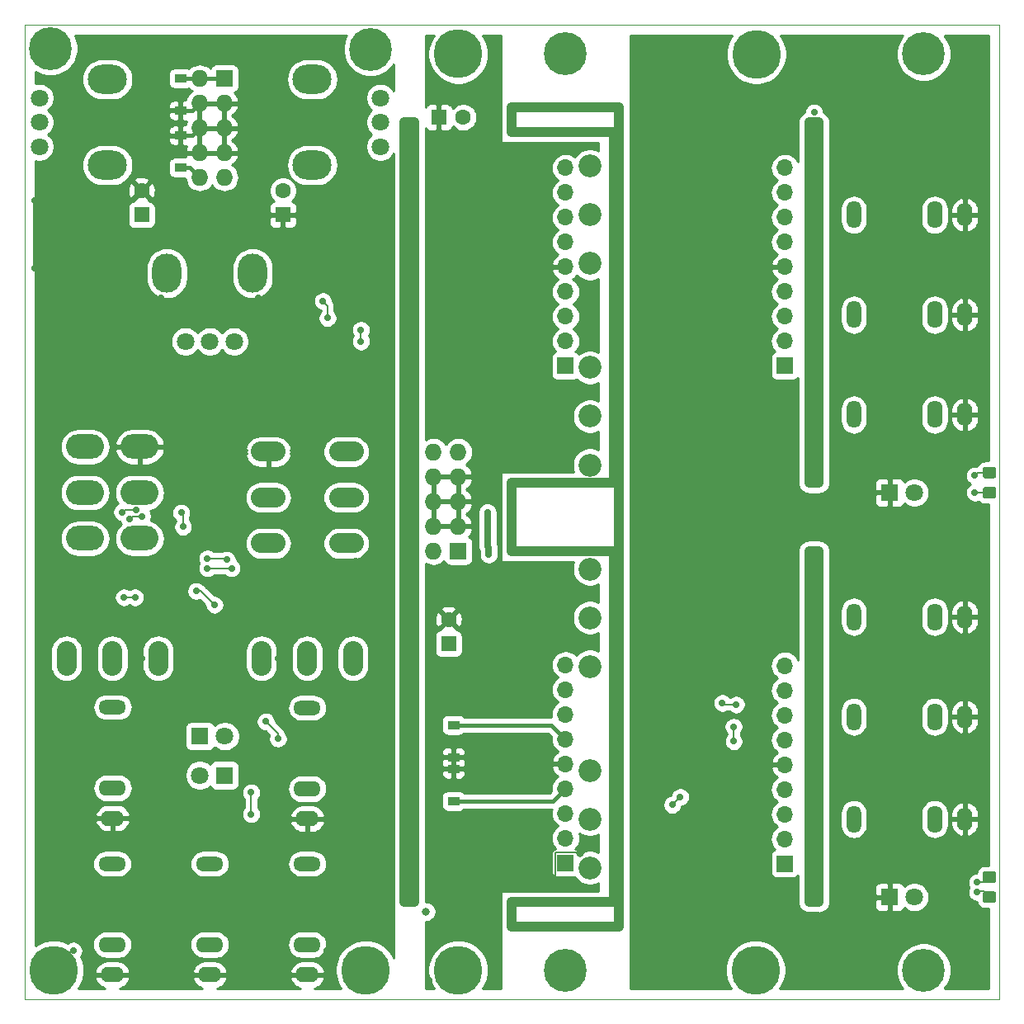
<source format=gbr>
%TF.GenerationSoftware,KiCad,Pcbnew,(5.1.0)-1*%
%TF.CreationDate,2019-09-15T23:57:33+02:00*%
%TF.ProjectId,KicadJE_EffectsUnit2,4b696361-644a-4455-9f45-666665637473,rev?*%
%TF.SameCoordinates,Original*%
%TF.FileFunction,Copper,L1,Top*%
%TF.FilePolarity,Positive*%
%FSLAX46Y46*%
G04 Gerber Fmt 4.6, Leading zero omitted, Abs format (unit mm)*
G04 Created by KiCad (PCBNEW (5.1.0)-1) date 2019-09-15 23:57:33*
%MOMM*%
%LPD*%
G04 APERTURE LIST*
%ADD10C,1.000000*%
%ADD11C,0.050000*%
%ADD12O,3.900000X2.500000*%
%ADD13R,1.600000X1.600000*%
%ADD14C,1.600000*%
%ADD15R,1.200000X0.900000*%
%ADD16C,5.000000*%
%ADD17C,0.800000*%
%ADD18C,4.400000*%
%ADD19C,0.700000*%
%ADD20O,2.800000X1.500000*%
%ADD21O,2.400000X1.600000*%
%ADD22O,2.800000X1.600000*%
%ADD23R,1.727200X1.727200*%
%ADD24O,1.727200X1.727200*%
%ADD25O,4.000000X3.000000*%
%ADD26C,1.800000*%
%ADD27O,3.000000X4.000000*%
%ADD28O,2.032000X3.556000*%
%ADD29O,3.556000X2.032000*%
%ADD30R,1.800000X1.800000*%
%ADD31C,2.340000*%
%ADD32O,1.700000X1.700000*%
%ADD33R,1.700000X1.700000*%
%ADD34O,1.600000X2.800000*%
%ADD35O,1.600000X2.400000*%
%ADD36O,1.500000X2.800000*%
%ADD37C,0.150000*%
%ADD38C,1.150000*%
%ADD39C,0.400000*%
%ADD40C,0.700000*%
%ADD41C,0.254000*%
G04 APERTURE END LIST*
D10*
X130500000Y-60000000D02*
X130500000Y-97000000D01*
X131500000Y-104000000D02*
X131500000Y-140000000D01*
X130500000Y-104000000D02*
X131500000Y-104000000D01*
X130500000Y-97000000D02*
X131500000Y-97000000D01*
X110500000Y-104000000D02*
X110500000Y-140000000D01*
X100000000Y-104000000D02*
X110500000Y-104000000D01*
X100000000Y-97000000D02*
X100000000Y-104000000D01*
X110500000Y-97000000D02*
X100000000Y-97000000D01*
X100000000Y-61000000D02*
X100000000Y-58500000D01*
X100000000Y-61000000D02*
X110500000Y-61000000D01*
X111000000Y-58500000D02*
X100000000Y-58500000D01*
X100000000Y-142500000D02*
X100000000Y-140000000D01*
X100000000Y-142500000D02*
X111000000Y-142500000D01*
X110500000Y-140000000D02*
X100000000Y-140000000D01*
X130500000Y-104000000D02*
X130500000Y-140000000D01*
X130500000Y-140000000D02*
X131500000Y-140000000D01*
X130500000Y-60000000D02*
X131500000Y-60000000D01*
X131500000Y-60000000D02*
X131500000Y-97000000D01*
X89000000Y-60000000D02*
X90000000Y-60000000D01*
X89000000Y-140000000D02*
X90000000Y-140000000D01*
X110500000Y-61000000D02*
X110500000Y-97000000D01*
X111000000Y-58500000D02*
X111000000Y-142500000D01*
X90000000Y-60000000D02*
X90000000Y-140000000D01*
X89000000Y-60000000D02*
X89000000Y-140000000D01*
D11*
X50000000Y-150000000D02*
X50000000Y-50000000D01*
X150000000Y-150000000D02*
X50000000Y-150000000D01*
X150000000Y-50000000D02*
X150000000Y-150000000D01*
X50000000Y-50000000D02*
X150000000Y-50000000D01*
D12*
X56206000Y-98000000D03*
X56206000Y-93300000D03*
X56206000Y-102700000D03*
X61794000Y-93300000D03*
X61794000Y-102700000D03*
X61794000Y-98000000D03*
D13*
X62000000Y-69500000D03*
D14*
X62000000Y-67000000D03*
X76500000Y-67000000D03*
D13*
X76500000Y-69500000D03*
D15*
X66000000Y-58800000D03*
X66000000Y-55500000D03*
X66000000Y-61350000D03*
X66000000Y-64650000D03*
D16*
X53000000Y-147000000D03*
D17*
X54875000Y-147000000D03*
X54325825Y-145674175D03*
X53000000Y-145125000D03*
X51674175Y-145674175D03*
X51125000Y-147000000D03*
X51674175Y-148325825D03*
X53000000Y-148875000D03*
X54325825Y-148325825D03*
X86325825Y-148325825D03*
X85000000Y-148875000D03*
X83674175Y-148325825D03*
X83125000Y-147000000D03*
X83674175Y-145674175D03*
X85000000Y-145125000D03*
X86325825Y-145674175D03*
X86875000Y-147000000D03*
D16*
X85000000Y-147000000D03*
D18*
X52655001Y-52424999D03*
D19*
X54305001Y-52424999D03*
X53821727Y-51258273D03*
X52655001Y-50774999D03*
X51488275Y-51258273D03*
X51005001Y-52424999D03*
X51488275Y-53591725D03*
X52655001Y-54074999D03*
X53821727Y-53591725D03*
D20*
X59025001Y-120005001D03*
D21*
X59025001Y-131405001D03*
D22*
X59025001Y-128305001D03*
X79000000Y-128380000D03*
D21*
X79000000Y-131480000D03*
D20*
X79000000Y-120080000D03*
X59000000Y-136080000D03*
D21*
X59000000Y-147480000D03*
D22*
X59000000Y-144380000D03*
X79000000Y-144380000D03*
D21*
X79000000Y-147480000D03*
D20*
X79000000Y-136080000D03*
X69000000Y-136080000D03*
D21*
X69000000Y-147480000D03*
D22*
X69000000Y-144380000D03*
D23*
X70500000Y-55500000D03*
D24*
X67960000Y-55500000D03*
X70500000Y-58040000D03*
X67960000Y-58040000D03*
X70500000Y-60580000D03*
X67960000Y-60580000D03*
X70500000Y-63120000D03*
X67960000Y-63120000D03*
X70500000Y-65660000D03*
X67960000Y-65660000D03*
D25*
X58500000Y-64400000D03*
X58500000Y-55600000D03*
D26*
X51500000Y-62500000D03*
X51500000Y-60000000D03*
X51500000Y-57500000D03*
X66500000Y-82500000D03*
X69000000Y-82500000D03*
X71500000Y-82500000D03*
D27*
X64600000Y-75500000D03*
X73400000Y-75500000D03*
D28*
X63700000Y-115000000D03*
X59000000Y-115000000D03*
X54300000Y-115000000D03*
D29*
X83000000Y-103200000D03*
X83000000Y-98500000D03*
X83000000Y-93800000D03*
D28*
X83700000Y-115000000D03*
X79000000Y-115000000D03*
X74300000Y-115000000D03*
D29*
X75000000Y-93800000D03*
X75000000Y-98500000D03*
X75000000Y-103200000D03*
D26*
X70540000Y-123000000D03*
D30*
X68000000Y-123000000D03*
X70500000Y-127000000D03*
D26*
X67960000Y-127000000D03*
X86500000Y-62500000D03*
X86500000Y-60000000D03*
X86500000Y-57500000D03*
D25*
X79500000Y-64400000D03*
X79500000Y-55600000D03*
D18*
X85500000Y-52500000D03*
D19*
X87150000Y-52500000D03*
X86666726Y-51333274D03*
X85500000Y-50850000D03*
X84333274Y-51333274D03*
X83850000Y-52500000D03*
X84333274Y-53666726D03*
X85500000Y-54150000D03*
X86666726Y-53666726D03*
D23*
X94500000Y-104000000D03*
D24*
X91960000Y-104000000D03*
X94500000Y-101460000D03*
X91960000Y-101460000D03*
X94500000Y-98920000D03*
X91960000Y-98920000D03*
X94500000Y-96380000D03*
X91960000Y-96380000D03*
X94500000Y-93840000D03*
X91960000Y-93840000D03*
D31*
X108000000Y-64500000D03*
X108000000Y-69500000D03*
X108000000Y-74500000D03*
X108000000Y-95166666D03*
X108000000Y-90166666D03*
X108000000Y-85166666D03*
X108000000Y-105833332D03*
X108000000Y-110833332D03*
X108000000Y-115833332D03*
X108000000Y-126500000D03*
X108000000Y-131500000D03*
X108000000Y-136500000D03*
D13*
X93500000Y-113500000D03*
D14*
X93500000Y-111000000D03*
X95000000Y-59500000D03*
D13*
X92500000Y-59500000D03*
D15*
X94000000Y-129650000D03*
X94000000Y-126350000D03*
X94000000Y-121850000D03*
X94000000Y-125150000D03*
D16*
X94500000Y-53000000D03*
D17*
X96375000Y-53000000D03*
X95825825Y-54325825D03*
X94500000Y-54875000D03*
X93174175Y-54325825D03*
X92625000Y-53000000D03*
X93174175Y-51674175D03*
X94500000Y-51125000D03*
X95825825Y-51674175D03*
X95825825Y-145674175D03*
X94500000Y-145125000D03*
X93174175Y-145674175D03*
X92625000Y-147000000D03*
X93174175Y-148325825D03*
X94500000Y-148875000D03*
X95825825Y-148325825D03*
X96375000Y-147000000D03*
D16*
X94500000Y-147000000D03*
D19*
X106666726Y-145833274D03*
X105500000Y-145350000D03*
X104333274Y-145833274D03*
X103850000Y-147000000D03*
X104333274Y-148166726D03*
X105500000Y-148650000D03*
X106666726Y-148166726D03*
X107150000Y-147000000D03*
D18*
X105500000Y-147000000D03*
X105500000Y-53000000D03*
D19*
X107150000Y-53000000D03*
X106666726Y-54166726D03*
X105500000Y-54650000D03*
X104333274Y-54166726D03*
X103850000Y-53000000D03*
X104333274Y-51833274D03*
X105500000Y-51350000D03*
X106666726Y-51833274D03*
D16*
X125075001Y-53025001D03*
D17*
X126950001Y-53025001D03*
X126400826Y-54350826D03*
X125075001Y-54900001D03*
X123749176Y-54350826D03*
X123200001Y-53025001D03*
X123749176Y-51699176D03*
X125075001Y-51150001D03*
X126400826Y-51699176D03*
X126325825Y-145674175D03*
X125000000Y-145125000D03*
X123674175Y-145674175D03*
X123125000Y-147000000D03*
X123674175Y-148325825D03*
X125000000Y-148875000D03*
X126325825Y-148325825D03*
X126875000Y-147000000D03*
D16*
X125000000Y-147000000D03*
D18*
X142250000Y-147000000D03*
D19*
X143900000Y-147000000D03*
X143416726Y-148166726D03*
X142250000Y-148650000D03*
X141083274Y-148166726D03*
X140600000Y-147000000D03*
X141083274Y-145833274D03*
X142250000Y-145350000D03*
X143416726Y-145833274D03*
X143416726Y-51833274D03*
X142250000Y-51350000D03*
X141083274Y-51833274D03*
X140600000Y-53000000D03*
X141083274Y-54166726D03*
X142250000Y-54650000D03*
X143416726Y-54166726D03*
X143900000Y-53000000D03*
D18*
X142250000Y-53000000D03*
D32*
X128000000Y-64680000D03*
X128000000Y-67220000D03*
X128000000Y-69760000D03*
X128000000Y-72300000D03*
X128000000Y-74840000D03*
X128000000Y-77380000D03*
X128000000Y-79920000D03*
X128000000Y-82460000D03*
D33*
X128000000Y-85000000D03*
X128000000Y-136080000D03*
D32*
X128000000Y-133540000D03*
X128000000Y-131000000D03*
X128000000Y-128460000D03*
X128000000Y-125920000D03*
X128000000Y-123380000D03*
X128000000Y-120840000D03*
X128000000Y-118300000D03*
X128000000Y-115760000D03*
X105500000Y-64680000D03*
X105500000Y-67220000D03*
X105500000Y-69760000D03*
X105500000Y-72300000D03*
X105500000Y-74840000D03*
X105500000Y-77380000D03*
X105500000Y-79920000D03*
X105500000Y-82460000D03*
D33*
X105500000Y-85000000D03*
X105500000Y-136000000D03*
D32*
X105500000Y-133460000D03*
X105500000Y-130920000D03*
X105500000Y-128380000D03*
X105500000Y-125840000D03*
X105500000Y-123300000D03*
X105500000Y-120760000D03*
X105500000Y-118220000D03*
X105500000Y-115680000D03*
D30*
X138750000Y-98000000D03*
D26*
X141290000Y-98000000D03*
X141290000Y-139500000D03*
D30*
X138750000Y-139500000D03*
D34*
X143380000Y-79750000D03*
D35*
X146480000Y-79750000D03*
D36*
X135080000Y-79750000D03*
D34*
X143380000Y-69500000D03*
D35*
X146480000Y-69500000D03*
D36*
X135080000Y-69500000D03*
X135080000Y-121000000D03*
D35*
X146480000Y-121000000D03*
D34*
X143380000Y-121000000D03*
D36*
X135080000Y-110750000D03*
D35*
X146480000Y-110750000D03*
D34*
X143380000Y-110750000D03*
D36*
X135080000Y-90000000D03*
D35*
X146480000Y-90000000D03*
D34*
X143380000Y-90000000D03*
X143380000Y-131500000D03*
D35*
X146480000Y-131500000D03*
D36*
X135080000Y-131500000D03*
D37*
G36*
X149474505Y-95376204D02*
G01*
X149498773Y-95379804D01*
X149522572Y-95385765D01*
X149545671Y-95394030D01*
X149567850Y-95404520D01*
X149588893Y-95417132D01*
X149608599Y-95431747D01*
X149626777Y-95448223D01*
X149643253Y-95466401D01*
X149657868Y-95486107D01*
X149670480Y-95507150D01*
X149680970Y-95529329D01*
X149689235Y-95552428D01*
X149695196Y-95576227D01*
X149698796Y-95600495D01*
X149700000Y-95624999D01*
X149700000Y-96275001D01*
X149698796Y-96299505D01*
X149695196Y-96323773D01*
X149689235Y-96347572D01*
X149680970Y-96370671D01*
X149670480Y-96392850D01*
X149657868Y-96413893D01*
X149643253Y-96433599D01*
X149626777Y-96451777D01*
X149608599Y-96468253D01*
X149588893Y-96482868D01*
X149567850Y-96495480D01*
X149545671Y-96505970D01*
X149522572Y-96514235D01*
X149498773Y-96520196D01*
X149474505Y-96523796D01*
X149450001Y-96525000D01*
X148549999Y-96525000D01*
X148525495Y-96523796D01*
X148501227Y-96520196D01*
X148477428Y-96514235D01*
X148454329Y-96505970D01*
X148432150Y-96495480D01*
X148411107Y-96482868D01*
X148391401Y-96468253D01*
X148373223Y-96451777D01*
X148356747Y-96433599D01*
X148342132Y-96413893D01*
X148329520Y-96392850D01*
X148319030Y-96370671D01*
X148310765Y-96347572D01*
X148304804Y-96323773D01*
X148301204Y-96299505D01*
X148300000Y-96275001D01*
X148300000Y-95624999D01*
X148301204Y-95600495D01*
X148304804Y-95576227D01*
X148310765Y-95552428D01*
X148319030Y-95529329D01*
X148329520Y-95507150D01*
X148342132Y-95486107D01*
X148356747Y-95466401D01*
X148373223Y-95448223D01*
X148391401Y-95431747D01*
X148411107Y-95417132D01*
X148432150Y-95404520D01*
X148454329Y-95394030D01*
X148477428Y-95385765D01*
X148501227Y-95379804D01*
X148525495Y-95376204D01*
X148549999Y-95375000D01*
X149450001Y-95375000D01*
X149474505Y-95376204D01*
X149474505Y-95376204D01*
G37*
D38*
X149000000Y-95950000D03*
D37*
G36*
X149474505Y-97426204D02*
G01*
X149498773Y-97429804D01*
X149522572Y-97435765D01*
X149545671Y-97444030D01*
X149567850Y-97454520D01*
X149588893Y-97467132D01*
X149608599Y-97481747D01*
X149626777Y-97498223D01*
X149643253Y-97516401D01*
X149657868Y-97536107D01*
X149670480Y-97557150D01*
X149680970Y-97579329D01*
X149689235Y-97602428D01*
X149695196Y-97626227D01*
X149698796Y-97650495D01*
X149700000Y-97674999D01*
X149700000Y-98325001D01*
X149698796Y-98349505D01*
X149695196Y-98373773D01*
X149689235Y-98397572D01*
X149680970Y-98420671D01*
X149670480Y-98442850D01*
X149657868Y-98463893D01*
X149643253Y-98483599D01*
X149626777Y-98501777D01*
X149608599Y-98518253D01*
X149588893Y-98532868D01*
X149567850Y-98545480D01*
X149545671Y-98555970D01*
X149522572Y-98564235D01*
X149498773Y-98570196D01*
X149474505Y-98573796D01*
X149450001Y-98575000D01*
X148549999Y-98575000D01*
X148525495Y-98573796D01*
X148501227Y-98570196D01*
X148477428Y-98564235D01*
X148454329Y-98555970D01*
X148432150Y-98545480D01*
X148411107Y-98532868D01*
X148391401Y-98518253D01*
X148373223Y-98501777D01*
X148356747Y-98483599D01*
X148342132Y-98463893D01*
X148329520Y-98442850D01*
X148319030Y-98420671D01*
X148310765Y-98397572D01*
X148304804Y-98373773D01*
X148301204Y-98349505D01*
X148300000Y-98325001D01*
X148300000Y-97674999D01*
X148301204Y-97650495D01*
X148304804Y-97626227D01*
X148310765Y-97602428D01*
X148319030Y-97579329D01*
X148329520Y-97557150D01*
X148342132Y-97536107D01*
X148356747Y-97516401D01*
X148373223Y-97498223D01*
X148391401Y-97481747D01*
X148411107Y-97467132D01*
X148432150Y-97454520D01*
X148454329Y-97444030D01*
X148477428Y-97435765D01*
X148501227Y-97429804D01*
X148525495Y-97426204D01*
X148549999Y-97425000D01*
X149450001Y-97425000D01*
X149474505Y-97426204D01*
X149474505Y-97426204D01*
G37*
D38*
X149000000Y-98000000D03*
D37*
G36*
X149474505Y-136876204D02*
G01*
X149498773Y-136879804D01*
X149522572Y-136885765D01*
X149545671Y-136894030D01*
X149567850Y-136904520D01*
X149588893Y-136917132D01*
X149608599Y-136931747D01*
X149626777Y-136948223D01*
X149643253Y-136966401D01*
X149657868Y-136986107D01*
X149670480Y-137007150D01*
X149680970Y-137029329D01*
X149689235Y-137052428D01*
X149695196Y-137076227D01*
X149698796Y-137100495D01*
X149700000Y-137124999D01*
X149700000Y-137775001D01*
X149698796Y-137799505D01*
X149695196Y-137823773D01*
X149689235Y-137847572D01*
X149680970Y-137870671D01*
X149670480Y-137892850D01*
X149657868Y-137913893D01*
X149643253Y-137933599D01*
X149626777Y-137951777D01*
X149608599Y-137968253D01*
X149588893Y-137982868D01*
X149567850Y-137995480D01*
X149545671Y-138005970D01*
X149522572Y-138014235D01*
X149498773Y-138020196D01*
X149474505Y-138023796D01*
X149450001Y-138025000D01*
X148549999Y-138025000D01*
X148525495Y-138023796D01*
X148501227Y-138020196D01*
X148477428Y-138014235D01*
X148454329Y-138005970D01*
X148432150Y-137995480D01*
X148411107Y-137982868D01*
X148391401Y-137968253D01*
X148373223Y-137951777D01*
X148356747Y-137933599D01*
X148342132Y-137913893D01*
X148329520Y-137892850D01*
X148319030Y-137870671D01*
X148310765Y-137847572D01*
X148304804Y-137823773D01*
X148301204Y-137799505D01*
X148300000Y-137775001D01*
X148300000Y-137124999D01*
X148301204Y-137100495D01*
X148304804Y-137076227D01*
X148310765Y-137052428D01*
X148319030Y-137029329D01*
X148329520Y-137007150D01*
X148342132Y-136986107D01*
X148356747Y-136966401D01*
X148373223Y-136948223D01*
X148391401Y-136931747D01*
X148411107Y-136917132D01*
X148432150Y-136904520D01*
X148454329Y-136894030D01*
X148477428Y-136885765D01*
X148501227Y-136879804D01*
X148525495Y-136876204D01*
X148549999Y-136875000D01*
X149450001Y-136875000D01*
X149474505Y-136876204D01*
X149474505Y-136876204D01*
G37*
D38*
X149000000Y-137450000D03*
D37*
G36*
X149474505Y-138926204D02*
G01*
X149498773Y-138929804D01*
X149522572Y-138935765D01*
X149545671Y-138944030D01*
X149567850Y-138954520D01*
X149588893Y-138967132D01*
X149608599Y-138981747D01*
X149626777Y-138998223D01*
X149643253Y-139016401D01*
X149657868Y-139036107D01*
X149670480Y-139057150D01*
X149680970Y-139079329D01*
X149689235Y-139102428D01*
X149695196Y-139126227D01*
X149698796Y-139150495D01*
X149700000Y-139174999D01*
X149700000Y-139825001D01*
X149698796Y-139849505D01*
X149695196Y-139873773D01*
X149689235Y-139897572D01*
X149680970Y-139920671D01*
X149670480Y-139942850D01*
X149657868Y-139963893D01*
X149643253Y-139983599D01*
X149626777Y-140001777D01*
X149608599Y-140018253D01*
X149588893Y-140032868D01*
X149567850Y-140045480D01*
X149545671Y-140055970D01*
X149522572Y-140064235D01*
X149498773Y-140070196D01*
X149474505Y-140073796D01*
X149450001Y-140075000D01*
X148549999Y-140075000D01*
X148525495Y-140073796D01*
X148501227Y-140070196D01*
X148477428Y-140064235D01*
X148454329Y-140055970D01*
X148432150Y-140045480D01*
X148411107Y-140032868D01*
X148391401Y-140018253D01*
X148373223Y-140001777D01*
X148356747Y-139983599D01*
X148342132Y-139963893D01*
X148329520Y-139942850D01*
X148319030Y-139920671D01*
X148310765Y-139897572D01*
X148304804Y-139873773D01*
X148301204Y-139849505D01*
X148300000Y-139825001D01*
X148300000Y-139174999D01*
X148301204Y-139150495D01*
X148304804Y-139126227D01*
X148310765Y-139102428D01*
X148319030Y-139079329D01*
X148329520Y-139057150D01*
X148342132Y-139036107D01*
X148356747Y-139016401D01*
X148373223Y-138998223D01*
X148391401Y-138981747D01*
X148411107Y-138967132D01*
X148432150Y-138954520D01*
X148454329Y-138944030D01*
X148477428Y-138935765D01*
X148501227Y-138929804D01*
X148525495Y-138926204D01*
X148549999Y-138925000D01*
X149450001Y-138925000D01*
X149474505Y-138926204D01*
X149474505Y-138926204D01*
G37*
D38*
X149000000Y-139500000D03*
D19*
X55000000Y-145000000D03*
X131000000Y-59000000D03*
X74000000Y-78000000D03*
X64000000Y-78000000D03*
X51000000Y-68000000D03*
X51000000Y-75000000D03*
D17*
X52000000Y-80000000D03*
X61500000Y-86000000D03*
X62000000Y-107500000D03*
X76525000Y-109525000D03*
X83500000Y-111500000D03*
X86500000Y-108500000D03*
X64000000Y-127500000D03*
X63000000Y-119500000D03*
X77000000Y-86000000D03*
X84500000Y-86500000D03*
X76750000Y-127500000D03*
D19*
X87000000Y-139000000D03*
X69000000Y-131000000D03*
X76000000Y-131000000D03*
X64000000Y-131000000D03*
X55000000Y-131000000D03*
X55000000Y-125000000D03*
X55000000Y-119000000D03*
X67000000Y-119000000D03*
X71000000Y-119000000D03*
X71000000Y-115000000D03*
X67000000Y-113000000D03*
X57000000Y-109000000D03*
X55000000Y-109000000D03*
X57000000Y-112000000D03*
X67000000Y-103000000D03*
X71000000Y-103000000D03*
X71000000Y-94000000D03*
X63000000Y-90000000D03*
X69000000Y-78000000D03*
X69000000Y-68000000D03*
X69000000Y-52000000D03*
X59000000Y-60000000D03*
X79000000Y-60000000D03*
X87000000Y-67000000D03*
X87000000Y-75000000D03*
X56000000Y-75000000D03*
X59000000Y-75000000D03*
X56000000Y-81000000D03*
X56000000Y-68000000D03*
X59000000Y-68000000D03*
X74000000Y-60000000D03*
X65000000Y-60000000D03*
X83000000Y-60000000D03*
X55000000Y-60000000D03*
X79000000Y-75000000D03*
X71000000Y-75000000D03*
X67000000Y-75000000D03*
X79000000Y-105000000D03*
X52000000Y-105000000D03*
X54000000Y-105000000D03*
X84000000Y-105000000D03*
X87000000Y-105000000D03*
X57000000Y-115000000D03*
X62000000Y-115000000D03*
X76000000Y-115000000D03*
X68000000Y-115000000D03*
X86000000Y-115000000D03*
X86000000Y-125000000D03*
X81000000Y-125000000D03*
X73000000Y-125000000D03*
X66000000Y-125000000D03*
X61000000Y-125000000D03*
X52000000Y-125000000D03*
X52000000Y-135000000D03*
X55000000Y-135000000D03*
X66000000Y-135000000D03*
X73000000Y-135000000D03*
X81000000Y-135000000D03*
X84000000Y-135000000D03*
X87000000Y-135000000D03*
X81000000Y-145000000D03*
X73000000Y-145000000D03*
X66000000Y-145000000D03*
X63000000Y-145000000D03*
X63000000Y-135000000D03*
X75000000Y-135000000D03*
X75000000Y-145000000D03*
X84125010Y-125000000D03*
D17*
X91200000Y-141000000D03*
X147000000Y-61500000D03*
D19*
X113000000Y-52000000D03*
X131000000Y-52000000D03*
X148000000Y-52000000D03*
X113000000Y-59000000D03*
X113000000Y-70000000D03*
X137000000Y-70000000D03*
X113000000Y-80000000D03*
X125000000Y-80000000D03*
X133000000Y-80000000D03*
X137000000Y-80000000D03*
X137000000Y-90000000D03*
X133000000Y-90000000D03*
X125000000Y-90000000D03*
X117000000Y-90000000D03*
X113000000Y-100000000D03*
X131000000Y-100000000D03*
X148000000Y-100000000D03*
X113000000Y-111000000D03*
X129000000Y-111000000D03*
X139000000Y-111000000D03*
X140000000Y-121000000D03*
X133000000Y-121000000D03*
X113000000Y-121000000D03*
X113000000Y-133000000D03*
X125000000Y-133000000D03*
X140000000Y-133000000D03*
X133000000Y-133000000D03*
X113000000Y-142000000D03*
X131000000Y-142000000D03*
X140000000Y-142000000D03*
X113000000Y-148000000D03*
X131000000Y-148000000D03*
X148000000Y-148000000D03*
X128000000Y-62000000D03*
X135000000Y-67000000D03*
X125000000Y-97000000D03*
X76000000Y-123250000D03*
X74743977Y-121493977D03*
X69483959Y-109516041D03*
X67599976Y-108100914D03*
X66254971Y-101504971D03*
X66066797Y-100066797D03*
X62060656Y-100439344D03*
X60747482Y-100752518D03*
X60000000Y-100000000D03*
X61409152Y-99750010D03*
X68749977Y-105750000D03*
X71250000Y-105750000D03*
X73250000Y-131000000D03*
X73250004Y-128750000D03*
X84500000Y-81299999D03*
X84500000Y-82500000D03*
X60175000Y-108750000D03*
X61325000Y-108750000D03*
X68750000Y-104750000D03*
X70750012Y-104899999D03*
X80593413Y-78343413D03*
X81079086Y-80079086D03*
D17*
X107000000Y-135000000D03*
D19*
X108000000Y-80000000D03*
X94000000Y-63000000D03*
X96000000Y-63000000D03*
X105000000Y-138000000D03*
X98500000Y-148000000D03*
X91500000Y-148000000D03*
X92000000Y-116000000D03*
X92000000Y-106000000D03*
D17*
X97000000Y-94000000D03*
X100000000Y-94000000D03*
X96000000Y-106000000D03*
X100000000Y-106000000D03*
X100000000Y-120000000D03*
X96000000Y-120000000D03*
X92000000Y-120000000D03*
X100000000Y-116000000D03*
X100000000Y-112000000D03*
X100000000Y-109000000D03*
X100000000Y-124000000D03*
X92000000Y-124000000D03*
X92000000Y-135000000D03*
X96000000Y-135000000D03*
X100000000Y-135000000D03*
X100000000Y-80000000D03*
X100000000Y-83000000D03*
X100000000Y-86000000D03*
X100000000Y-89000000D03*
X100000000Y-76000000D03*
X100000000Y-72000000D03*
X100000000Y-66000000D03*
X100000000Y-63000000D03*
X94000000Y-66000000D03*
X94000000Y-72000000D03*
X94000000Y-76000000D03*
X94000000Y-80000000D03*
X94000000Y-83000000D03*
X94000000Y-86000000D03*
X94000000Y-89000000D03*
X100000000Y-128000000D03*
X100000000Y-131000000D03*
X96000000Y-131000000D03*
X96000000Y-128000000D03*
X92000000Y-128000000D03*
X92000000Y-131000000D03*
X96000000Y-116000000D03*
X96000000Y-109000000D03*
X92000000Y-109000000D03*
X96000000Y-112000000D03*
X92000000Y-139000000D03*
D19*
X97500000Y-101000000D03*
X97632841Y-103632841D03*
X97632841Y-104367159D03*
X97500000Y-100000000D03*
X147500000Y-98000000D03*
X147750000Y-139000000D03*
X147750000Y-138000000D03*
X147500000Y-96250000D03*
X116455912Y-130044088D03*
X117269086Y-129230914D03*
X122756167Y-123525000D03*
X122750000Y-122025000D03*
X123000000Y-119750000D03*
X121585913Y-119585913D03*
D39*
X67200000Y-58800000D02*
X67960000Y-58040000D01*
X66000000Y-58800000D02*
X67200000Y-58800000D01*
X67190000Y-61350000D02*
X67960000Y-60580000D01*
X66000000Y-61350000D02*
X67190000Y-61350000D01*
X52000000Y-76000000D02*
X51000000Y-75000000D01*
X52000000Y-80000000D02*
X52000000Y-76000000D01*
X51000000Y-75000000D02*
X51000000Y-68000000D01*
D37*
X76000000Y-123250000D02*
X76000000Y-122750000D01*
X76000000Y-122750000D02*
X74743977Y-121493977D01*
X69483959Y-109516041D02*
X68068832Y-108100914D01*
X68068832Y-108100914D02*
X67599976Y-108100914D01*
X66254971Y-101504971D02*
X66254971Y-100254971D01*
X66254971Y-100254971D02*
X66066797Y-100066797D01*
X62060656Y-100439344D02*
X61060656Y-100439344D01*
X61060656Y-100439344D02*
X60747482Y-100752518D01*
X61409152Y-99750010D02*
X60249990Y-99750010D01*
X60249990Y-99750010D02*
X60000000Y-100000000D01*
X68749977Y-105750000D02*
X71250000Y-105750000D01*
X73250000Y-128750004D02*
X73250004Y-128750000D01*
X73250000Y-131000000D02*
X73250000Y-128750004D01*
X84500000Y-81299999D02*
X84500000Y-82500000D01*
X60175000Y-108750000D02*
X61325000Y-108750000D01*
X68750000Y-104750000D02*
X70600013Y-104750000D01*
X70600013Y-104750000D02*
X70750012Y-104899999D01*
X80593413Y-78343413D02*
X81079086Y-78829086D01*
X81079086Y-78829086D02*
X81079086Y-80079086D01*
D39*
X66000000Y-55500000D02*
X70500000Y-55500000D01*
X66950000Y-64650000D02*
X67960000Y-65660000D01*
X66000000Y-64650000D02*
X66950000Y-64650000D01*
X104230000Y-129650000D02*
X105500000Y-128380000D01*
X94000000Y-129650000D02*
X104230000Y-129650000D01*
X94000000Y-126350000D02*
X94000000Y-125150000D01*
D37*
X104650001Y-137650001D02*
X105000000Y-138000000D01*
X104424999Y-137424999D02*
X104650001Y-137650001D01*
X104424999Y-134969999D02*
X104424999Y-137424999D01*
X104469999Y-134924999D02*
X104424999Y-134969999D01*
X106924999Y-134924999D02*
X104469999Y-134924999D01*
X107000000Y-135000000D02*
X106924999Y-134924999D01*
D40*
X97500000Y-101000000D02*
X97500000Y-103500000D01*
X97500000Y-103500000D02*
X97632841Y-103632841D01*
X97632841Y-103632841D02*
X97632841Y-104367159D01*
X97500000Y-101000000D02*
X97500000Y-100000000D01*
D39*
X104050000Y-121850000D02*
X105500000Y-123300000D01*
X94000000Y-121850000D02*
X104050000Y-121850000D01*
D37*
X149000000Y-98000000D02*
X147500000Y-98000000D01*
X147873372Y-138876628D02*
X147750000Y-139000000D01*
X149000000Y-139500000D02*
X148376628Y-138876628D01*
X148376628Y-138876628D02*
X147873372Y-138876628D01*
X148450000Y-138000000D02*
X149000000Y-137450000D01*
X147750000Y-138000000D02*
X148450000Y-138000000D01*
X149000000Y-95950000D02*
X147800000Y-95950000D01*
X147800000Y-95950000D02*
X147500000Y-96250000D01*
X116455912Y-130044088D02*
X117269086Y-129230914D01*
X122756167Y-123525000D02*
X122756167Y-122031167D01*
X122756167Y-122031167D02*
X122750000Y-122025000D01*
X123000000Y-119750000D02*
X121750000Y-119750000D01*
X121750000Y-119750000D02*
X121585913Y-119585913D01*
D41*
G36*
X82987656Y-51157124D02*
G01*
X82773948Y-51673061D01*
X82665000Y-52220777D01*
X82665000Y-52779223D01*
X82773948Y-53326939D01*
X82987656Y-53842876D01*
X83297912Y-54307207D01*
X83692793Y-54702088D01*
X84157124Y-55012344D01*
X84673061Y-55226052D01*
X85220777Y-55335000D01*
X85779223Y-55335000D01*
X86326939Y-55226052D01*
X86842876Y-55012344D01*
X87307207Y-54702088D01*
X87702088Y-54307207D01*
X87873000Y-54051419D01*
X87873000Y-56803568D01*
X87860299Y-56772905D01*
X87692312Y-56521495D01*
X87478505Y-56307688D01*
X87227095Y-56139701D01*
X86947743Y-56023989D01*
X86651184Y-55965000D01*
X86348816Y-55965000D01*
X86052257Y-56023989D01*
X85772905Y-56139701D01*
X85521495Y-56307688D01*
X85307688Y-56521495D01*
X85139701Y-56772905D01*
X85023989Y-57052257D01*
X84965000Y-57348816D01*
X84965000Y-57651184D01*
X85023989Y-57947743D01*
X85139701Y-58227095D01*
X85307688Y-58478505D01*
X85521495Y-58692312D01*
X85607831Y-58750000D01*
X85521495Y-58807688D01*
X85307688Y-59021495D01*
X85139701Y-59272905D01*
X85023989Y-59552257D01*
X84965000Y-59848816D01*
X84965000Y-60151184D01*
X85023989Y-60447743D01*
X85139701Y-60727095D01*
X85307688Y-60978505D01*
X85521495Y-61192312D01*
X85607831Y-61250000D01*
X85521495Y-61307688D01*
X85307688Y-61521495D01*
X85139701Y-61772905D01*
X85023989Y-62052257D01*
X84965000Y-62348816D01*
X84965000Y-62651184D01*
X85023989Y-62947743D01*
X85139701Y-63227095D01*
X85307688Y-63478505D01*
X85521495Y-63692312D01*
X85772905Y-63860299D01*
X86052257Y-63976011D01*
X86348816Y-64035000D01*
X86651184Y-64035000D01*
X86947743Y-63976011D01*
X87227095Y-63860299D01*
X87478505Y-63692312D01*
X87692312Y-63478505D01*
X87860299Y-63227095D01*
X87865000Y-63215746D01*
X87865001Y-139944238D01*
X87859509Y-140000000D01*
X87873000Y-140136978D01*
X87873000Y-145743886D01*
X87778201Y-145515021D01*
X87435114Y-145001554D01*
X86998446Y-144564886D01*
X86484979Y-144221799D01*
X85914446Y-143985476D01*
X85308771Y-143865000D01*
X84691229Y-143865000D01*
X84085554Y-143985476D01*
X83515021Y-144221799D01*
X83001554Y-144564886D01*
X82564886Y-145001554D01*
X82221799Y-145515021D01*
X81985476Y-146085554D01*
X81865000Y-146691229D01*
X81865000Y-147308771D01*
X81985476Y-147914446D01*
X82221799Y-148484979D01*
X82481066Y-148873000D01*
X79749647Y-148873000D01*
X79804514Y-148862650D01*
X80066483Y-148757166D01*
X80302839Y-148602601D01*
X80504500Y-148404895D01*
X80663715Y-148171646D01*
X80774367Y-147911818D01*
X80791904Y-147829039D01*
X80669915Y-147607000D01*
X79127000Y-147607000D01*
X79127000Y-147627000D01*
X78873000Y-147627000D01*
X78873000Y-147607000D01*
X77330085Y-147607000D01*
X77208096Y-147829039D01*
X77225633Y-147911818D01*
X77336285Y-148171646D01*
X77495500Y-148404895D01*
X77697161Y-148602601D01*
X77933517Y-148757166D01*
X78195486Y-148862650D01*
X78250353Y-148873000D01*
X69749647Y-148873000D01*
X69804514Y-148862650D01*
X70066483Y-148757166D01*
X70302839Y-148602601D01*
X70504500Y-148404895D01*
X70663715Y-148171646D01*
X70774367Y-147911818D01*
X70791904Y-147829039D01*
X70669915Y-147607000D01*
X69127000Y-147607000D01*
X69127000Y-147627000D01*
X68873000Y-147627000D01*
X68873000Y-147607000D01*
X67330085Y-147607000D01*
X67208096Y-147829039D01*
X67225633Y-147911818D01*
X67336285Y-148171646D01*
X67495500Y-148404895D01*
X67697161Y-148602601D01*
X67933517Y-148757166D01*
X68195486Y-148862650D01*
X68250353Y-148873000D01*
X59749647Y-148873000D01*
X59804514Y-148862650D01*
X60066483Y-148757166D01*
X60302839Y-148602601D01*
X60504500Y-148404895D01*
X60663715Y-148171646D01*
X60774367Y-147911818D01*
X60791904Y-147829039D01*
X60669915Y-147607000D01*
X59127000Y-147607000D01*
X59127000Y-147627000D01*
X58873000Y-147627000D01*
X58873000Y-147607000D01*
X57330085Y-147607000D01*
X57208096Y-147829039D01*
X57225633Y-147911818D01*
X57336285Y-148171646D01*
X57495500Y-148404895D01*
X57697161Y-148602601D01*
X57933517Y-148757166D01*
X58195486Y-148862650D01*
X58250353Y-148873000D01*
X55518934Y-148873000D01*
X55778201Y-148484979D01*
X56014524Y-147914446D01*
X56135000Y-147308771D01*
X56135000Y-147130961D01*
X57208096Y-147130961D01*
X57330085Y-147353000D01*
X58873000Y-147353000D01*
X58873000Y-147333000D01*
X59127000Y-147333000D01*
X59127000Y-147353000D01*
X60669915Y-147353000D01*
X60791904Y-147130961D01*
X67208096Y-147130961D01*
X67330085Y-147353000D01*
X68873000Y-147353000D01*
X68873000Y-147333000D01*
X69127000Y-147333000D01*
X69127000Y-147353000D01*
X70669915Y-147353000D01*
X70791904Y-147130961D01*
X77208096Y-147130961D01*
X77330085Y-147353000D01*
X78873000Y-147353000D01*
X78873000Y-147333000D01*
X79127000Y-147333000D01*
X79127000Y-147353000D01*
X80669915Y-147353000D01*
X80791904Y-147130961D01*
X80774367Y-147048182D01*
X80663715Y-146788354D01*
X80504500Y-146555105D01*
X80302839Y-146357399D01*
X80066483Y-146202834D01*
X79804514Y-146097350D01*
X79527000Y-146045000D01*
X78473000Y-146045000D01*
X78195486Y-146097350D01*
X77933517Y-146202834D01*
X77697161Y-146357399D01*
X77495500Y-146555105D01*
X77336285Y-146788354D01*
X77225633Y-147048182D01*
X77208096Y-147130961D01*
X70791904Y-147130961D01*
X70774367Y-147048182D01*
X70663715Y-146788354D01*
X70504500Y-146555105D01*
X70302839Y-146357399D01*
X70066483Y-146202834D01*
X69804514Y-146097350D01*
X69527000Y-146045000D01*
X68473000Y-146045000D01*
X68195486Y-146097350D01*
X67933517Y-146202834D01*
X67697161Y-146357399D01*
X67495500Y-146555105D01*
X67336285Y-146788354D01*
X67225633Y-147048182D01*
X67208096Y-147130961D01*
X60791904Y-147130961D01*
X60774367Y-147048182D01*
X60663715Y-146788354D01*
X60504500Y-146555105D01*
X60302839Y-146357399D01*
X60066483Y-146202834D01*
X59804514Y-146097350D01*
X59527000Y-146045000D01*
X58473000Y-146045000D01*
X58195486Y-146097350D01*
X57933517Y-146202834D01*
X57697161Y-146357399D01*
X57495500Y-146555105D01*
X57336285Y-146788354D01*
X57225633Y-147048182D01*
X57208096Y-147130961D01*
X56135000Y-147130961D01*
X56135000Y-146691229D01*
X56014524Y-146085554D01*
X55802051Y-145572599D01*
X55872896Y-145466572D01*
X55947147Y-145287314D01*
X55985000Y-145097014D01*
X55985000Y-144902986D01*
X55947147Y-144712686D01*
X55872896Y-144533428D01*
X55770379Y-144380000D01*
X56958057Y-144380000D01*
X56985764Y-144661309D01*
X57067818Y-144931808D01*
X57201068Y-145181101D01*
X57380392Y-145399608D01*
X57598899Y-145578932D01*
X57848192Y-145712182D01*
X58118691Y-145794236D01*
X58329508Y-145815000D01*
X59670492Y-145815000D01*
X59881309Y-145794236D01*
X60151808Y-145712182D01*
X60401101Y-145578932D01*
X60619608Y-145399608D01*
X60798932Y-145181101D01*
X60932182Y-144931808D01*
X61014236Y-144661309D01*
X61041943Y-144380000D01*
X66958057Y-144380000D01*
X66985764Y-144661309D01*
X67067818Y-144931808D01*
X67201068Y-145181101D01*
X67380392Y-145399608D01*
X67598899Y-145578932D01*
X67848192Y-145712182D01*
X68118691Y-145794236D01*
X68329508Y-145815000D01*
X69670492Y-145815000D01*
X69881309Y-145794236D01*
X70151808Y-145712182D01*
X70401101Y-145578932D01*
X70619608Y-145399608D01*
X70798932Y-145181101D01*
X70932182Y-144931808D01*
X71014236Y-144661309D01*
X71041943Y-144380000D01*
X76958057Y-144380000D01*
X76985764Y-144661309D01*
X77067818Y-144931808D01*
X77201068Y-145181101D01*
X77380392Y-145399608D01*
X77598899Y-145578932D01*
X77848192Y-145712182D01*
X78118691Y-145794236D01*
X78329508Y-145815000D01*
X79670492Y-145815000D01*
X79881309Y-145794236D01*
X80151808Y-145712182D01*
X80401101Y-145578932D01*
X80619608Y-145399608D01*
X80798932Y-145181101D01*
X80932182Y-144931808D01*
X81014236Y-144661309D01*
X81041943Y-144380000D01*
X81014236Y-144098691D01*
X80932182Y-143828192D01*
X80798932Y-143578899D01*
X80619608Y-143360392D01*
X80401101Y-143181068D01*
X80151808Y-143047818D01*
X79881309Y-142965764D01*
X79670492Y-142945000D01*
X78329508Y-142945000D01*
X78118691Y-142965764D01*
X77848192Y-143047818D01*
X77598899Y-143181068D01*
X77380392Y-143360392D01*
X77201068Y-143578899D01*
X77067818Y-143828192D01*
X76985764Y-144098691D01*
X76958057Y-144380000D01*
X71041943Y-144380000D01*
X71014236Y-144098691D01*
X70932182Y-143828192D01*
X70798932Y-143578899D01*
X70619608Y-143360392D01*
X70401101Y-143181068D01*
X70151808Y-143047818D01*
X69881309Y-142965764D01*
X69670492Y-142945000D01*
X68329508Y-142945000D01*
X68118691Y-142965764D01*
X67848192Y-143047818D01*
X67598899Y-143181068D01*
X67380392Y-143360392D01*
X67201068Y-143578899D01*
X67067818Y-143828192D01*
X66985764Y-144098691D01*
X66958057Y-144380000D01*
X61041943Y-144380000D01*
X61014236Y-144098691D01*
X60932182Y-143828192D01*
X60798932Y-143578899D01*
X60619608Y-143360392D01*
X60401101Y-143181068D01*
X60151808Y-143047818D01*
X59881309Y-142965764D01*
X59670492Y-142945000D01*
X58329508Y-142945000D01*
X58118691Y-142965764D01*
X57848192Y-143047818D01*
X57598899Y-143181068D01*
X57380392Y-143360392D01*
X57201068Y-143578899D01*
X57067818Y-143828192D01*
X56985764Y-144098691D01*
X56958057Y-144380000D01*
X55770379Y-144380000D01*
X55765099Y-144372099D01*
X55627901Y-144234901D01*
X55466572Y-144127104D01*
X55287314Y-144052853D01*
X55097014Y-144015000D01*
X54902986Y-144015000D01*
X54712686Y-144052853D01*
X54533428Y-144127104D01*
X54427401Y-144197949D01*
X53914446Y-143985476D01*
X53308771Y-143865000D01*
X52691229Y-143865000D01*
X52085554Y-143985476D01*
X51515021Y-144221799D01*
X51127000Y-144481066D01*
X51127000Y-136080000D01*
X56958299Y-136080000D01*
X56985040Y-136351507D01*
X57064236Y-136612581D01*
X57192843Y-136853188D01*
X57365919Y-137064081D01*
X57576812Y-137237157D01*
X57817419Y-137365764D01*
X58078493Y-137444960D01*
X58281963Y-137465000D01*
X59718037Y-137465000D01*
X59921507Y-137444960D01*
X60182581Y-137365764D01*
X60423188Y-137237157D01*
X60634081Y-137064081D01*
X60807157Y-136853188D01*
X60935764Y-136612581D01*
X61014960Y-136351507D01*
X61041701Y-136080000D01*
X66958299Y-136080000D01*
X66985040Y-136351507D01*
X67064236Y-136612581D01*
X67192843Y-136853188D01*
X67365919Y-137064081D01*
X67576812Y-137237157D01*
X67817419Y-137365764D01*
X68078493Y-137444960D01*
X68281963Y-137465000D01*
X69718037Y-137465000D01*
X69921507Y-137444960D01*
X70182581Y-137365764D01*
X70423188Y-137237157D01*
X70634081Y-137064081D01*
X70807157Y-136853188D01*
X70935764Y-136612581D01*
X71014960Y-136351507D01*
X71041701Y-136080000D01*
X76958299Y-136080000D01*
X76985040Y-136351507D01*
X77064236Y-136612581D01*
X77192843Y-136853188D01*
X77365919Y-137064081D01*
X77576812Y-137237157D01*
X77817419Y-137365764D01*
X78078493Y-137444960D01*
X78281963Y-137465000D01*
X79718037Y-137465000D01*
X79921507Y-137444960D01*
X80182581Y-137365764D01*
X80423188Y-137237157D01*
X80634081Y-137064081D01*
X80807157Y-136853188D01*
X80935764Y-136612581D01*
X81014960Y-136351507D01*
X81041701Y-136080000D01*
X81014960Y-135808493D01*
X80935764Y-135547419D01*
X80807157Y-135306812D01*
X80634081Y-135095919D01*
X80423188Y-134922843D01*
X80182581Y-134794236D01*
X79921507Y-134715040D01*
X79718037Y-134695000D01*
X78281963Y-134695000D01*
X78078493Y-134715040D01*
X77817419Y-134794236D01*
X77576812Y-134922843D01*
X77365919Y-135095919D01*
X77192843Y-135306812D01*
X77064236Y-135547419D01*
X76985040Y-135808493D01*
X76958299Y-136080000D01*
X71041701Y-136080000D01*
X71014960Y-135808493D01*
X70935764Y-135547419D01*
X70807157Y-135306812D01*
X70634081Y-135095919D01*
X70423188Y-134922843D01*
X70182581Y-134794236D01*
X69921507Y-134715040D01*
X69718037Y-134695000D01*
X68281963Y-134695000D01*
X68078493Y-134715040D01*
X67817419Y-134794236D01*
X67576812Y-134922843D01*
X67365919Y-135095919D01*
X67192843Y-135306812D01*
X67064236Y-135547419D01*
X66985040Y-135808493D01*
X66958299Y-136080000D01*
X61041701Y-136080000D01*
X61014960Y-135808493D01*
X60935764Y-135547419D01*
X60807157Y-135306812D01*
X60634081Y-135095919D01*
X60423188Y-134922843D01*
X60182581Y-134794236D01*
X59921507Y-134715040D01*
X59718037Y-134695000D01*
X58281963Y-134695000D01*
X58078493Y-134715040D01*
X57817419Y-134794236D01*
X57576812Y-134922843D01*
X57365919Y-135095919D01*
X57192843Y-135306812D01*
X57064236Y-135547419D01*
X56985040Y-135808493D01*
X56958299Y-136080000D01*
X51127000Y-136080000D01*
X51127000Y-131754040D01*
X57233097Y-131754040D01*
X57250634Y-131836819D01*
X57361286Y-132096647D01*
X57520501Y-132329896D01*
X57722162Y-132527602D01*
X57958518Y-132682167D01*
X58220487Y-132787651D01*
X58498001Y-132840001D01*
X58898001Y-132840001D01*
X58898001Y-131532001D01*
X59152001Y-131532001D01*
X59152001Y-132840001D01*
X59552001Y-132840001D01*
X59829515Y-132787651D01*
X60091484Y-132682167D01*
X60327840Y-132527602D01*
X60529501Y-132329896D01*
X60688716Y-132096647D01*
X60799368Y-131836819D01*
X60816905Y-131754040D01*
X60694916Y-131532001D01*
X59152001Y-131532001D01*
X58898001Y-131532001D01*
X57355086Y-131532001D01*
X57233097Y-131754040D01*
X51127000Y-131754040D01*
X51127000Y-131055962D01*
X57233097Y-131055962D01*
X57355086Y-131278001D01*
X58898001Y-131278001D01*
X58898001Y-131258001D01*
X59152001Y-131258001D01*
X59152001Y-131278001D01*
X60694916Y-131278001D01*
X60816905Y-131055962D01*
X60799368Y-130973183D01*
X60769474Y-130902986D01*
X72265000Y-130902986D01*
X72265000Y-131097014D01*
X72302853Y-131287314D01*
X72377104Y-131466572D01*
X72484901Y-131627901D01*
X72622099Y-131765099D01*
X72783428Y-131872896D01*
X72962686Y-131947147D01*
X73152986Y-131985000D01*
X73347014Y-131985000D01*
X73537314Y-131947147D01*
X73716572Y-131872896D01*
X73782208Y-131829039D01*
X77208096Y-131829039D01*
X77225633Y-131911818D01*
X77336285Y-132171646D01*
X77495500Y-132404895D01*
X77697161Y-132602601D01*
X77933517Y-132757166D01*
X78195486Y-132862650D01*
X78473000Y-132915000D01*
X78873000Y-132915000D01*
X78873000Y-131607000D01*
X79127000Y-131607000D01*
X79127000Y-132915000D01*
X79527000Y-132915000D01*
X79804514Y-132862650D01*
X80066483Y-132757166D01*
X80302839Y-132602601D01*
X80504500Y-132404895D01*
X80663715Y-132171646D01*
X80774367Y-131911818D01*
X80791904Y-131829039D01*
X80669915Y-131607000D01*
X79127000Y-131607000D01*
X78873000Y-131607000D01*
X77330085Y-131607000D01*
X77208096Y-131829039D01*
X73782208Y-131829039D01*
X73877901Y-131765099D01*
X74015099Y-131627901D01*
X74122896Y-131466572D01*
X74197147Y-131287314D01*
X74228247Y-131130961D01*
X77208096Y-131130961D01*
X77330085Y-131353000D01*
X78873000Y-131353000D01*
X78873000Y-131333000D01*
X79127000Y-131333000D01*
X79127000Y-131353000D01*
X80669915Y-131353000D01*
X80791904Y-131130961D01*
X80774367Y-131048182D01*
X80663715Y-130788354D01*
X80504500Y-130555105D01*
X80302839Y-130357399D01*
X80066483Y-130202834D01*
X79804514Y-130097350D01*
X79527000Y-130045000D01*
X78473000Y-130045000D01*
X78195486Y-130097350D01*
X77933517Y-130202834D01*
X77697161Y-130357399D01*
X77495500Y-130555105D01*
X77336285Y-130788354D01*
X77225633Y-131048182D01*
X77208096Y-131130961D01*
X74228247Y-131130961D01*
X74235000Y-131097014D01*
X74235000Y-130902986D01*
X74197147Y-130712686D01*
X74122896Y-130533428D01*
X74015099Y-130372099D01*
X73960000Y-130317000D01*
X73960000Y-129433004D01*
X74015103Y-129377901D01*
X74122900Y-129216572D01*
X74197151Y-129037314D01*
X74235004Y-128847014D01*
X74235004Y-128652986D01*
X74197151Y-128462686D01*
X74162902Y-128380000D01*
X76958057Y-128380000D01*
X76985764Y-128661309D01*
X77067818Y-128931808D01*
X77201068Y-129181101D01*
X77380392Y-129399608D01*
X77598899Y-129578932D01*
X77848192Y-129712182D01*
X78118691Y-129794236D01*
X78329508Y-129815000D01*
X79670492Y-129815000D01*
X79881309Y-129794236D01*
X80151808Y-129712182D01*
X80401101Y-129578932D01*
X80619608Y-129399608D01*
X80798932Y-129181101D01*
X80932182Y-128931808D01*
X81014236Y-128661309D01*
X81041943Y-128380000D01*
X81014236Y-128098691D01*
X80932182Y-127828192D01*
X80798932Y-127578899D01*
X80619608Y-127360392D01*
X80401101Y-127181068D01*
X80151808Y-127047818D01*
X79881309Y-126965764D01*
X79670492Y-126945000D01*
X78329508Y-126945000D01*
X78118691Y-126965764D01*
X77848192Y-127047818D01*
X77598899Y-127181068D01*
X77380392Y-127360392D01*
X77201068Y-127578899D01*
X77067818Y-127828192D01*
X76985764Y-128098691D01*
X76958057Y-128380000D01*
X74162902Y-128380000D01*
X74122900Y-128283428D01*
X74015103Y-128122099D01*
X73877905Y-127984901D01*
X73716576Y-127877104D01*
X73537318Y-127802853D01*
X73347018Y-127765000D01*
X73152990Y-127765000D01*
X72962690Y-127802853D01*
X72783432Y-127877104D01*
X72622103Y-127984901D01*
X72484905Y-128122099D01*
X72377108Y-128283428D01*
X72302857Y-128462686D01*
X72265004Y-128652986D01*
X72265004Y-128847014D01*
X72302857Y-129037314D01*
X72377108Y-129216572D01*
X72484905Y-129377901D01*
X72540001Y-129432997D01*
X72540000Y-130317000D01*
X72484901Y-130372099D01*
X72377104Y-130533428D01*
X72302853Y-130712686D01*
X72265000Y-130902986D01*
X60769474Y-130902986D01*
X60688716Y-130713355D01*
X60529501Y-130480106D01*
X60327840Y-130282400D01*
X60091484Y-130127835D01*
X59829515Y-130022351D01*
X59552001Y-129970001D01*
X58498001Y-129970001D01*
X58220487Y-130022351D01*
X57958518Y-130127835D01*
X57722162Y-130282400D01*
X57520501Y-130480106D01*
X57361286Y-130713355D01*
X57250634Y-130973183D01*
X57233097Y-131055962D01*
X51127000Y-131055962D01*
X51127000Y-128305001D01*
X56983058Y-128305001D01*
X57010765Y-128586310D01*
X57092819Y-128856809D01*
X57226069Y-129106102D01*
X57405393Y-129324609D01*
X57623900Y-129503933D01*
X57873193Y-129637183D01*
X58143692Y-129719237D01*
X58354509Y-129740001D01*
X59695493Y-129740001D01*
X59906310Y-129719237D01*
X60176809Y-129637183D01*
X60426102Y-129503933D01*
X60644609Y-129324609D01*
X60823933Y-129106102D01*
X60957183Y-128856809D01*
X61039237Y-128586310D01*
X61066944Y-128305001D01*
X61039237Y-128023692D01*
X60957183Y-127753193D01*
X60823933Y-127503900D01*
X60644609Y-127285393D01*
X60426102Y-127106069D01*
X60176809Y-126972819D01*
X59906310Y-126890765D01*
X59695493Y-126870001D01*
X58354509Y-126870001D01*
X58143692Y-126890765D01*
X57873193Y-126972819D01*
X57623900Y-127106069D01*
X57405393Y-127285393D01*
X57226069Y-127503900D01*
X57092819Y-127753193D01*
X57010765Y-128023692D01*
X56983058Y-128305001D01*
X51127000Y-128305001D01*
X51127000Y-126848816D01*
X66425000Y-126848816D01*
X66425000Y-127151184D01*
X66483989Y-127447743D01*
X66599701Y-127727095D01*
X66767688Y-127978505D01*
X66981495Y-128192312D01*
X67232905Y-128360299D01*
X67512257Y-128476011D01*
X67808816Y-128535000D01*
X68111184Y-128535000D01*
X68407743Y-128476011D01*
X68687095Y-128360299D01*
X68938505Y-128192312D01*
X69004944Y-128125873D01*
X69010498Y-128144180D01*
X69069463Y-128254494D01*
X69148815Y-128351185D01*
X69245506Y-128430537D01*
X69355820Y-128489502D01*
X69475518Y-128525812D01*
X69600000Y-128538072D01*
X71400000Y-128538072D01*
X71524482Y-128525812D01*
X71644180Y-128489502D01*
X71754494Y-128430537D01*
X71851185Y-128351185D01*
X71930537Y-128254494D01*
X71989502Y-128144180D01*
X72025812Y-128024482D01*
X72038072Y-127900000D01*
X72038072Y-126100000D01*
X72025812Y-125975518D01*
X71989502Y-125855820D01*
X71930537Y-125745506D01*
X71851185Y-125648815D01*
X71754494Y-125569463D01*
X71644180Y-125510498D01*
X71524482Y-125474188D01*
X71400000Y-125461928D01*
X69600000Y-125461928D01*
X69475518Y-125474188D01*
X69355820Y-125510498D01*
X69245506Y-125569463D01*
X69148815Y-125648815D01*
X69069463Y-125745506D01*
X69010498Y-125855820D01*
X69004944Y-125874127D01*
X68938505Y-125807688D01*
X68687095Y-125639701D01*
X68407743Y-125523989D01*
X68111184Y-125465000D01*
X67808816Y-125465000D01*
X67512257Y-125523989D01*
X67232905Y-125639701D01*
X66981495Y-125807688D01*
X66767688Y-126021495D01*
X66599701Y-126272905D01*
X66483989Y-126552257D01*
X66425000Y-126848816D01*
X51127000Y-126848816D01*
X51127000Y-122100000D01*
X66461928Y-122100000D01*
X66461928Y-123900000D01*
X66474188Y-124024482D01*
X66510498Y-124144180D01*
X66569463Y-124254494D01*
X66648815Y-124351185D01*
X66745506Y-124430537D01*
X66855820Y-124489502D01*
X66975518Y-124525812D01*
X67100000Y-124538072D01*
X68900000Y-124538072D01*
X69024482Y-124525812D01*
X69144180Y-124489502D01*
X69254494Y-124430537D01*
X69351185Y-124351185D01*
X69430537Y-124254494D01*
X69489502Y-124144180D01*
X69495056Y-124125873D01*
X69561495Y-124192312D01*
X69812905Y-124360299D01*
X70092257Y-124476011D01*
X70388816Y-124535000D01*
X70691184Y-124535000D01*
X70987743Y-124476011D01*
X71267095Y-124360299D01*
X71518505Y-124192312D01*
X71732312Y-123978505D01*
X71900299Y-123727095D01*
X72016011Y-123447743D01*
X72075000Y-123151184D01*
X72075000Y-122848816D01*
X72016011Y-122552257D01*
X71900299Y-122272905D01*
X71732312Y-122021495D01*
X71518505Y-121807688D01*
X71267095Y-121639701D01*
X70987743Y-121523989D01*
X70691184Y-121465000D01*
X70388816Y-121465000D01*
X70092257Y-121523989D01*
X69812905Y-121639701D01*
X69561495Y-121807688D01*
X69495056Y-121874127D01*
X69489502Y-121855820D01*
X69430537Y-121745506D01*
X69351185Y-121648815D01*
X69254494Y-121569463D01*
X69144180Y-121510498D01*
X69024482Y-121474188D01*
X68900000Y-121461928D01*
X67100000Y-121461928D01*
X66975518Y-121474188D01*
X66855820Y-121510498D01*
X66745506Y-121569463D01*
X66648815Y-121648815D01*
X66569463Y-121745506D01*
X66510498Y-121855820D01*
X66474188Y-121975518D01*
X66461928Y-122100000D01*
X51127000Y-122100000D01*
X51127000Y-121396963D01*
X73758977Y-121396963D01*
X73758977Y-121590991D01*
X73796830Y-121781291D01*
X73871081Y-121960549D01*
X73978878Y-122121878D01*
X74116076Y-122259076D01*
X74277405Y-122366873D01*
X74456663Y-122441124D01*
X74646963Y-122478977D01*
X74724886Y-122478977D01*
X75098469Y-122852560D01*
X75052853Y-122962686D01*
X75015000Y-123152986D01*
X75015000Y-123347014D01*
X75052853Y-123537314D01*
X75127104Y-123716572D01*
X75234901Y-123877901D01*
X75372099Y-124015099D01*
X75533428Y-124122896D01*
X75712686Y-124197147D01*
X75902986Y-124235000D01*
X76097014Y-124235000D01*
X76287314Y-124197147D01*
X76466572Y-124122896D01*
X76627901Y-124015099D01*
X76765099Y-123877901D01*
X76872896Y-123716572D01*
X76947147Y-123537314D01*
X76985000Y-123347014D01*
X76985000Y-123152986D01*
X76947147Y-122962686D01*
X76872896Y-122783428D01*
X76765099Y-122622099D01*
X76676175Y-122533175D01*
X76659128Y-122476980D01*
X76593200Y-122353637D01*
X76504475Y-122245525D01*
X76477379Y-122223288D01*
X75728977Y-121474886D01*
X75728977Y-121396963D01*
X75691124Y-121206663D01*
X75616873Y-121027405D01*
X75509076Y-120866076D01*
X75371878Y-120728878D01*
X75210549Y-120621081D01*
X75031291Y-120546830D01*
X74840991Y-120508977D01*
X74646963Y-120508977D01*
X74456663Y-120546830D01*
X74277405Y-120621081D01*
X74116076Y-120728878D01*
X73978878Y-120866076D01*
X73871081Y-121027405D01*
X73796830Y-121206663D01*
X73758977Y-121396963D01*
X51127000Y-121396963D01*
X51127000Y-120005001D01*
X56983300Y-120005001D01*
X57010041Y-120276508D01*
X57089237Y-120537582D01*
X57217844Y-120778189D01*
X57390920Y-120989082D01*
X57601813Y-121162158D01*
X57842420Y-121290765D01*
X58103494Y-121369961D01*
X58306964Y-121390001D01*
X59743038Y-121390001D01*
X59946508Y-121369961D01*
X60207582Y-121290765D01*
X60448189Y-121162158D01*
X60659082Y-120989082D01*
X60832158Y-120778189D01*
X60960765Y-120537582D01*
X61039961Y-120276508D01*
X61059315Y-120080000D01*
X76958299Y-120080000D01*
X76985040Y-120351507D01*
X77064236Y-120612581D01*
X77192843Y-120853188D01*
X77365919Y-121064081D01*
X77576812Y-121237157D01*
X77817419Y-121365764D01*
X78078493Y-121444960D01*
X78281963Y-121465000D01*
X79718037Y-121465000D01*
X79921507Y-121444960D01*
X80182581Y-121365764D01*
X80423188Y-121237157D01*
X80634081Y-121064081D01*
X80807157Y-120853188D01*
X80935764Y-120612581D01*
X81014960Y-120351507D01*
X81041701Y-120080000D01*
X81014960Y-119808493D01*
X80935764Y-119547419D01*
X80807157Y-119306812D01*
X80634081Y-119095919D01*
X80423188Y-118922843D01*
X80182581Y-118794236D01*
X79921507Y-118715040D01*
X79718037Y-118695000D01*
X78281963Y-118695000D01*
X78078493Y-118715040D01*
X77817419Y-118794236D01*
X77576812Y-118922843D01*
X77365919Y-119095919D01*
X77192843Y-119306812D01*
X77064236Y-119547419D01*
X76985040Y-119808493D01*
X76958299Y-120080000D01*
X61059315Y-120080000D01*
X61066702Y-120005001D01*
X61039961Y-119733494D01*
X60960765Y-119472420D01*
X60832158Y-119231813D01*
X60659082Y-119020920D01*
X60448189Y-118847844D01*
X60207582Y-118719237D01*
X59946508Y-118640041D01*
X59743038Y-118620001D01*
X58306964Y-118620001D01*
X58103494Y-118640041D01*
X57842420Y-118719237D01*
X57601813Y-118847844D01*
X57390920Y-119020920D01*
X57217844Y-119231813D01*
X57089237Y-119472420D01*
X57010041Y-119733494D01*
X56983300Y-120005001D01*
X51127000Y-120005001D01*
X51127000Y-114156896D01*
X52649000Y-114156896D01*
X52649000Y-115843103D01*
X52672889Y-116085652D01*
X52767295Y-116396866D01*
X52920602Y-116683683D01*
X53126918Y-116935082D01*
X53378316Y-117141398D01*
X53665133Y-117294705D01*
X53976347Y-117389111D01*
X54300000Y-117420988D01*
X54623652Y-117389111D01*
X54934866Y-117294705D01*
X55221683Y-117141398D01*
X55473082Y-116935082D01*
X55679398Y-116683684D01*
X55832705Y-116396867D01*
X55927111Y-116085653D01*
X55951000Y-115843104D01*
X55951000Y-114156896D01*
X57349000Y-114156896D01*
X57349000Y-115843103D01*
X57372889Y-116085652D01*
X57467295Y-116396866D01*
X57620602Y-116683683D01*
X57826918Y-116935082D01*
X58078316Y-117141398D01*
X58365133Y-117294705D01*
X58676347Y-117389111D01*
X59000000Y-117420988D01*
X59323652Y-117389111D01*
X59634866Y-117294705D01*
X59921683Y-117141398D01*
X60173082Y-116935082D01*
X60379398Y-116683684D01*
X60532705Y-116396867D01*
X60627111Y-116085653D01*
X60651000Y-115843104D01*
X60651000Y-114156896D01*
X62049000Y-114156896D01*
X62049000Y-115843103D01*
X62072889Y-116085652D01*
X62167295Y-116396866D01*
X62320602Y-116683683D01*
X62526918Y-116935082D01*
X62778316Y-117141398D01*
X63065133Y-117294705D01*
X63376347Y-117389111D01*
X63700000Y-117420988D01*
X64023652Y-117389111D01*
X64334866Y-117294705D01*
X64621683Y-117141398D01*
X64873082Y-116935082D01*
X65079398Y-116683684D01*
X65232705Y-116396867D01*
X65327111Y-116085653D01*
X65351000Y-115843104D01*
X65351000Y-114156897D01*
X72649000Y-114156897D01*
X72649000Y-115843104D01*
X72672889Y-116085653D01*
X72767296Y-116396867D01*
X72920603Y-116683684D01*
X73126919Y-116935082D01*
X73378317Y-117141398D01*
X73665134Y-117294705D01*
X73976348Y-117389111D01*
X74300000Y-117420988D01*
X74623653Y-117389111D01*
X74934867Y-117294705D01*
X75221684Y-117141398D01*
X75473082Y-116935082D01*
X75679398Y-116683684D01*
X75832705Y-116396867D01*
X75927111Y-116085653D01*
X75951000Y-115843104D01*
X75951000Y-114156897D01*
X77349000Y-114156897D01*
X77349000Y-115843104D01*
X77372889Y-116085653D01*
X77467296Y-116396867D01*
X77620603Y-116683684D01*
X77826919Y-116935082D01*
X78078317Y-117141398D01*
X78365134Y-117294705D01*
X78676348Y-117389111D01*
X79000000Y-117420988D01*
X79323653Y-117389111D01*
X79634867Y-117294705D01*
X79921684Y-117141398D01*
X80173082Y-116935082D01*
X80379398Y-116683684D01*
X80532705Y-116396867D01*
X80627111Y-116085653D01*
X80651000Y-115843104D01*
X80651000Y-114156897D01*
X82049000Y-114156897D01*
X82049000Y-115843104D01*
X82072889Y-116085653D01*
X82167296Y-116396867D01*
X82320603Y-116683684D01*
X82526919Y-116935082D01*
X82778317Y-117141398D01*
X83065134Y-117294705D01*
X83376348Y-117389111D01*
X83700000Y-117420988D01*
X84023653Y-117389111D01*
X84334867Y-117294705D01*
X84621684Y-117141398D01*
X84873082Y-116935082D01*
X85079398Y-116683684D01*
X85232705Y-116396867D01*
X85327111Y-116085653D01*
X85351000Y-115843104D01*
X85351000Y-114156896D01*
X85327111Y-113914347D01*
X85232705Y-113603133D01*
X85079398Y-113316316D01*
X84873082Y-113064918D01*
X84621683Y-112858602D01*
X84334866Y-112705295D01*
X84023652Y-112610889D01*
X83700000Y-112579012D01*
X83376347Y-112610889D01*
X83065133Y-112705295D01*
X82778316Y-112858602D01*
X82526918Y-113064918D01*
X82320602Y-113316317D01*
X82167295Y-113603134D01*
X82072889Y-113914348D01*
X82049000Y-114156897D01*
X80651000Y-114156897D01*
X80651000Y-114156896D01*
X80627111Y-113914347D01*
X80532705Y-113603133D01*
X80379398Y-113316316D01*
X80173082Y-113064918D01*
X79921683Y-112858602D01*
X79634866Y-112705295D01*
X79323652Y-112610889D01*
X79000000Y-112579012D01*
X78676347Y-112610889D01*
X78365133Y-112705295D01*
X78078316Y-112858602D01*
X77826918Y-113064918D01*
X77620602Y-113316317D01*
X77467295Y-113603134D01*
X77372889Y-113914348D01*
X77349000Y-114156897D01*
X75951000Y-114156897D01*
X75951000Y-114156896D01*
X75927111Y-113914347D01*
X75832705Y-113603133D01*
X75679398Y-113316316D01*
X75473082Y-113064918D01*
X75221683Y-112858602D01*
X74934866Y-112705295D01*
X74623652Y-112610889D01*
X74300000Y-112579012D01*
X73976347Y-112610889D01*
X73665133Y-112705295D01*
X73378316Y-112858602D01*
X73126918Y-113064918D01*
X72920602Y-113316317D01*
X72767295Y-113603134D01*
X72672889Y-113914348D01*
X72649000Y-114156897D01*
X65351000Y-114156897D01*
X65351000Y-114156896D01*
X65327111Y-113914347D01*
X65232705Y-113603133D01*
X65079398Y-113316316D01*
X64873082Y-113064918D01*
X64621684Y-112858602D01*
X64334867Y-112705295D01*
X64023653Y-112610889D01*
X63700000Y-112579012D01*
X63376348Y-112610889D01*
X63065134Y-112705295D01*
X62778317Y-112858602D01*
X62526919Y-113064918D01*
X62320603Y-113316316D01*
X62167296Y-113603133D01*
X62072889Y-113914347D01*
X62049000Y-114156896D01*
X60651000Y-114156896D01*
X60627111Y-113914347D01*
X60532705Y-113603133D01*
X60379398Y-113316316D01*
X60173082Y-113064918D01*
X59921684Y-112858602D01*
X59634867Y-112705295D01*
X59323653Y-112610889D01*
X59000000Y-112579012D01*
X58676348Y-112610889D01*
X58365134Y-112705295D01*
X58078317Y-112858602D01*
X57826919Y-113064918D01*
X57620603Y-113316316D01*
X57467296Y-113603133D01*
X57372889Y-113914347D01*
X57349000Y-114156896D01*
X55951000Y-114156896D01*
X55927111Y-113914347D01*
X55832705Y-113603133D01*
X55679398Y-113316316D01*
X55473082Y-113064918D01*
X55221684Y-112858602D01*
X54934867Y-112705295D01*
X54623653Y-112610889D01*
X54300000Y-112579012D01*
X53976348Y-112610889D01*
X53665134Y-112705295D01*
X53378317Y-112858602D01*
X53126919Y-113064918D01*
X52920603Y-113316316D01*
X52767296Y-113603133D01*
X52672889Y-113914347D01*
X52649000Y-114156896D01*
X51127000Y-114156896D01*
X51127000Y-108652986D01*
X59190000Y-108652986D01*
X59190000Y-108847014D01*
X59227853Y-109037314D01*
X59302104Y-109216572D01*
X59409901Y-109377901D01*
X59547099Y-109515099D01*
X59708428Y-109622896D01*
X59887686Y-109697147D01*
X60077986Y-109735000D01*
X60272014Y-109735000D01*
X60462314Y-109697147D01*
X60641572Y-109622896D01*
X60750000Y-109550446D01*
X60858428Y-109622896D01*
X61037686Y-109697147D01*
X61227986Y-109735000D01*
X61422014Y-109735000D01*
X61612314Y-109697147D01*
X61791572Y-109622896D01*
X61952901Y-109515099D01*
X62090099Y-109377901D01*
X62197896Y-109216572D01*
X62272147Y-109037314D01*
X62310000Y-108847014D01*
X62310000Y-108652986D01*
X62272147Y-108462686D01*
X62197896Y-108283428D01*
X62090099Y-108122099D01*
X61971900Y-108003900D01*
X66614976Y-108003900D01*
X66614976Y-108197928D01*
X66652829Y-108388228D01*
X66727080Y-108567486D01*
X66834877Y-108728815D01*
X66972075Y-108866013D01*
X67133404Y-108973810D01*
X67312662Y-109048061D01*
X67502962Y-109085914D01*
X67696990Y-109085914D01*
X67887290Y-109048061D01*
X67975394Y-109011567D01*
X68498959Y-109535132D01*
X68498959Y-109613055D01*
X68536812Y-109803355D01*
X68611063Y-109982613D01*
X68718860Y-110143942D01*
X68856058Y-110281140D01*
X69017387Y-110388937D01*
X69196645Y-110463188D01*
X69386945Y-110501041D01*
X69580973Y-110501041D01*
X69771273Y-110463188D01*
X69950531Y-110388937D01*
X70111860Y-110281140D01*
X70249058Y-110143942D01*
X70356855Y-109982613D01*
X70431106Y-109803355D01*
X70468959Y-109613055D01*
X70468959Y-109419027D01*
X70431106Y-109228727D01*
X70356855Y-109049469D01*
X70249058Y-108888140D01*
X70111860Y-108750942D01*
X69950531Y-108643145D01*
X69771273Y-108568894D01*
X69580973Y-108531041D01*
X69503050Y-108531041D01*
X68595544Y-107623535D01*
X68573307Y-107596439D01*
X68465195Y-107507714D01*
X68341852Y-107441786D01*
X68330363Y-107438301D01*
X68227877Y-107335815D01*
X68066548Y-107228018D01*
X67887290Y-107153767D01*
X67696990Y-107115914D01*
X67502962Y-107115914D01*
X67312662Y-107153767D01*
X67133404Y-107228018D01*
X66972075Y-107335815D01*
X66834877Y-107473013D01*
X66727080Y-107634342D01*
X66652829Y-107813600D01*
X66614976Y-108003900D01*
X61971900Y-108003900D01*
X61952901Y-107984901D01*
X61791572Y-107877104D01*
X61612314Y-107802853D01*
X61422014Y-107765000D01*
X61227986Y-107765000D01*
X61037686Y-107802853D01*
X60858428Y-107877104D01*
X60750000Y-107949554D01*
X60641572Y-107877104D01*
X60462314Y-107802853D01*
X60272014Y-107765000D01*
X60077986Y-107765000D01*
X59887686Y-107802853D01*
X59708428Y-107877104D01*
X59547099Y-107984901D01*
X59409901Y-108122099D01*
X59302104Y-108283428D01*
X59227853Y-108462686D01*
X59190000Y-108652986D01*
X51127000Y-108652986D01*
X51127000Y-105652986D01*
X67764977Y-105652986D01*
X67764977Y-105847014D01*
X67802830Y-106037314D01*
X67877081Y-106216572D01*
X67984878Y-106377901D01*
X68122076Y-106515099D01*
X68283405Y-106622896D01*
X68462663Y-106697147D01*
X68652963Y-106735000D01*
X68846991Y-106735000D01*
X69037291Y-106697147D01*
X69216549Y-106622896D01*
X69377878Y-106515099D01*
X69432977Y-106460000D01*
X70567000Y-106460000D01*
X70622099Y-106515099D01*
X70783428Y-106622896D01*
X70962686Y-106697147D01*
X71152986Y-106735000D01*
X71347014Y-106735000D01*
X71537314Y-106697147D01*
X71716572Y-106622896D01*
X71877901Y-106515099D01*
X72015099Y-106377901D01*
X72122896Y-106216572D01*
X72197147Y-106037314D01*
X72235000Y-105847014D01*
X72235000Y-105652986D01*
X72197147Y-105462686D01*
X72122896Y-105283428D01*
X72015099Y-105122099D01*
X71877901Y-104984901D01*
X71735012Y-104889425D01*
X71735012Y-104802985D01*
X71697159Y-104612685D01*
X71622908Y-104433427D01*
X71515111Y-104272098D01*
X71377913Y-104134900D01*
X71216584Y-104027103D01*
X71037326Y-103952852D01*
X70847026Y-103914999D01*
X70652998Y-103914999D01*
X70462698Y-103952852D01*
X70283440Y-104027103D01*
X70264138Y-104040000D01*
X69433000Y-104040000D01*
X69377901Y-103984901D01*
X69216572Y-103877104D01*
X69037314Y-103802853D01*
X68847014Y-103765000D01*
X68652986Y-103765000D01*
X68462686Y-103802853D01*
X68283428Y-103877104D01*
X68122099Y-103984901D01*
X67984901Y-104122099D01*
X67877104Y-104283428D01*
X67802853Y-104462686D01*
X67765000Y-104652986D01*
X67765000Y-104847014D01*
X67802853Y-105037314D01*
X67877104Y-105216572D01*
X67899428Y-105249983D01*
X67877081Y-105283428D01*
X67802830Y-105462686D01*
X67764977Y-105652986D01*
X51127000Y-105652986D01*
X51127000Y-102700000D01*
X53611880Y-102700000D01*
X53648275Y-103069524D01*
X53756061Y-103424848D01*
X53931097Y-103752317D01*
X54166655Y-104039345D01*
X54453683Y-104274903D01*
X54781152Y-104449939D01*
X55136476Y-104557725D01*
X55413403Y-104585000D01*
X56998597Y-104585000D01*
X57275524Y-104557725D01*
X57630848Y-104449939D01*
X57958317Y-104274903D01*
X58245345Y-104039345D01*
X58480903Y-103752317D01*
X58655939Y-103424848D01*
X58763725Y-103069524D01*
X58800120Y-102700000D01*
X58763725Y-102330476D01*
X58655939Y-101975152D01*
X58480903Y-101647683D01*
X58245345Y-101360655D01*
X57958317Y-101125097D01*
X57630848Y-100950061D01*
X57275524Y-100842275D01*
X56998597Y-100815000D01*
X55413403Y-100815000D01*
X55136476Y-100842275D01*
X54781152Y-100950061D01*
X54453683Y-101125097D01*
X54166655Y-101360655D01*
X53931097Y-101647683D01*
X53756061Y-101975152D01*
X53648275Y-102330476D01*
X53611880Y-102700000D01*
X51127000Y-102700000D01*
X51127000Y-99902986D01*
X59015000Y-99902986D01*
X59015000Y-100097014D01*
X59052853Y-100287314D01*
X59127104Y-100466572D01*
X59234901Y-100627901D01*
X59372099Y-100765099D01*
X59533428Y-100872896D01*
X59712686Y-100947147D01*
X59784750Y-100961481D01*
X59800335Y-101039832D01*
X59874586Y-101219090D01*
X59893203Y-101246952D01*
X59754655Y-101360655D01*
X59519097Y-101647683D01*
X59344061Y-101975152D01*
X59236275Y-102330476D01*
X59199880Y-102700000D01*
X59236275Y-103069524D01*
X59344061Y-103424848D01*
X59519097Y-103752317D01*
X59754655Y-104039345D01*
X60041683Y-104274903D01*
X60369152Y-104449939D01*
X60724476Y-104557725D01*
X61001403Y-104585000D01*
X62586597Y-104585000D01*
X62863524Y-104557725D01*
X63218848Y-104449939D01*
X63546317Y-104274903D01*
X63833345Y-104039345D01*
X64068903Y-103752317D01*
X64243939Y-103424848D01*
X64312145Y-103200000D01*
X72579012Y-103200000D01*
X72610889Y-103523653D01*
X72705295Y-103834867D01*
X72858602Y-104121684D01*
X73064918Y-104373082D01*
X73316316Y-104579398D01*
X73603133Y-104732705D01*
X73914347Y-104827111D01*
X74156896Y-104851000D01*
X75843104Y-104851000D01*
X76085653Y-104827111D01*
X76396867Y-104732705D01*
X76683684Y-104579398D01*
X76935082Y-104373082D01*
X77141398Y-104121684D01*
X77294705Y-103834867D01*
X77389111Y-103523653D01*
X77420988Y-103200000D01*
X80579012Y-103200000D01*
X80610889Y-103523653D01*
X80705295Y-103834867D01*
X80858602Y-104121684D01*
X81064918Y-104373082D01*
X81316316Y-104579398D01*
X81603133Y-104732705D01*
X81914347Y-104827111D01*
X82156896Y-104851000D01*
X83843104Y-104851000D01*
X84085653Y-104827111D01*
X84396867Y-104732705D01*
X84683684Y-104579398D01*
X84935082Y-104373082D01*
X85141398Y-104121684D01*
X85294705Y-103834867D01*
X85389111Y-103523653D01*
X85420988Y-103200000D01*
X85389111Y-102876347D01*
X85294705Y-102565133D01*
X85141398Y-102278316D01*
X84935082Y-102026918D01*
X84683684Y-101820602D01*
X84396867Y-101667295D01*
X84085653Y-101572889D01*
X83843104Y-101549000D01*
X82156896Y-101549000D01*
X81914347Y-101572889D01*
X81603133Y-101667295D01*
X81316316Y-101820602D01*
X81064918Y-102026918D01*
X80858602Y-102278316D01*
X80705295Y-102565133D01*
X80610889Y-102876347D01*
X80579012Y-103200000D01*
X77420988Y-103200000D01*
X77389111Y-102876347D01*
X77294705Y-102565133D01*
X77141398Y-102278316D01*
X76935082Y-102026918D01*
X76683684Y-101820602D01*
X76396867Y-101667295D01*
X76085653Y-101572889D01*
X75843104Y-101549000D01*
X74156896Y-101549000D01*
X73914347Y-101572889D01*
X73603133Y-101667295D01*
X73316316Y-101820602D01*
X73064918Y-102026918D01*
X72858602Y-102278316D01*
X72705295Y-102565133D01*
X72610889Y-102876347D01*
X72579012Y-103200000D01*
X64312145Y-103200000D01*
X64351725Y-103069524D01*
X64388120Y-102700000D01*
X64351725Y-102330476D01*
X64243939Y-101975152D01*
X64068903Y-101647683D01*
X63833345Y-101360655D01*
X63546317Y-101125097D01*
X63218848Y-100950061D01*
X62949154Y-100868250D01*
X63007803Y-100726658D01*
X63045656Y-100536358D01*
X63045656Y-100342330D01*
X63007803Y-100152030D01*
X62933552Y-99972772D01*
X62931555Y-99969783D01*
X65081797Y-99969783D01*
X65081797Y-100163811D01*
X65119650Y-100354111D01*
X65193901Y-100533369D01*
X65301698Y-100694698D01*
X65438896Y-100831896D01*
X65496534Y-100870408D01*
X65489872Y-100877070D01*
X65382075Y-101038399D01*
X65307824Y-101217657D01*
X65269971Y-101407957D01*
X65269971Y-101601985D01*
X65307824Y-101792285D01*
X65382075Y-101971543D01*
X65489872Y-102132872D01*
X65627070Y-102270070D01*
X65788399Y-102377867D01*
X65967657Y-102452118D01*
X66157957Y-102489971D01*
X66351985Y-102489971D01*
X66542285Y-102452118D01*
X66721543Y-102377867D01*
X66882872Y-102270070D01*
X67020070Y-102132872D01*
X67127867Y-101971543D01*
X67202118Y-101792285D01*
X67239971Y-101601985D01*
X67239971Y-101407957D01*
X67202118Y-101217657D01*
X67127867Y-101038399D01*
X67020070Y-100877070D01*
X66964971Y-100821971D01*
X66964971Y-100472342D01*
X67013944Y-100354111D01*
X67051797Y-100163811D01*
X67051797Y-99969783D01*
X67013944Y-99779483D01*
X66939693Y-99600225D01*
X66831896Y-99438896D01*
X66694698Y-99301698D01*
X66533369Y-99193901D01*
X66354111Y-99119650D01*
X66163811Y-99081797D01*
X65969783Y-99081797D01*
X65779483Y-99119650D01*
X65600225Y-99193901D01*
X65438896Y-99301698D01*
X65301698Y-99438896D01*
X65193901Y-99600225D01*
X65119650Y-99779483D01*
X65081797Y-99969783D01*
X62931555Y-99969783D01*
X62857102Y-99858357D01*
X62863524Y-99857725D01*
X63218848Y-99749939D01*
X63546317Y-99574903D01*
X63833345Y-99339345D01*
X64068903Y-99052317D01*
X64243939Y-98724848D01*
X64312145Y-98500000D01*
X72579012Y-98500000D01*
X72610889Y-98823653D01*
X72705295Y-99134867D01*
X72858602Y-99421684D01*
X73064918Y-99673082D01*
X73316316Y-99879398D01*
X73603133Y-100032705D01*
X73914347Y-100127111D01*
X74156896Y-100151000D01*
X75843104Y-100151000D01*
X76085653Y-100127111D01*
X76396867Y-100032705D01*
X76683684Y-99879398D01*
X76935082Y-99673082D01*
X77141398Y-99421684D01*
X77294705Y-99134867D01*
X77389111Y-98823653D01*
X77420988Y-98500000D01*
X80579012Y-98500000D01*
X80610889Y-98823653D01*
X80705295Y-99134867D01*
X80858602Y-99421684D01*
X81064918Y-99673082D01*
X81316316Y-99879398D01*
X81603133Y-100032705D01*
X81914347Y-100127111D01*
X82156896Y-100151000D01*
X83843104Y-100151000D01*
X84085653Y-100127111D01*
X84396867Y-100032705D01*
X84683684Y-99879398D01*
X84935082Y-99673082D01*
X85141398Y-99421684D01*
X85294705Y-99134867D01*
X85389111Y-98823653D01*
X85420988Y-98500000D01*
X85389111Y-98176347D01*
X85294705Y-97865133D01*
X85141398Y-97578316D01*
X84935082Y-97326918D01*
X84683684Y-97120602D01*
X84396867Y-96967295D01*
X84085653Y-96872889D01*
X83843104Y-96849000D01*
X82156896Y-96849000D01*
X81914347Y-96872889D01*
X81603133Y-96967295D01*
X81316316Y-97120602D01*
X81064918Y-97326918D01*
X80858602Y-97578316D01*
X80705295Y-97865133D01*
X80610889Y-98176347D01*
X80579012Y-98500000D01*
X77420988Y-98500000D01*
X77389111Y-98176347D01*
X77294705Y-97865133D01*
X77141398Y-97578316D01*
X76935082Y-97326918D01*
X76683684Y-97120602D01*
X76396867Y-96967295D01*
X76085653Y-96872889D01*
X75843104Y-96849000D01*
X74156896Y-96849000D01*
X73914347Y-96872889D01*
X73603133Y-96967295D01*
X73316316Y-97120602D01*
X73064918Y-97326918D01*
X72858602Y-97578316D01*
X72705295Y-97865133D01*
X72610889Y-98176347D01*
X72579012Y-98500000D01*
X64312145Y-98500000D01*
X64351725Y-98369524D01*
X64388120Y-98000000D01*
X64351725Y-97630476D01*
X64243939Y-97275152D01*
X64068903Y-96947683D01*
X63833345Y-96660655D01*
X63546317Y-96425097D01*
X63218848Y-96250061D01*
X62863524Y-96142275D01*
X62586597Y-96115000D01*
X61001403Y-96115000D01*
X60724476Y-96142275D01*
X60369152Y-96250061D01*
X60041683Y-96425097D01*
X59754655Y-96660655D01*
X59519097Y-96947683D01*
X59344061Y-97275152D01*
X59236275Y-97630476D01*
X59199880Y-98000000D01*
X59236275Y-98369524D01*
X59344061Y-98724848D01*
X59519097Y-99052317D01*
X59568538Y-99112561D01*
X59533428Y-99127104D01*
X59372099Y-99234901D01*
X59234901Y-99372099D01*
X59127104Y-99533428D01*
X59052853Y-99712686D01*
X59015000Y-99902986D01*
X51127000Y-99902986D01*
X51127000Y-98000000D01*
X53611880Y-98000000D01*
X53648275Y-98369524D01*
X53756061Y-98724848D01*
X53931097Y-99052317D01*
X54166655Y-99339345D01*
X54453683Y-99574903D01*
X54781152Y-99749939D01*
X55136476Y-99857725D01*
X55413403Y-99885000D01*
X56998597Y-99885000D01*
X57275524Y-99857725D01*
X57630848Y-99749939D01*
X57958317Y-99574903D01*
X58245345Y-99339345D01*
X58480903Y-99052317D01*
X58655939Y-98724848D01*
X58763725Y-98369524D01*
X58800120Y-98000000D01*
X58763725Y-97630476D01*
X58655939Y-97275152D01*
X58480903Y-96947683D01*
X58245345Y-96660655D01*
X57958317Y-96425097D01*
X57630848Y-96250061D01*
X57275524Y-96142275D01*
X56998597Y-96115000D01*
X55413403Y-96115000D01*
X55136476Y-96142275D01*
X54781152Y-96250061D01*
X54453683Y-96425097D01*
X54166655Y-96660655D01*
X53931097Y-96947683D01*
X53756061Y-97275152D01*
X53648275Y-97630476D01*
X53611880Y-98000000D01*
X51127000Y-98000000D01*
X51127000Y-93300000D01*
X53611880Y-93300000D01*
X53648275Y-93669524D01*
X53756061Y-94024848D01*
X53931097Y-94352317D01*
X54166655Y-94639345D01*
X54453683Y-94874903D01*
X54781152Y-95049939D01*
X55136476Y-95157725D01*
X55413403Y-95185000D01*
X56998597Y-95185000D01*
X57275524Y-95157725D01*
X57630848Y-95049939D01*
X57958317Y-94874903D01*
X58245345Y-94639345D01*
X58480903Y-94352317D01*
X58655939Y-94024848D01*
X58748521Y-93719645D01*
X59256305Y-93719645D01*
X59303886Y-93904025D01*
X59456122Y-94241653D01*
X59671301Y-94543094D01*
X59941153Y-94796763D01*
X60255309Y-94992912D01*
X60601695Y-95124004D01*
X60967000Y-95185000D01*
X61667000Y-95185000D01*
X61667000Y-93427000D01*
X61921000Y-93427000D01*
X61921000Y-95185000D01*
X62621000Y-95185000D01*
X62986305Y-95124004D01*
X63332691Y-94992912D01*
X63646847Y-94796763D01*
X63916699Y-94543094D01*
X64131878Y-94241653D01*
X64284114Y-93904025D01*
X64331695Y-93719645D01*
X64313186Y-93672998D01*
X72587000Y-93672998D01*
X72587000Y-93927002D01*
X72751163Y-93927002D01*
X72632025Y-94182944D01*
X72664074Y-94314478D01*
X72794686Y-94611650D01*
X72980764Y-94877631D01*
X73215157Y-95102199D01*
X73488857Y-95276724D01*
X73791346Y-95394500D01*
X74111000Y-95451000D01*
X74873000Y-95451000D01*
X74873000Y-93927000D01*
X74853000Y-93927000D01*
X74853000Y-93673000D01*
X74873000Y-93673000D01*
X74873000Y-93653000D01*
X75127000Y-93653000D01*
X75127000Y-93673000D01*
X75147000Y-93673000D01*
X75147000Y-93927000D01*
X75127000Y-93927000D01*
X75127000Y-95451000D01*
X75889000Y-95451000D01*
X76208654Y-95394500D01*
X76511143Y-95276724D01*
X76784843Y-95102199D01*
X77019236Y-94877631D01*
X77205314Y-94611650D01*
X77335926Y-94314478D01*
X77367975Y-94182944D01*
X77248837Y-93927002D01*
X77413000Y-93927002D01*
X77413000Y-93800000D01*
X80579012Y-93800000D01*
X80610889Y-94123653D01*
X80705295Y-94434867D01*
X80858602Y-94721684D01*
X81064918Y-94973082D01*
X81316316Y-95179398D01*
X81603133Y-95332705D01*
X81914347Y-95427111D01*
X82156896Y-95451000D01*
X83843104Y-95451000D01*
X84085653Y-95427111D01*
X84396867Y-95332705D01*
X84683684Y-95179398D01*
X84935082Y-94973082D01*
X85141398Y-94721684D01*
X85294705Y-94434867D01*
X85389111Y-94123653D01*
X85420988Y-93800000D01*
X85389111Y-93476347D01*
X85294705Y-93165133D01*
X85141398Y-92878316D01*
X84935082Y-92626918D01*
X84683684Y-92420602D01*
X84396867Y-92267295D01*
X84085653Y-92172889D01*
X83843104Y-92149000D01*
X82156896Y-92149000D01*
X81914347Y-92172889D01*
X81603133Y-92267295D01*
X81316316Y-92420602D01*
X81064918Y-92626918D01*
X80858602Y-92878316D01*
X80705295Y-93165133D01*
X80610889Y-93476347D01*
X80579012Y-93800000D01*
X77413000Y-93800000D01*
X77413000Y-93672998D01*
X77248837Y-93672998D01*
X77367975Y-93417056D01*
X77335926Y-93285522D01*
X77205314Y-92988350D01*
X77019236Y-92722369D01*
X76784843Y-92497801D01*
X76511143Y-92323276D01*
X76208654Y-92205500D01*
X75889000Y-92149000D01*
X74111000Y-92149000D01*
X73791346Y-92205500D01*
X73488857Y-92323276D01*
X73215157Y-92497801D01*
X72980764Y-92722369D01*
X72794686Y-92988350D01*
X72664074Y-93285522D01*
X72632025Y-93417056D01*
X72751163Y-93672998D01*
X72587000Y-93672998D01*
X64313186Y-93672998D01*
X64215572Y-93427000D01*
X61921000Y-93427000D01*
X61667000Y-93427000D01*
X59372428Y-93427000D01*
X59256305Y-93719645D01*
X58748521Y-93719645D01*
X58763725Y-93669524D01*
X58800120Y-93300000D01*
X58763725Y-92930476D01*
X58748522Y-92880355D01*
X59256305Y-92880355D01*
X59372428Y-93173000D01*
X61667000Y-93173000D01*
X61667000Y-93153000D01*
X61921000Y-93153000D01*
X61921000Y-93173000D01*
X64215572Y-93173000D01*
X64331695Y-92880355D01*
X64284114Y-92695975D01*
X64131878Y-92358347D01*
X63916699Y-92056906D01*
X63646847Y-91803237D01*
X63332691Y-91607088D01*
X62986305Y-91475996D01*
X62621000Y-91415000D01*
X60967000Y-91415000D01*
X60601695Y-91475996D01*
X60255309Y-91607088D01*
X59941153Y-91803237D01*
X59671301Y-92056906D01*
X59456122Y-92358347D01*
X59303886Y-92695975D01*
X59256305Y-92880355D01*
X58748522Y-92880355D01*
X58655939Y-92575152D01*
X58480903Y-92247683D01*
X58245345Y-91960655D01*
X57958317Y-91725097D01*
X57630848Y-91550061D01*
X57275524Y-91442275D01*
X56998597Y-91415000D01*
X55413403Y-91415000D01*
X55136476Y-91442275D01*
X54781152Y-91550061D01*
X54453683Y-91725097D01*
X54166655Y-91960655D01*
X53931097Y-92247683D01*
X53756061Y-92575152D01*
X53648275Y-92930476D01*
X53611880Y-93300000D01*
X51127000Y-93300000D01*
X51127000Y-82348816D01*
X64965000Y-82348816D01*
X64965000Y-82651184D01*
X65023989Y-82947743D01*
X65139701Y-83227095D01*
X65307688Y-83478505D01*
X65521495Y-83692312D01*
X65772905Y-83860299D01*
X66052257Y-83976011D01*
X66348816Y-84035000D01*
X66651184Y-84035000D01*
X66947743Y-83976011D01*
X67227095Y-83860299D01*
X67478505Y-83692312D01*
X67692312Y-83478505D01*
X67750000Y-83392169D01*
X67807688Y-83478505D01*
X68021495Y-83692312D01*
X68272905Y-83860299D01*
X68552257Y-83976011D01*
X68848816Y-84035000D01*
X69151184Y-84035000D01*
X69447743Y-83976011D01*
X69727095Y-83860299D01*
X69978505Y-83692312D01*
X70192312Y-83478505D01*
X70250000Y-83392169D01*
X70307688Y-83478505D01*
X70521495Y-83692312D01*
X70772905Y-83860299D01*
X71052257Y-83976011D01*
X71348816Y-84035000D01*
X71651184Y-84035000D01*
X71947743Y-83976011D01*
X72227095Y-83860299D01*
X72478505Y-83692312D01*
X72692312Y-83478505D01*
X72860299Y-83227095D01*
X72976011Y-82947743D01*
X73035000Y-82651184D01*
X73035000Y-82348816D01*
X72976011Y-82052257D01*
X72860299Y-81772905D01*
X72692312Y-81521495D01*
X72478505Y-81307688D01*
X72321807Y-81202985D01*
X83515000Y-81202985D01*
X83515000Y-81397013D01*
X83552853Y-81587313D01*
X83627104Y-81766571D01*
X83716258Y-81900000D01*
X83627104Y-82033428D01*
X83552853Y-82212686D01*
X83515000Y-82402986D01*
X83515000Y-82597014D01*
X83552853Y-82787314D01*
X83627104Y-82966572D01*
X83734901Y-83127901D01*
X83872099Y-83265099D01*
X84033428Y-83372896D01*
X84212686Y-83447147D01*
X84402986Y-83485000D01*
X84597014Y-83485000D01*
X84787314Y-83447147D01*
X84966572Y-83372896D01*
X85127901Y-83265099D01*
X85265099Y-83127901D01*
X85372896Y-82966572D01*
X85447147Y-82787314D01*
X85485000Y-82597014D01*
X85485000Y-82402986D01*
X85447147Y-82212686D01*
X85372896Y-82033428D01*
X85283742Y-81900000D01*
X85372896Y-81766571D01*
X85447147Y-81587313D01*
X85485000Y-81397013D01*
X85485000Y-81202985D01*
X85447147Y-81012685D01*
X85372896Y-80833427D01*
X85265099Y-80672098D01*
X85127901Y-80534900D01*
X84966572Y-80427103D01*
X84787314Y-80352852D01*
X84597014Y-80314999D01*
X84402986Y-80314999D01*
X84212686Y-80352852D01*
X84033428Y-80427103D01*
X83872099Y-80534900D01*
X83734901Y-80672098D01*
X83627104Y-80833427D01*
X83552853Y-81012685D01*
X83515000Y-81202985D01*
X72321807Y-81202985D01*
X72227095Y-81139701D01*
X71947743Y-81023989D01*
X71651184Y-80965000D01*
X71348816Y-80965000D01*
X71052257Y-81023989D01*
X70772905Y-81139701D01*
X70521495Y-81307688D01*
X70307688Y-81521495D01*
X70250000Y-81607831D01*
X70192312Y-81521495D01*
X69978505Y-81307688D01*
X69727095Y-81139701D01*
X69447743Y-81023989D01*
X69151184Y-80965000D01*
X68848816Y-80965000D01*
X68552257Y-81023989D01*
X68272905Y-81139701D01*
X68021495Y-81307688D01*
X67807688Y-81521495D01*
X67750000Y-81607831D01*
X67692312Y-81521495D01*
X67478505Y-81307688D01*
X67227095Y-81139701D01*
X66947743Y-81023989D01*
X66651184Y-80965000D01*
X66348816Y-80965000D01*
X66052257Y-81023989D01*
X65772905Y-81139701D01*
X65521495Y-81307688D01*
X65307688Y-81521495D01*
X65139701Y-81772905D01*
X65023989Y-82052257D01*
X64965000Y-82348816D01*
X51127000Y-82348816D01*
X51127000Y-78246399D01*
X79608413Y-78246399D01*
X79608413Y-78440427D01*
X79646266Y-78630727D01*
X79720517Y-78809985D01*
X79828314Y-78971314D01*
X79965512Y-79108512D01*
X80126841Y-79216309D01*
X80306099Y-79290560D01*
X80369086Y-79303089D01*
X80369086Y-79396086D01*
X80313987Y-79451185D01*
X80206190Y-79612514D01*
X80131939Y-79791772D01*
X80094086Y-79982072D01*
X80094086Y-80176100D01*
X80131939Y-80366400D01*
X80206190Y-80545658D01*
X80313987Y-80706987D01*
X80451185Y-80844185D01*
X80612514Y-80951982D01*
X80791772Y-81026233D01*
X80982072Y-81064086D01*
X81176100Y-81064086D01*
X81366400Y-81026233D01*
X81545658Y-80951982D01*
X81706987Y-80844185D01*
X81844185Y-80706987D01*
X81951982Y-80545658D01*
X82026233Y-80366400D01*
X82064086Y-80176100D01*
X82064086Y-79982072D01*
X82026233Y-79791772D01*
X81951982Y-79612514D01*
X81844185Y-79451185D01*
X81789086Y-79396086D01*
X81789086Y-78863960D01*
X81792521Y-78829085D01*
X81783725Y-78739776D01*
X81778813Y-78689902D01*
X81738214Y-78556066D01*
X81672286Y-78432723D01*
X81657321Y-78414488D01*
X81605793Y-78351701D01*
X81605790Y-78351698D01*
X81583560Y-78324611D01*
X81578413Y-78320387D01*
X81578413Y-78246399D01*
X81540560Y-78056099D01*
X81466309Y-77876841D01*
X81358512Y-77715512D01*
X81221314Y-77578314D01*
X81059985Y-77470517D01*
X80880727Y-77396266D01*
X80690427Y-77358413D01*
X80496399Y-77358413D01*
X80306099Y-77396266D01*
X80126841Y-77470517D01*
X79965512Y-77578314D01*
X79828314Y-77715512D01*
X79720517Y-77876841D01*
X79646266Y-78056099D01*
X79608413Y-78246399D01*
X51127000Y-78246399D01*
X51127000Y-74895119D01*
X62465000Y-74895119D01*
X62465000Y-76104882D01*
X62495892Y-76418533D01*
X62617974Y-76820982D01*
X62816224Y-77191881D01*
X63083024Y-77516977D01*
X63408120Y-77783777D01*
X63779019Y-77982026D01*
X64181468Y-78104108D01*
X64600000Y-78145330D01*
X65018533Y-78104108D01*
X65420982Y-77982026D01*
X65791881Y-77783777D01*
X66116977Y-77516977D01*
X66383777Y-77191881D01*
X66582026Y-76820981D01*
X66704108Y-76418532D01*
X66735000Y-76104881D01*
X66735000Y-74895119D01*
X71265000Y-74895119D01*
X71265000Y-76104882D01*
X71295892Y-76418533D01*
X71417974Y-76820982D01*
X71616224Y-77191881D01*
X71883024Y-77516977D01*
X72208120Y-77783777D01*
X72579019Y-77982026D01*
X72981468Y-78104108D01*
X73400000Y-78145330D01*
X73818533Y-78104108D01*
X74220982Y-77982026D01*
X74591881Y-77783777D01*
X74916977Y-77516977D01*
X75183777Y-77191881D01*
X75382026Y-76820981D01*
X75504108Y-76418532D01*
X75535000Y-76104881D01*
X75535000Y-74895118D01*
X75504108Y-74581467D01*
X75382026Y-74179018D01*
X75183777Y-73808119D01*
X74916977Y-73483023D01*
X74591881Y-73216223D01*
X74220981Y-73017974D01*
X73818532Y-72895892D01*
X73400000Y-72854670D01*
X72981467Y-72895892D01*
X72579018Y-73017974D01*
X72208119Y-73216223D01*
X71883023Y-73483023D01*
X71616223Y-73808119D01*
X71417974Y-74179019D01*
X71295892Y-74581468D01*
X71265000Y-74895119D01*
X66735000Y-74895119D01*
X66735000Y-74895118D01*
X66704108Y-74581467D01*
X66582026Y-74179018D01*
X66383777Y-73808119D01*
X66116977Y-73483023D01*
X65791881Y-73216223D01*
X65420981Y-73017974D01*
X65018532Y-72895892D01*
X64600000Y-72854670D01*
X64181467Y-72895892D01*
X63779018Y-73017974D01*
X63408119Y-73216223D01*
X63083023Y-73483023D01*
X62816223Y-73808119D01*
X62617974Y-74179019D01*
X62495892Y-74581468D01*
X62465000Y-74895119D01*
X51127000Y-74895119D01*
X51127000Y-68700000D01*
X60561928Y-68700000D01*
X60561928Y-70300000D01*
X60574188Y-70424482D01*
X60610498Y-70544180D01*
X60669463Y-70654494D01*
X60748815Y-70751185D01*
X60845506Y-70830537D01*
X60955820Y-70889502D01*
X61075518Y-70925812D01*
X61200000Y-70938072D01*
X62800000Y-70938072D01*
X62924482Y-70925812D01*
X63044180Y-70889502D01*
X63154494Y-70830537D01*
X63251185Y-70751185D01*
X63330537Y-70654494D01*
X63389502Y-70544180D01*
X63425812Y-70424482D01*
X63438072Y-70300000D01*
X75061928Y-70300000D01*
X75074188Y-70424482D01*
X75110498Y-70544180D01*
X75169463Y-70654494D01*
X75248815Y-70751185D01*
X75345506Y-70830537D01*
X75455820Y-70889502D01*
X75575518Y-70925812D01*
X75700000Y-70938072D01*
X76214250Y-70935000D01*
X76373000Y-70776250D01*
X76373000Y-69627000D01*
X76627000Y-69627000D01*
X76627000Y-70776250D01*
X76785750Y-70935000D01*
X77300000Y-70938072D01*
X77424482Y-70925812D01*
X77544180Y-70889502D01*
X77654494Y-70830537D01*
X77751185Y-70751185D01*
X77830537Y-70654494D01*
X77889502Y-70544180D01*
X77925812Y-70424482D01*
X77938072Y-70300000D01*
X77935000Y-69785750D01*
X77776250Y-69627000D01*
X76627000Y-69627000D01*
X76373000Y-69627000D01*
X75223750Y-69627000D01*
X75065000Y-69785750D01*
X75061928Y-70300000D01*
X63438072Y-70300000D01*
X63438072Y-68700000D01*
X75061928Y-68700000D01*
X75065000Y-69214250D01*
X75223750Y-69373000D01*
X76373000Y-69373000D01*
X76373000Y-69353000D01*
X76627000Y-69353000D01*
X76627000Y-69373000D01*
X77776250Y-69373000D01*
X77935000Y-69214250D01*
X77938072Y-68700000D01*
X77925812Y-68575518D01*
X77889502Y-68455820D01*
X77830537Y-68345506D01*
X77751185Y-68248815D01*
X77654494Y-68169463D01*
X77544180Y-68110498D01*
X77448057Y-68081339D01*
X77614637Y-67914759D01*
X77771680Y-67679727D01*
X77879853Y-67418574D01*
X77935000Y-67141335D01*
X77935000Y-66858665D01*
X77879853Y-66581426D01*
X77771680Y-66320273D01*
X77614637Y-66085241D01*
X77414759Y-65885363D01*
X77179727Y-65728320D01*
X76918574Y-65620147D01*
X76641335Y-65565000D01*
X76358665Y-65565000D01*
X76081426Y-65620147D01*
X75820273Y-65728320D01*
X75585241Y-65885363D01*
X75385363Y-66085241D01*
X75228320Y-66320273D01*
X75120147Y-66581426D01*
X75065000Y-66858665D01*
X75065000Y-67141335D01*
X75120147Y-67418574D01*
X75228320Y-67679727D01*
X75385363Y-67914759D01*
X75551943Y-68081339D01*
X75455820Y-68110498D01*
X75345506Y-68169463D01*
X75248815Y-68248815D01*
X75169463Y-68345506D01*
X75110498Y-68455820D01*
X75074188Y-68575518D01*
X75061928Y-68700000D01*
X63438072Y-68700000D01*
X63425812Y-68575518D01*
X63389502Y-68455820D01*
X63330537Y-68345506D01*
X63251185Y-68248815D01*
X63154494Y-68169463D01*
X63044180Y-68110498D01*
X62924482Y-68074188D01*
X62800000Y-68061928D01*
X62792785Y-68061928D01*
X62813097Y-67992702D01*
X62000000Y-67179605D01*
X61186903Y-67992702D01*
X61207215Y-68061928D01*
X61200000Y-68061928D01*
X61075518Y-68074188D01*
X60955820Y-68110498D01*
X60845506Y-68169463D01*
X60748815Y-68248815D01*
X60669463Y-68345506D01*
X60610498Y-68455820D01*
X60574188Y-68575518D01*
X60561928Y-68700000D01*
X51127000Y-68700000D01*
X51127000Y-67070512D01*
X60559783Y-67070512D01*
X60601213Y-67350130D01*
X60696397Y-67616292D01*
X60763329Y-67741514D01*
X61007298Y-67813097D01*
X61820395Y-67000000D01*
X62179605Y-67000000D01*
X62992702Y-67813097D01*
X63236671Y-67741514D01*
X63357571Y-67486004D01*
X63426300Y-67211816D01*
X63440217Y-66929488D01*
X63398787Y-66649870D01*
X63303603Y-66383708D01*
X63236671Y-66258486D01*
X62992702Y-66186903D01*
X62179605Y-67000000D01*
X61820395Y-67000000D01*
X61007298Y-66186903D01*
X60763329Y-66258486D01*
X60642429Y-66513996D01*
X60573700Y-66788184D01*
X60559783Y-67070512D01*
X51127000Y-67070512D01*
X51127000Y-64400000D01*
X55854670Y-64400000D01*
X55895892Y-64818533D01*
X56017974Y-65220982D01*
X56216223Y-65591881D01*
X56483023Y-65916977D01*
X56808119Y-66183777D01*
X57179018Y-66382026D01*
X57581467Y-66504108D01*
X57895118Y-66535000D01*
X59104882Y-66535000D01*
X59418533Y-66504108D01*
X59820982Y-66382026D01*
X60191881Y-66183777D01*
X60406920Y-66007298D01*
X61186903Y-66007298D01*
X62000000Y-66820395D01*
X62813097Y-66007298D01*
X62741514Y-65763329D01*
X62486004Y-65642429D01*
X62211816Y-65573700D01*
X61929488Y-65559783D01*
X61649870Y-65601213D01*
X61383708Y-65696397D01*
X61258486Y-65763329D01*
X61186903Y-66007298D01*
X60406920Y-66007298D01*
X60516977Y-65916977D01*
X60783777Y-65591881D01*
X60982026Y-65220982D01*
X61104108Y-64818533D01*
X61145330Y-64400000D01*
X61125632Y-64200000D01*
X64761928Y-64200000D01*
X64761928Y-65100000D01*
X64774188Y-65224482D01*
X64810498Y-65344180D01*
X64869463Y-65454494D01*
X64948815Y-65551185D01*
X65045506Y-65630537D01*
X65155820Y-65689502D01*
X65275518Y-65725812D01*
X65400000Y-65738072D01*
X66461839Y-65738072D01*
X66483084Y-65953777D01*
X66568775Y-66236264D01*
X66707931Y-66496606D01*
X66895203Y-66724797D01*
X67123394Y-66912069D01*
X67383736Y-67051225D01*
X67666223Y-67136916D01*
X67886381Y-67158600D01*
X68033619Y-67158600D01*
X68253777Y-67136916D01*
X68536264Y-67051225D01*
X68796606Y-66912069D01*
X69024797Y-66724797D01*
X69212069Y-66496606D01*
X69230000Y-66463060D01*
X69247931Y-66496606D01*
X69435203Y-66724797D01*
X69663394Y-66912069D01*
X69923736Y-67051225D01*
X70206223Y-67136916D01*
X70426381Y-67158600D01*
X70573619Y-67158600D01*
X70793777Y-67136916D01*
X71076264Y-67051225D01*
X71336606Y-66912069D01*
X71564797Y-66724797D01*
X71752069Y-66496606D01*
X71891225Y-66236264D01*
X71976916Y-65953777D01*
X72005851Y-65660000D01*
X71976916Y-65366223D01*
X71891225Y-65083736D01*
X71752069Y-64823394D01*
X71564797Y-64595203D01*
X71336606Y-64407931D01*
X71321768Y-64400000D01*
X76854670Y-64400000D01*
X76895892Y-64818533D01*
X77017974Y-65220982D01*
X77216223Y-65591881D01*
X77483023Y-65916977D01*
X77808119Y-66183777D01*
X78179018Y-66382026D01*
X78581467Y-66504108D01*
X78895118Y-66535000D01*
X80104882Y-66535000D01*
X80418533Y-66504108D01*
X80820982Y-66382026D01*
X81191881Y-66183777D01*
X81516977Y-65916977D01*
X81783777Y-65591881D01*
X81982026Y-65220982D01*
X82104108Y-64818533D01*
X82145330Y-64400000D01*
X82104108Y-63981467D01*
X81982026Y-63579018D01*
X81783777Y-63208119D01*
X81516977Y-62883023D01*
X81191881Y-62616223D01*
X80820982Y-62417974D01*
X80418533Y-62295892D01*
X80104882Y-62265000D01*
X78895118Y-62265000D01*
X78581467Y-62295892D01*
X78179018Y-62417974D01*
X77808119Y-62616223D01*
X77483023Y-62883023D01*
X77216223Y-63208119D01*
X77017974Y-63579018D01*
X76895892Y-63981467D01*
X76854670Y-64400000D01*
X71321768Y-64400000D01*
X71292090Y-64384137D01*
X71388488Y-64326817D01*
X71606854Y-64130293D01*
X71782684Y-63894944D01*
X71909222Y-63629814D01*
X71954958Y-63479026D01*
X71833817Y-63247000D01*
X70627000Y-63247000D01*
X70627000Y-63267000D01*
X70373000Y-63267000D01*
X70373000Y-63247000D01*
X68087000Y-63247000D01*
X68087000Y-63267000D01*
X67833000Y-63267000D01*
X67833000Y-63247000D01*
X66626183Y-63247000D01*
X66505042Y-63479026D01*
X66530187Y-63561928D01*
X65400000Y-63561928D01*
X65275518Y-63574188D01*
X65155820Y-63610498D01*
X65045506Y-63669463D01*
X64948815Y-63748815D01*
X64869463Y-63845506D01*
X64810498Y-63955820D01*
X64774188Y-64075518D01*
X64761928Y-64200000D01*
X61125632Y-64200000D01*
X61104108Y-63981467D01*
X60982026Y-63579018D01*
X60783777Y-63208119D01*
X60516977Y-62883023D01*
X60191881Y-62616223D01*
X59820982Y-62417974D01*
X59418533Y-62295892D01*
X59104882Y-62265000D01*
X57895118Y-62265000D01*
X57581467Y-62295892D01*
X57179018Y-62417974D01*
X56808119Y-62616223D01*
X56483023Y-62883023D01*
X56216223Y-63208119D01*
X56017974Y-63579018D01*
X55895892Y-63981467D01*
X55854670Y-64400000D01*
X51127000Y-64400000D01*
X51127000Y-63990878D01*
X51348816Y-64035000D01*
X51651184Y-64035000D01*
X51947743Y-63976011D01*
X52227095Y-63860299D01*
X52478505Y-63692312D01*
X52692312Y-63478505D01*
X52860299Y-63227095D01*
X52976011Y-62947743D01*
X53035000Y-62651184D01*
X53035000Y-62348816D01*
X52976011Y-62052257D01*
X52871523Y-61800000D01*
X64761928Y-61800000D01*
X64774188Y-61924482D01*
X64810498Y-62044180D01*
X64869463Y-62154494D01*
X64948815Y-62251185D01*
X65045506Y-62330537D01*
X65155820Y-62389502D01*
X65275518Y-62425812D01*
X65400000Y-62438072D01*
X65714250Y-62435000D01*
X65873000Y-62276250D01*
X65873000Y-61477000D01*
X64923750Y-61477000D01*
X64765000Y-61635750D01*
X64761928Y-61800000D01*
X52871523Y-61800000D01*
X52860299Y-61772905D01*
X52692312Y-61521495D01*
X52478505Y-61307688D01*
X52392169Y-61250000D01*
X52478505Y-61192312D01*
X52692312Y-60978505D01*
X52744767Y-60900000D01*
X64761928Y-60900000D01*
X64765000Y-61064250D01*
X64923750Y-61223000D01*
X65873000Y-61223000D01*
X65873000Y-60423750D01*
X65714250Y-60265000D01*
X65400000Y-60261928D01*
X65275518Y-60274188D01*
X65155820Y-60310498D01*
X65045506Y-60369463D01*
X64948815Y-60448815D01*
X64869463Y-60545506D01*
X64810498Y-60655820D01*
X64774188Y-60775518D01*
X64761928Y-60900000D01*
X52744767Y-60900000D01*
X52860299Y-60727095D01*
X52976011Y-60447743D01*
X53035000Y-60151184D01*
X53035000Y-59848816D01*
X52976011Y-59552257D01*
X52860299Y-59272905D01*
X52844995Y-59250000D01*
X64761928Y-59250000D01*
X64774188Y-59374482D01*
X64810498Y-59494180D01*
X64869463Y-59604494D01*
X64948815Y-59701185D01*
X65045506Y-59780537D01*
X65155820Y-59839502D01*
X65275518Y-59875812D01*
X65400000Y-59888072D01*
X65714250Y-59885000D01*
X65873000Y-59726250D01*
X65873000Y-58927000D01*
X64923750Y-58927000D01*
X64765000Y-59085750D01*
X64761928Y-59250000D01*
X52844995Y-59250000D01*
X52692312Y-59021495D01*
X52478505Y-58807688D01*
X52392169Y-58750000D01*
X52478505Y-58692312D01*
X52692312Y-58478505D01*
X52778176Y-58350000D01*
X64761928Y-58350000D01*
X64765000Y-58514250D01*
X64923750Y-58673000D01*
X65873000Y-58673000D01*
X65873000Y-57873750D01*
X65714250Y-57715000D01*
X65400000Y-57711928D01*
X65275518Y-57724188D01*
X65155820Y-57760498D01*
X65045506Y-57819463D01*
X64948815Y-57898815D01*
X64869463Y-57995506D01*
X64810498Y-58105820D01*
X64774188Y-58225518D01*
X64761928Y-58350000D01*
X52778176Y-58350000D01*
X52860299Y-58227095D01*
X52976011Y-57947743D01*
X53035000Y-57651184D01*
X53035000Y-57348816D01*
X52976011Y-57052257D01*
X52860299Y-56772905D01*
X52692312Y-56521495D01*
X52478505Y-56307688D01*
X52227095Y-56139701D01*
X51947743Y-56023989D01*
X51651184Y-55965000D01*
X51348816Y-55965000D01*
X51127000Y-56009122D01*
X51127000Y-55600000D01*
X55854670Y-55600000D01*
X55895892Y-56018533D01*
X56017974Y-56420982D01*
X56216223Y-56791881D01*
X56483023Y-57116977D01*
X56808119Y-57383777D01*
X57179018Y-57582026D01*
X57581467Y-57704108D01*
X57895118Y-57735000D01*
X59104882Y-57735000D01*
X59418533Y-57704108D01*
X59820982Y-57582026D01*
X60191881Y-57383777D01*
X60516977Y-57116977D01*
X60783777Y-56791881D01*
X60982026Y-56420982D01*
X61104108Y-56018533D01*
X61145330Y-55600000D01*
X61104108Y-55181467D01*
X61064228Y-55050000D01*
X64761928Y-55050000D01*
X64761928Y-55950000D01*
X64774188Y-56074482D01*
X64810498Y-56194180D01*
X64869463Y-56304494D01*
X64948815Y-56401185D01*
X65045506Y-56480537D01*
X65155820Y-56539502D01*
X65275518Y-56575812D01*
X65400000Y-56588072D01*
X66600000Y-56588072D01*
X66724482Y-56575812D01*
X66844180Y-56539502D01*
X66865216Y-56528258D01*
X66895203Y-56564797D01*
X67123394Y-56752069D01*
X67167910Y-56775863D01*
X67071512Y-56833183D01*
X66853146Y-57029707D01*
X66677316Y-57265056D01*
X66550778Y-57530186D01*
X66505042Y-57680974D01*
X66521603Y-57712694D01*
X66285750Y-57715000D01*
X66127000Y-57873750D01*
X66127000Y-58673000D01*
X66147000Y-58673000D01*
X66147000Y-58927000D01*
X66127000Y-58927000D01*
X66127000Y-59726250D01*
X66285750Y-59885000D01*
X66600000Y-59888072D01*
X66639554Y-59884176D01*
X66550778Y-60070186D01*
X66505042Y-60220974D01*
X66526798Y-60262644D01*
X66285750Y-60265000D01*
X66127000Y-60423750D01*
X66127000Y-61223000D01*
X66147000Y-61223000D01*
X66147000Y-61477000D01*
X66127000Y-61477000D01*
X66127000Y-62276250D01*
X66285750Y-62435000D01*
X66600000Y-62438072D01*
X66634546Y-62434670D01*
X66550778Y-62610186D01*
X66505042Y-62760974D01*
X66626183Y-62993000D01*
X67833000Y-62993000D01*
X67833000Y-60707000D01*
X68087000Y-60707000D01*
X68087000Y-62993000D01*
X70373000Y-62993000D01*
X70373000Y-60707000D01*
X70627000Y-60707000D01*
X70627000Y-62993000D01*
X71833817Y-62993000D01*
X71954958Y-62760974D01*
X71909222Y-62610186D01*
X71782684Y-62345056D01*
X71606854Y-62109707D01*
X71388488Y-61913183D01*
X71282230Y-61850000D01*
X71388488Y-61786817D01*
X71606854Y-61590293D01*
X71782684Y-61354944D01*
X71909222Y-61089814D01*
X71954958Y-60939026D01*
X71833817Y-60707000D01*
X70627000Y-60707000D01*
X70373000Y-60707000D01*
X68087000Y-60707000D01*
X67833000Y-60707000D01*
X67813000Y-60707000D01*
X67813000Y-60453000D01*
X67833000Y-60453000D01*
X67833000Y-58167000D01*
X68087000Y-58167000D01*
X68087000Y-60453000D01*
X70373000Y-60453000D01*
X70373000Y-58167000D01*
X70627000Y-58167000D01*
X70627000Y-60453000D01*
X71833817Y-60453000D01*
X71954958Y-60220974D01*
X71909222Y-60070186D01*
X71782684Y-59805056D01*
X71606854Y-59569707D01*
X71388488Y-59373183D01*
X71282230Y-59310000D01*
X71388488Y-59246817D01*
X71606854Y-59050293D01*
X71782684Y-58814944D01*
X71909222Y-58549814D01*
X71954958Y-58399026D01*
X71833817Y-58167000D01*
X70627000Y-58167000D01*
X70373000Y-58167000D01*
X68087000Y-58167000D01*
X67833000Y-58167000D01*
X67813000Y-58167000D01*
X67813000Y-57913000D01*
X67833000Y-57913000D01*
X67833000Y-57893000D01*
X68087000Y-57893000D01*
X68087000Y-57913000D01*
X70373000Y-57913000D01*
X70373000Y-57893000D01*
X70627000Y-57893000D01*
X70627000Y-57913000D01*
X71833817Y-57913000D01*
X71954958Y-57680974D01*
X71909222Y-57530186D01*
X71782684Y-57265056D01*
X71606854Y-57029707D01*
X71543426Y-56972624D01*
X71607780Y-56953102D01*
X71718094Y-56894137D01*
X71814785Y-56814785D01*
X71894137Y-56718094D01*
X71953102Y-56607780D01*
X71989412Y-56488082D01*
X72001672Y-56363600D01*
X72001672Y-55600000D01*
X76854670Y-55600000D01*
X76895892Y-56018533D01*
X77017974Y-56420982D01*
X77216223Y-56791881D01*
X77483023Y-57116977D01*
X77808119Y-57383777D01*
X78179018Y-57582026D01*
X78581467Y-57704108D01*
X78895118Y-57735000D01*
X80104882Y-57735000D01*
X80418533Y-57704108D01*
X80820982Y-57582026D01*
X81191881Y-57383777D01*
X81516977Y-57116977D01*
X81783777Y-56791881D01*
X81982026Y-56420982D01*
X82104108Y-56018533D01*
X82145330Y-55600000D01*
X82104108Y-55181467D01*
X81982026Y-54779018D01*
X81783777Y-54408119D01*
X81516977Y-54083023D01*
X81191881Y-53816223D01*
X80820982Y-53617974D01*
X80418533Y-53495892D01*
X80104882Y-53465000D01*
X78895118Y-53465000D01*
X78581467Y-53495892D01*
X78179018Y-53617974D01*
X77808119Y-53816223D01*
X77483023Y-54083023D01*
X77216223Y-54408119D01*
X77017974Y-54779018D01*
X76895892Y-55181467D01*
X76854670Y-55600000D01*
X72001672Y-55600000D01*
X72001672Y-54636400D01*
X71989412Y-54511918D01*
X71953102Y-54392220D01*
X71894137Y-54281906D01*
X71814785Y-54185215D01*
X71718094Y-54105863D01*
X71607780Y-54046898D01*
X71488082Y-54010588D01*
X71363600Y-53998328D01*
X69636400Y-53998328D01*
X69511918Y-54010588D01*
X69392220Y-54046898D01*
X69281906Y-54105863D01*
X69185215Y-54185215D01*
X69105863Y-54281906D01*
X69046898Y-54392220D01*
X69031414Y-54443265D01*
X69024797Y-54435203D01*
X68796606Y-54247931D01*
X68536264Y-54108775D01*
X68253777Y-54023084D01*
X68033619Y-54001400D01*
X67886381Y-54001400D01*
X67666223Y-54023084D01*
X67383736Y-54108775D01*
X67123394Y-54247931D01*
X66895203Y-54435203D01*
X66865216Y-54471742D01*
X66844180Y-54460498D01*
X66724482Y-54424188D01*
X66600000Y-54411928D01*
X65400000Y-54411928D01*
X65275518Y-54424188D01*
X65155820Y-54460498D01*
X65045506Y-54519463D01*
X64948815Y-54598815D01*
X64869463Y-54695506D01*
X64810498Y-54805820D01*
X64774188Y-54925518D01*
X64761928Y-55050000D01*
X61064228Y-55050000D01*
X60982026Y-54779018D01*
X60783777Y-54408119D01*
X60516977Y-54083023D01*
X60191881Y-53816223D01*
X59820982Y-53617974D01*
X59418533Y-53495892D01*
X59104882Y-53465000D01*
X57895118Y-53465000D01*
X57581467Y-53495892D01*
X57179018Y-53617974D01*
X56808119Y-53816223D01*
X56483023Y-54083023D01*
X56216223Y-54408119D01*
X56017974Y-54779018D01*
X55895892Y-55181467D01*
X55854670Y-55600000D01*
X51127000Y-55600000D01*
X51127000Y-54813646D01*
X51312125Y-54937343D01*
X51828062Y-55151051D01*
X52375778Y-55259999D01*
X52934224Y-55259999D01*
X53481940Y-55151051D01*
X53997877Y-54937343D01*
X54462208Y-54627087D01*
X54857089Y-54232206D01*
X55167345Y-53767875D01*
X55381053Y-53251938D01*
X55490001Y-52704222D01*
X55490001Y-52145776D01*
X55381053Y-51598060D01*
X55185934Y-51127000D01*
X83007784Y-51127000D01*
X82987656Y-51157124D01*
X82987656Y-51157124D01*
G37*
X82987656Y-51157124D02*
X82773948Y-51673061D01*
X82665000Y-52220777D01*
X82665000Y-52779223D01*
X82773948Y-53326939D01*
X82987656Y-53842876D01*
X83297912Y-54307207D01*
X83692793Y-54702088D01*
X84157124Y-55012344D01*
X84673061Y-55226052D01*
X85220777Y-55335000D01*
X85779223Y-55335000D01*
X86326939Y-55226052D01*
X86842876Y-55012344D01*
X87307207Y-54702088D01*
X87702088Y-54307207D01*
X87873000Y-54051419D01*
X87873000Y-56803568D01*
X87860299Y-56772905D01*
X87692312Y-56521495D01*
X87478505Y-56307688D01*
X87227095Y-56139701D01*
X86947743Y-56023989D01*
X86651184Y-55965000D01*
X86348816Y-55965000D01*
X86052257Y-56023989D01*
X85772905Y-56139701D01*
X85521495Y-56307688D01*
X85307688Y-56521495D01*
X85139701Y-56772905D01*
X85023989Y-57052257D01*
X84965000Y-57348816D01*
X84965000Y-57651184D01*
X85023989Y-57947743D01*
X85139701Y-58227095D01*
X85307688Y-58478505D01*
X85521495Y-58692312D01*
X85607831Y-58750000D01*
X85521495Y-58807688D01*
X85307688Y-59021495D01*
X85139701Y-59272905D01*
X85023989Y-59552257D01*
X84965000Y-59848816D01*
X84965000Y-60151184D01*
X85023989Y-60447743D01*
X85139701Y-60727095D01*
X85307688Y-60978505D01*
X85521495Y-61192312D01*
X85607831Y-61250000D01*
X85521495Y-61307688D01*
X85307688Y-61521495D01*
X85139701Y-61772905D01*
X85023989Y-62052257D01*
X84965000Y-62348816D01*
X84965000Y-62651184D01*
X85023989Y-62947743D01*
X85139701Y-63227095D01*
X85307688Y-63478505D01*
X85521495Y-63692312D01*
X85772905Y-63860299D01*
X86052257Y-63976011D01*
X86348816Y-64035000D01*
X86651184Y-64035000D01*
X86947743Y-63976011D01*
X87227095Y-63860299D01*
X87478505Y-63692312D01*
X87692312Y-63478505D01*
X87860299Y-63227095D01*
X87865000Y-63215746D01*
X87865001Y-139944238D01*
X87859509Y-140000000D01*
X87873000Y-140136978D01*
X87873000Y-145743886D01*
X87778201Y-145515021D01*
X87435114Y-145001554D01*
X86998446Y-144564886D01*
X86484979Y-144221799D01*
X85914446Y-143985476D01*
X85308771Y-143865000D01*
X84691229Y-143865000D01*
X84085554Y-143985476D01*
X83515021Y-144221799D01*
X83001554Y-144564886D01*
X82564886Y-145001554D01*
X82221799Y-145515021D01*
X81985476Y-146085554D01*
X81865000Y-146691229D01*
X81865000Y-147308771D01*
X81985476Y-147914446D01*
X82221799Y-148484979D01*
X82481066Y-148873000D01*
X79749647Y-148873000D01*
X79804514Y-148862650D01*
X80066483Y-148757166D01*
X80302839Y-148602601D01*
X80504500Y-148404895D01*
X80663715Y-148171646D01*
X80774367Y-147911818D01*
X80791904Y-147829039D01*
X80669915Y-147607000D01*
X79127000Y-147607000D01*
X79127000Y-147627000D01*
X78873000Y-147627000D01*
X78873000Y-147607000D01*
X77330085Y-147607000D01*
X77208096Y-147829039D01*
X77225633Y-147911818D01*
X77336285Y-148171646D01*
X77495500Y-148404895D01*
X77697161Y-148602601D01*
X77933517Y-148757166D01*
X78195486Y-148862650D01*
X78250353Y-148873000D01*
X69749647Y-148873000D01*
X69804514Y-148862650D01*
X70066483Y-148757166D01*
X70302839Y-148602601D01*
X70504500Y-148404895D01*
X70663715Y-148171646D01*
X70774367Y-147911818D01*
X70791904Y-147829039D01*
X70669915Y-147607000D01*
X69127000Y-147607000D01*
X69127000Y-147627000D01*
X68873000Y-147627000D01*
X68873000Y-147607000D01*
X67330085Y-147607000D01*
X67208096Y-147829039D01*
X67225633Y-147911818D01*
X67336285Y-148171646D01*
X67495500Y-148404895D01*
X67697161Y-148602601D01*
X67933517Y-148757166D01*
X68195486Y-148862650D01*
X68250353Y-148873000D01*
X59749647Y-148873000D01*
X59804514Y-148862650D01*
X60066483Y-148757166D01*
X60302839Y-148602601D01*
X60504500Y-148404895D01*
X60663715Y-148171646D01*
X60774367Y-147911818D01*
X60791904Y-147829039D01*
X60669915Y-147607000D01*
X59127000Y-147607000D01*
X59127000Y-147627000D01*
X58873000Y-147627000D01*
X58873000Y-147607000D01*
X57330085Y-147607000D01*
X57208096Y-147829039D01*
X57225633Y-147911818D01*
X57336285Y-148171646D01*
X57495500Y-148404895D01*
X57697161Y-148602601D01*
X57933517Y-148757166D01*
X58195486Y-148862650D01*
X58250353Y-148873000D01*
X55518934Y-148873000D01*
X55778201Y-148484979D01*
X56014524Y-147914446D01*
X56135000Y-147308771D01*
X56135000Y-147130961D01*
X57208096Y-147130961D01*
X57330085Y-147353000D01*
X58873000Y-147353000D01*
X58873000Y-147333000D01*
X59127000Y-147333000D01*
X59127000Y-147353000D01*
X60669915Y-147353000D01*
X60791904Y-147130961D01*
X67208096Y-147130961D01*
X67330085Y-147353000D01*
X68873000Y-147353000D01*
X68873000Y-147333000D01*
X69127000Y-147333000D01*
X69127000Y-147353000D01*
X70669915Y-147353000D01*
X70791904Y-147130961D01*
X77208096Y-147130961D01*
X77330085Y-147353000D01*
X78873000Y-147353000D01*
X78873000Y-147333000D01*
X79127000Y-147333000D01*
X79127000Y-147353000D01*
X80669915Y-147353000D01*
X80791904Y-147130961D01*
X80774367Y-147048182D01*
X80663715Y-146788354D01*
X80504500Y-146555105D01*
X80302839Y-146357399D01*
X80066483Y-146202834D01*
X79804514Y-146097350D01*
X79527000Y-146045000D01*
X78473000Y-146045000D01*
X78195486Y-146097350D01*
X77933517Y-146202834D01*
X77697161Y-146357399D01*
X77495500Y-146555105D01*
X77336285Y-146788354D01*
X77225633Y-147048182D01*
X77208096Y-147130961D01*
X70791904Y-147130961D01*
X70774367Y-147048182D01*
X70663715Y-146788354D01*
X70504500Y-146555105D01*
X70302839Y-146357399D01*
X70066483Y-146202834D01*
X69804514Y-146097350D01*
X69527000Y-146045000D01*
X68473000Y-146045000D01*
X68195486Y-146097350D01*
X67933517Y-146202834D01*
X67697161Y-146357399D01*
X67495500Y-146555105D01*
X67336285Y-146788354D01*
X67225633Y-147048182D01*
X67208096Y-147130961D01*
X60791904Y-147130961D01*
X60774367Y-147048182D01*
X60663715Y-146788354D01*
X60504500Y-146555105D01*
X60302839Y-146357399D01*
X60066483Y-146202834D01*
X59804514Y-146097350D01*
X59527000Y-146045000D01*
X58473000Y-146045000D01*
X58195486Y-146097350D01*
X57933517Y-146202834D01*
X57697161Y-146357399D01*
X57495500Y-146555105D01*
X57336285Y-146788354D01*
X57225633Y-147048182D01*
X57208096Y-147130961D01*
X56135000Y-147130961D01*
X56135000Y-146691229D01*
X56014524Y-146085554D01*
X55802051Y-145572599D01*
X55872896Y-145466572D01*
X55947147Y-145287314D01*
X55985000Y-145097014D01*
X55985000Y-144902986D01*
X55947147Y-144712686D01*
X55872896Y-144533428D01*
X55770379Y-144380000D01*
X56958057Y-144380000D01*
X56985764Y-144661309D01*
X57067818Y-144931808D01*
X57201068Y-145181101D01*
X57380392Y-145399608D01*
X57598899Y-145578932D01*
X57848192Y-145712182D01*
X58118691Y-145794236D01*
X58329508Y-145815000D01*
X59670492Y-145815000D01*
X59881309Y-145794236D01*
X60151808Y-145712182D01*
X60401101Y-145578932D01*
X60619608Y-145399608D01*
X60798932Y-145181101D01*
X60932182Y-144931808D01*
X61014236Y-144661309D01*
X61041943Y-144380000D01*
X66958057Y-144380000D01*
X66985764Y-144661309D01*
X67067818Y-144931808D01*
X67201068Y-145181101D01*
X67380392Y-145399608D01*
X67598899Y-145578932D01*
X67848192Y-145712182D01*
X68118691Y-145794236D01*
X68329508Y-145815000D01*
X69670492Y-145815000D01*
X69881309Y-145794236D01*
X70151808Y-145712182D01*
X70401101Y-145578932D01*
X70619608Y-145399608D01*
X70798932Y-145181101D01*
X70932182Y-144931808D01*
X71014236Y-144661309D01*
X71041943Y-144380000D01*
X76958057Y-144380000D01*
X76985764Y-144661309D01*
X77067818Y-144931808D01*
X77201068Y-145181101D01*
X77380392Y-145399608D01*
X77598899Y-145578932D01*
X77848192Y-145712182D01*
X78118691Y-145794236D01*
X78329508Y-145815000D01*
X79670492Y-145815000D01*
X79881309Y-145794236D01*
X80151808Y-145712182D01*
X80401101Y-145578932D01*
X80619608Y-145399608D01*
X80798932Y-145181101D01*
X80932182Y-144931808D01*
X81014236Y-144661309D01*
X81041943Y-144380000D01*
X81014236Y-144098691D01*
X80932182Y-143828192D01*
X80798932Y-143578899D01*
X80619608Y-143360392D01*
X80401101Y-143181068D01*
X80151808Y-143047818D01*
X79881309Y-142965764D01*
X79670492Y-142945000D01*
X78329508Y-142945000D01*
X78118691Y-142965764D01*
X77848192Y-143047818D01*
X77598899Y-143181068D01*
X77380392Y-143360392D01*
X77201068Y-143578899D01*
X77067818Y-143828192D01*
X76985764Y-144098691D01*
X76958057Y-144380000D01*
X71041943Y-144380000D01*
X71014236Y-144098691D01*
X70932182Y-143828192D01*
X70798932Y-143578899D01*
X70619608Y-143360392D01*
X70401101Y-143181068D01*
X70151808Y-143047818D01*
X69881309Y-142965764D01*
X69670492Y-142945000D01*
X68329508Y-142945000D01*
X68118691Y-142965764D01*
X67848192Y-143047818D01*
X67598899Y-143181068D01*
X67380392Y-143360392D01*
X67201068Y-143578899D01*
X67067818Y-143828192D01*
X66985764Y-144098691D01*
X66958057Y-144380000D01*
X61041943Y-144380000D01*
X61014236Y-144098691D01*
X60932182Y-143828192D01*
X60798932Y-143578899D01*
X60619608Y-143360392D01*
X60401101Y-143181068D01*
X60151808Y-143047818D01*
X59881309Y-142965764D01*
X59670492Y-142945000D01*
X58329508Y-142945000D01*
X58118691Y-142965764D01*
X57848192Y-143047818D01*
X57598899Y-143181068D01*
X57380392Y-143360392D01*
X57201068Y-143578899D01*
X57067818Y-143828192D01*
X56985764Y-144098691D01*
X56958057Y-144380000D01*
X55770379Y-144380000D01*
X55765099Y-144372099D01*
X55627901Y-144234901D01*
X55466572Y-144127104D01*
X55287314Y-144052853D01*
X55097014Y-144015000D01*
X54902986Y-144015000D01*
X54712686Y-144052853D01*
X54533428Y-144127104D01*
X54427401Y-144197949D01*
X53914446Y-143985476D01*
X53308771Y-143865000D01*
X52691229Y-143865000D01*
X52085554Y-143985476D01*
X51515021Y-144221799D01*
X51127000Y-144481066D01*
X51127000Y-136080000D01*
X56958299Y-136080000D01*
X56985040Y-136351507D01*
X57064236Y-136612581D01*
X57192843Y-136853188D01*
X57365919Y-137064081D01*
X57576812Y-137237157D01*
X57817419Y-137365764D01*
X58078493Y-137444960D01*
X58281963Y-137465000D01*
X59718037Y-137465000D01*
X59921507Y-137444960D01*
X60182581Y-137365764D01*
X60423188Y-137237157D01*
X60634081Y-137064081D01*
X60807157Y-136853188D01*
X60935764Y-136612581D01*
X61014960Y-136351507D01*
X61041701Y-136080000D01*
X66958299Y-136080000D01*
X66985040Y-136351507D01*
X67064236Y-136612581D01*
X67192843Y-136853188D01*
X67365919Y-137064081D01*
X67576812Y-137237157D01*
X67817419Y-137365764D01*
X68078493Y-137444960D01*
X68281963Y-137465000D01*
X69718037Y-137465000D01*
X69921507Y-137444960D01*
X70182581Y-137365764D01*
X70423188Y-137237157D01*
X70634081Y-137064081D01*
X70807157Y-136853188D01*
X70935764Y-136612581D01*
X71014960Y-136351507D01*
X71041701Y-136080000D01*
X76958299Y-136080000D01*
X76985040Y-136351507D01*
X77064236Y-136612581D01*
X77192843Y-136853188D01*
X77365919Y-137064081D01*
X77576812Y-137237157D01*
X77817419Y-137365764D01*
X78078493Y-137444960D01*
X78281963Y-137465000D01*
X79718037Y-137465000D01*
X79921507Y-137444960D01*
X80182581Y-137365764D01*
X80423188Y-137237157D01*
X80634081Y-137064081D01*
X80807157Y-136853188D01*
X80935764Y-136612581D01*
X81014960Y-136351507D01*
X81041701Y-136080000D01*
X81014960Y-135808493D01*
X80935764Y-135547419D01*
X80807157Y-135306812D01*
X80634081Y-135095919D01*
X80423188Y-134922843D01*
X80182581Y-134794236D01*
X79921507Y-134715040D01*
X79718037Y-134695000D01*
X78281963Y-134695000D01*
X78078493Y-134715040D01*
X77817419Y-134794236D01*
X77576812Y-134922843D01*
X77365919Y-135095919D01*
X77192843Y-135306812D01*
X77064236Y-135547419D01*
X76985040Y-135808493D01*
X76958299Y-136080000D01*
X71041701Y-136080000D01*
X71014960Y-135808493D01*
X70935764Y-135547419D01*
X70807157Y-135306812D01*
X70634081Y-135095919D01*
X70423188Y-134922843D01*
X70182581Y-134794236D01*
X69921507Y-134715040D01*
X69718037Y-134695000D01*
X68281963Y-134695000D01*
X68078493Y-134715040D01*
X67817419Y-134794236D01*
X67576812Y-134922843D01*
X67365919Y-135095919D01*
X67192843Y-135306812D01*
X67064236Y-135547419D01*
X66985040Y-135808493D01*
X66958299Y-136080000D01*
X61041701Y-136080000D01*
X61014960Y-135808493D01*
X60935764Y-135547419D01*
X60807157Y-135306812D01*
X60634081Y-135095919D01*
X60423188Y-134922843D01*
X60182581Y-134794236D01*
X59921507Y-134715040D01*
X59718037Y-134695000D01*
X58281963Y-134695000D01*
X58078493Y-134715040D01*
X57817419Y-134794236D01*
X57576812Y-134922843D01*
X57365919Y-135095919D01*
X57192843Y-135306812D01*
X57064236Y-135547419D01*
X56985040Y-135808493D01*
X56958299Y-136080000D01*
X51127000Y-136080000D01*
X51127000Y-131754040D01*
X57233097Y-131754040D01*
X57250634Y-131836819D01*
X57361286Y-132096647D01*
X57520501Y-132329896D01*
X57722162Y-132527602D01*
X57958518Y-132682167D01*
X58220487Y-132787651D01*
X58498001Y-132840001D01*
X58898001Y-132840001D01*
X58898001Y-131532001D01*
X59152001Y-131532001D01*
X59152001Y-132840001D01*
X59552001Y-132840001D01*
X59829515Y-132787651D01*
X60091484Y-132682167D01*
X60327840Y-132527602D01*
X60529501Y-132329896D01*
X60688716Y-132096647D01*
X60799368Y-131836819D01*
X60816905Y-131754040D01*
X60694916Y-131532001D01*
X59152001Y-131532001D01*
X58898001Y-131532001D01*
X57355086Y-131532001D01*
X57233097Y-131754040D01*
X51127000Y-131754040D01*
X51127000Y-131055962D01*
X57233097Y-131055962D01*
X57355086Y-131278001D01*
X58898001Y-131278001D01*
X58898001Y-131258001D01*
X59152001Y-131258001D01*
X59152001Y-131278001D01*
X60694916Y-131278001D01*
X60816905Y-131055962D01*
X60799368Y-130973183D01*
X60769474Y-130902986D01*
X72265000Y-130902986D01*
X72265000Y-131097014D01*
X72302853Y-131287314D01*
X72377104Y-131466572D01*
X72484901Y-131627901D01*
X72622099Y-131765099D01*
X72783428Y-131872896D01*
X72962686Y-131947147D01*
X73152986Y-131985000D01*
X73347014Y-131985000D01*
X73537314Y-131947147D01*
X73716572Y-131872896D01*
X73782208Y-131829039D01*
X77208096Y-131829039D01*
X77225633Y-131911818D01*
X77336285Y-132171646D01*
X77495500Y-132404895D01*
X77697161Y-132602601D01*
X77933517Y-132757166D01*
X78195486Y-132862650D01*
X78473000Y-132915000D01*
X78873000Y-132915000D01*
X78873000Y-131607000D01*
X79127000Y-131607000D01*
X79127000Y-132915000D01*
X79527000Y-132915000D01*
X79804514Y-132862650D01*
X80066483Y-132757166D01*
X80302839Y-132602601D01*
X80504500Y-132404895D01*
X80663715Y-132171646D01*
X80774367Y-131911818D01*
X80791904Y-131829039D01*
X80669915Y-131607000D01*
X79127000Y-131607000D01*
X78873000Y-131607000D01*
X77330085Y-131607000D01*
X77208096Y-131829039D01*
X73782208Y-131829039D01*
X73877901Y-131765099D01*
X74015099Y-131627901D01*
X74122896Y-131466572D01*
X74197147Y-131287314D01*
X74228247Y-131130961D01*
X77208096Y-131130961D01*
X77330085Y-131353000D01*
X78873000Y-131353000D01*
X78873000Y-131333000D01*
X79127000Y-131333000D01*
X79127000Y-131353000D01*
X80669915Y-131353000D01*
X80791904Y-131130961D01*
X80774367Y-131048182D01*
X80663715Y-130788354D01*
X80504500Y-130555105D01*
X80302839Y-130357399D01*
X80066483Y-130202834D01*
X79804514Y-130097350D01*
X79527000Y-130045000D01*
X78473000Y-130045000D01*
X78195486Y-130097350D01*
X77933517Y-130202834D01*
X77697161Y-130357399D01*
X77495500Y-130555105D01*
X77336285Y-130788354D01*
X77225633Y-131048182D01*
X77208096Y-131130961D01*
X74228247Y-131130961D01*
X74235000Y-131097014D01*
X74235000Y-130902986D01*
X74197147Y-130712686D01*
X74122896Y-130533428D01*
X74015099Y-130372099D01*
X73960000Y-130317000D01*
X73960000Y-129433004D01*
X74015103Y-129377901D01*
X74122900Y-129216572D01*
X74197151Y-129037314D01*
X74235004Y-128847014D01*
X74235004Y-128652986D01*
X74197151Y-128462686D01*
X74162902Y-128380000D01*
X76958057Y-128380000D01*
X76985764Y-128661309D01*
X77067818Y-128931808D01*
X77201068Y-129181101D01*
X77380392Y-129399608D01*
X77598899Y-129578932D01*
X77848192Y-129712182D01*
X78118691Y-129794236D01*
X78329508Y-129815000D01*
X79670492Y-129815000D01*
X79881309Y-129794236D01*
X80151808Y-129712182D01*
X80401101Y-129578932D01*
X80619608Y-129399608D01*
X80798932Y-129181101D01*
X80932182Y-128931808D01*
X81014236Y-128661309D01*
X81041943Y-128380000D01*
X81014236Y-128098691D01*
X80932182Y-127828192D01*
X80798932Y-127578899D01*
X80619608Y-127360392D01*
X80401101Y-127181068D01*
X80151808Y-127047818D01*
X79881309Y-126965764D01*
X79670492Y-126945000D01*
X78329508Y-126945000D01*
X78118691Y-126965764D01*
X77848192Y-127047818D01*
X77598899Y-127181068D01*
X77380392Y-127360392D01*
X77201068Y-127578899D01*
X77067818Y-127828192D01*
X76985764Y-128098691D01*
X76958057Y-128380000D01*
X74162902Y-128380000D01*
X74122900Y-128283428D01*
X74015103Y-128122099D01*
X73877905Y-127984901D01*
X73716576Y-127877104D01*
X73537318Y-127802853D01*
X73347018Y-127765000D01*
X73152990Y-127765000D01*
X72962690Y-127802853D01*
X72783432Y-127877104D01*
X72622103Y-127984901D01*
X72484905Y-128122099D01*
X72377108Y-128283428D01*
X72302857Y-128462686D01*
X72265004Y-128652986D01*
X72265004Y-128847014D01*
X72302857Y-129037314D01*
X72377108Y-129216572D01*
X72484905Y-129377901D01*
X72540001Y-129432997D01*
X72540000Y-130317000D01*
X72484901Y-130372099D01*
X72377104Y-130533428D01*
X72302853Y-130712686D01*
X72265000Y-130902986D01*
X60769474Y-130902986D01*
X60688716Y-130713355D01*
X60529501Y-130480106D01*
X60327840Y-130282400D01*
X60091484Y-130127835D01*
X59829515Y-130022351D01*
X59552001Y-129970001D01*
X58498001Y-129970001D01*
X58220487Y-130022351D01*
X57958518Y-130127835D01*
X57722162Y-130282400D01*
X57520501Y-130480106D01*
X57361286Y-130713355D01*
X57250634Y-130973183D01*
X57233097Y-131055962D01*
X51127000Y-131055962D01*
X51127000Y-128305001D01*
X56983058Y-128305001D01*
X57010765Y-128586310D01*
X57092819Y-128856809D01*
X57226069Y-129106102D01*
X57405393Y-129324609D01*
X57623900Y-129503933D01*
X57873193Y-129637183D01*
X58143692Y-129719237D01*
X58354509Y-129740001D01*
X59695493Y-129740001D01*
X59906310Y-129719237D01*
X60176809Y-129637183D01*
X60426102Y-129503933D01*
X60644609Y-129324609D01*
X60823933Y-129106102D01*
X60957183Y-128856809D01*
X61039237Y-128586310D01*
X61066944Y-128305001D01*
X61039237Y-128023692D01*
X60957183Y-127753193D01*
X60823933Y-127503900D01*
X60644609Y-127285393D01*
X60426102Y-127106069D01*
X60176809Y-126972819D01*
X59906310Y-126890765D01*
X59695493Y-126870001D01*
X58354509Y-126870001D01*
X58143692Y-126890765D01*
X57873193Y-126972819D01*
X57623900Y-127106069D01*
X57405393Y-127285393D01*
X57226069Y-127503900D01*
X57092819Y-127753193D01*
X57010765Y-128023692D01*
X56983058Y-128305001D01*
X51127000Y-128305001D01*
X51127000Y-126848816D01*
X66425000Y-126848816D01*
X66425000Y-127151184D01*
X66483989Y-127447743D01*
X66599701Y-127727095D01*
X66767688Y-127978505D01*
X66981495Y-128192312D01*
X67232905Y-128360299D01*
X67512257Y-128476011D01*
X67808816Y-128535000D01*
X68111184Y-128535000D01*
X68407743Y-128476011D01*
X68687095Y-128360299D01*
X68938505Y-128192312D01*
X69004944Y-128125873D01*
X69010498Y-128144180D01*
X69069463Y-128254494D01*
X69148815Y-128351185D01*
X69245506Y-128430537D01*
X69355820Y-128489502D01*
X69475518Y-128525812D01*
X69600000Y-128538072D01*
X71400000Y-128538072D01*
X71524482Y-128525812D01*
X71644180Y-128489502D01*
X71754494Y-128430537D01*
X71851185Y-128351185D01*
X71930537Y-128254494D01*
X71989502Y-128144180D01*
X72025812Y-128024482D01*
X72038072Y-127900000D01*
X72038072Y-126100000D01*
X72025812Y-125975518D01*
X71989502Y-125855820D01*
X71930537Y-125745506D01*
X71851185Y-125648815D01*
X71754494Y-125569463D01*
X71644180Y-125510498D01*
X71524482Y-125474188D01*
X71400000Y-125461928D01*
X69600000Y-125461928D01*
X69475518Y-125474188D01*
X69355820Y-125510498D01*
X69245506Y-125569463D01*
X69148815Y-125648815D01*
X69069463Y-125745506D01*
X69010498Y-125855820D01*
X69004944Y-125874127D01*
X68938505Y-125807688D01*
X68687095Y-125639701D01*
X68407743Y-125523989D01*
X68111184Y-125465000D01*
X67808816Y-125465000D01*
X67512257Y-125523989D01*
X67232905Y-125639701D01*
X66981495Y-125807688D01*
X66767688Y-126021495D01*
X66599701Y-126272905D01*
X66483989Y-126552257D01*
X66425000Y-126848816D01*
X51127000Y-126848816D01*
X51127000Y-122100000D01*
X66461928Y-122100000D01*
X66461928Y-123900000D01*
X66474188Y-124024482D01*
X66510498Y-124144180D01*
X66569463Y-124254494D01*
X66648815Y-124351185D01*
X66745506Y-124430537D01*
X66855820Y-124489502D01*
X66975518Y-124525812D01*
X67100000Y-124538072D01*
X68900000Y-124538072D01*
X69024482Y-124525812D01*
X69144180Y-124489502D01*
X69254494Y-124430537D01*
X69351185Y-124351185D01*
X69430537Y-124254494D01*
X69489502Y-124144180D01*
X69495056Y-124125873D01*
X69561495Y-124192312D01*
X69812905Y-124360299D01*
X70092257Y-124476011D01*
X70388816Y-124535000D01*
X70691184Y-124535000D01*
X70987743Y-124476011D01*
X71267095Y-124360299D01*
X71518505Y-124192312D01*
X71732312Y-123978505D01*
X71900299Y-123727095D01*
X72016011Y-123447743D01*
X72075000Y-123151184D01*
X72075000Y-122848816D01*
X72016011Y-122552257D01*
X71900299Y-122272905D01*
X71732312Y-122021495D01*
X71518505Y-121807688D01*
X71267095Y-121639701D01*
X70987743Y-121523989D01*
X70691184Y-121465000D01*
X70388816Y-121465000D01*
X70092257Y-121523989D01*
X69812905Y-121639701D01*
X69561495Y-121807688D01*
X69495056Y-121874127D01*
X69489502Y-121855820D01*
X69430537Y-121745506D01*
X69351185Y-121648815D01*
X69254494Y-121569463D01*
X69144180Y-121510498D01*
X69024482Y-121474188D01*
X68900000Y-121461928D01*
X67100000Y-121461928D01*
X66975518Y-121474188D01*
X66855820Y-121510498D01*
X66745506Y-121569463D01*
X66648815Y-121648815D01*
X66569463Y-121745506D01*
X66510498Y-121855820D01*
X66474188Y-121975518D01*
X66461928Y-122100000D01*
X51127000Y-122100000D01*
X51127000Y-121396963D01*
X73758977Y-121396963D01*
X73758977Y-121590991D01*
X73796830Y-121781291D01*
X73871081Y-121960549D01*
X73978878Y-122121878D01*
X74116076Y-122259076D01*
X74277405Y-122366873D01*
X74456663Y-122441124D01*
X74646963Y-122478977D01*
X74724886Y-122478977D01*
X75098469Y-122852560D01*
X75052853Y-122962686D01*
X75015000Y-123152986D01*
X75015000Y-123347014D01*
X75052853Y-123537314D01*
X75127104Y-123716572D01*
X75234901Y-123877901D01*
X75372099Y-124015099D01*
X75533428Y-124122896D01*
X75712686Y-124197147D01*
X75902986Y-124235000D01*
X76097014Y-124235000D01*
X76287314Y-124197147D01*
X76466572Y-124122896D01*
X76627901Y-124015099D01*
X76765099Y-123877901D01*
X76872896Y-123716572D01*
X76947147Y-123537314D01*
X76985000Y-123347014D01*
X76985000Y-123152986D01*
X76947147Y-122962686D01*
X76872896Y-122783428D01*
X76765099Y-122622099D01*
X76676175Y-122533175D01*
X76659128Y-122476980D01*
X76593200Y-122353637D01*
X76504475Y-122245525D01*
X76477379Y-122223288D01*
X75728977Y-121474886D01*
X75728977Y-121396963D01*
X75691124Y-121206663D01*
X75616873Y-121027405D01*
X75509076Y-120866076D01*
X75371878Y-120728878D01*
X75210549Y-120621081D01*
X75031291Y-120546830D01*
X74840991Y-120508977D01*
X74646963Y-120508977D01*
X74456663Y-120546830D01*
X74277405Y-120621081D01*
X74116076Y-120728878D01*
X73978878Y-120866076D01*
X73871081Y-121027405D01*
X73796830Y-121206663D01*
X73758977Y-121396963D01*
X51127000Y-121396963D01*
X51127000Y-120005001D01*
X56983300Y-120005001D01*
X57010041Y-120276508D01*
X57089237Y-120537582D01*
X57217844Y-120778189D01*
X57390920Y-120989082D01*
X57601813Y-121162158D01*
X57842420Y-121290765D01*
X58103494Y-121369961D01*
X58306964Y-121390001D01*
X59743038Y-121390001D01*
X59946508Y-121369961D01*
X60207582Y-121290765D01*
X60448189Y-121162158D01*
X60659082Y-120989082D01*
X60832158Y-120778189D01*
X60960765Y-120537582D01*
X61039961Y-120276508D01*
X61059315Y-120080000D01*
X76958299Y-120080000D01*
X76985040Y-120351507D01*
X77064236Y-120612581D01*
X77192843Y-120853188D01*
X77365919Y-121064081D01*
X77576812Y-121237157D01*
X77817419Y-121365764D01*
X78078493Y-121444960D01*
X78281963Y-121465000D01*
X79718037Y-121465000D01*
X79921507Y-121444960D01*
X80182581Y-121365764D01*
X80423188Y-121237157D01*
X80634081Y-121064081D01*
X80807157Y-120853188D01*
X80935764Y-120612581D01*
X81014960Y-120351507D01*
X81041701Y-120080000D01*
X81014960Y-119808493D01*
X80935764Y-119547419D01*
X80807157Y-119306812D01*
X80634081Y-119095919D01*
X80423188Y-118922843D01*
X80182581Y-118794236D01*
X79921507Y-118715040D01*
X79718037Y-118695000D01*
X78281963Y-118695000D01*
X78078493Y-118715040D01*
X77817419Y-118794236D01*
X77576812Y-118922843D01*
X77365919Y-119095919D01*
X77192843Y-119306812D01*
X77064236Y-119547419D01*
X76985040Y-119808493D01*
X76958299Y-120080000D01*
X61059315Y-120080000D01*
X61066702Y-120005001D01*
X61039961Y-119733494D01*
X60960765Y-119472420D01*
X60832158Y-119231813D01*
X60659082Y-119020920D01*
X60448189Y-118847844D01*
X60207582Y-118719237D01*
X59946508Y-118640041D01*
X59743038Y-118620001D01*
X58306964Y-118620001D01*
X58103494Y-118640041D01*
X57842420Y-118719237D01*
X57601813Y-118847844D01*
X57390920Y-119020920D01*
X57217844Y-119231813D01*
X57089237Y-119472420D01*
X57010041Y-119733494D01*
X56983300Y-120005001D01*
X51127000Y-120005001D01*
X51127000Y-114156896D01*
X52649000Y-114156896D01*
X52649000Y-115843103D01*
X52672889Y-116085652D01*
X52767295Y-116396866D01*
X52920602Y-116683683D01*
X53126918Y-116935082D01*
X53378316Y-117141398D01*
X53665133Y-117294705D01*
X53976347Y-117389111D01*
X54300000Y-117420988D01*
X54623652Y-117389111D01*
X54934866Y-117294705D01*
X55221683Y-117141398D01*
X55473082Y-116935082D01*
X55679398Y-116683684D01*
X55832705Y-116396867D01*
X55927111Y-116085653D01*
X55951000Y-115843104D01*
X55951000Y-114156896D01*
X57349000Y-114156896D01*
X57349000Y-115843103D01*
X57372889Y-116085652D01*
X57467295Y-116396866D01*
X57620602Y-116683683D01*
X57826918Y-116935082D01*
X58078316Y-117141398D01*
X58365133Y-117294705D01*
X58676347Y-117389111D01*
X59000000Y-117420988D01*
X59323652Y-117389111D01*
X59634866Y-117294705D01*
X59921683Y-117141398D01*
X60173082Y-116935082D01*
X60379398Y-116683684D01*
X60532705Y-116396867D01*
X60627111Y-116085653D01*
X60651000Y-115843104D01*
X60651000Y-114156896D01*
X62049000Y-114156896D01*
X62049000Y-115843103D01*
X62072889Y-116085652D01*
X62167295Y-116396866D01*
X62320602Y-116683683D01*
X62526918Y-116935082D01*
X62778316Y-117141398D01*
X63065133Y-117294705D01*
X63376347Y-117389111D01*
X63700000Y-117420988D01*
X64023652Y-117389111D01*
X64334866Y-117294705D01*
X64621683Y-117141398D01*
X64873082Y-116935082D01*
X65079398Y-116683684D01*
X65232705Y-116396867D01*
X65327111Y-116085653D01*
X65351000Y-115843104D01*
X65351000Y-114156897D01*
X72649000Y-114156897D01*
X72649000Y-115843104D01*
X72672889Y-116085653D01*
X72767296Y-116396867D01*
X72920603Y-116683684D01*
X73126919Y-116935082D01*
X73378317Y-117141398D01*
X73665134Y-117294705D01*
X73976348Y-117389111D01*
X74300000Y-117420988D01*
X74623653Y-117389111D01*
X74934867Y-117294705D01*
X75221684Y-117141398D01*
X75473082Y-116935082D01*
X75679398Y-116683684D01*
X75832705Y-116396867D01*
X75927111Y-116085653D01*
X75951000Y-115843104D01*
X75951000Y-114156897D01*
X77349000Y-114156897D01*
X77349000Y-115843104D01*
X77372889Y-116085653D01*
X77467296Y-116396867D01*
X77620603Y-116683684D01*
X77826919Y-116935082D01*
X78078317Y-117141398D01*
X78365134Y-117294705D01*
X78676348Y-117389111D01*
X79000000Y-117420988D01*
X79323653Y-117389111D01*
X79634867Y-117294705D01*
X79921684Y-117141398D01*
X80173082Y-116935082D01*
X80379398Y-116683684D01*
X80532705Y-116396867D01*
X80627111Y-116085653D01*
X80651000Y-115843104D01*
X80651000Y-114156897D01*
X82049000Y-114156897D01*
X82049000Y-115843104D01*
X82072889Y-116085653D01*
X82167296Y-116396867D01*
X82320603Y-116683684D01*
X82526919Y-116935082D01*
X82778317Y-117141398D01*
X83065134Y-117294705D01*
X83376348Y-117389111D01*
X83700000Y-117420988D01*
X84023653Y-117389111D01*
X84334867Y-117294705D01*
X84621684Y-117141398D01*
X84873082Y-116935082D01*
X85079398Y-116683684D01*
X85232705Y-116396867D01*
X85327111Y-116085653D01*
X85351000Y-115843104D01*
X85351000Y-114156896D01*
X85327111Y-113914347D01*
X85232705Y-113603133D01*
X85079398Y-113316316D01*
X84873082Y-113064918D01*
X84621683Y-112858602D01*
X84334866Y-112705295D01*
X84023652Y-112610889D01*
X83700000Y-112579012D01*
X83376347Y-112610889D01*
X83065133Y-112705295D01*
X82778316Y-112858602D01*
X82526918Y-113064918D01*
X82320602Y-113316317D01*
X82167295Y-113603134D01*
X82072889Y-113914348D01*
X82049000Y-114156897D01*
X80651000Y-114156897D01*
X80651000Y-114156896D01*
X80627111Y-113914347D01*
X80532705Y-113603133D01*
X80379398Y-113316316D01*
X80173082Y-113064918D01*
X79921683Y-112858602D01*
X79634866Y-112705295D01*
X79323652Y-112610889D01*
X79000000Y-112579012D01*
X78676347Y-112610889D01*
X78365133Y-112705295D01*
X78078316Y-112858602D01*
X77826918Y-113064918D01*
X77620602Y-113316317D01*
X77467295Y-113603134D01*
X77372889Y-113914348D01*
X77349000Y-114156897D01*
X75951000Y-114156897D01*
X75951000Y-114156896D01*
X75927111Y-113914347D01*
X75832705Y-113603133D01*
X75679398Y-113316316D01*
X75473082Y-113064918D01*
X75221683Y-112858602D01*
X74934866Y-112705295D01*
X74623652Y-112610889D01*
X74300000Y-112579012D01*
X73976347Y-112610889D01*
X73665133Y-112705295D01*
X73378316Y-112858602D01*
X73126918Y-113064918D01*
X72920602Y-113316317D01*
X72767295Y-113603134D01*
X72672889Y-113914348D01*
X72649000Y-114156897D01*
X65351000Y-114156897D01*
X65351000Y-114156896D01*
X65327111Y-113914347D01*
X65232705Y-113603133D01*
X65079398Y-113316316D01*
X64873082Y-113064918D01*
X64621684Y-112858602D01*
X64334867Y-112705295D01*
X64023653Y-112610889D01*
X63700000Y-112579012D01*
X63376348Y-112610889D01*
X63065134Y-112705295D01*
X62778317Y-112858602D01*
X62526919Y-113064918D01*
X62320603Y-113316316D01*
X62167296Y-113603133D01*
X62072889Y-113914347D01*
X62049000Y-114156896D01*
X60651000Y-114156896D01*
X60627111Y-113914347D01*
X60532705Y-113603133D01*
X60379398Y-113316316D01*
X60173082Y-113064918D01*
X59921684Y-112858602D01*
X59634867Y-112705295D01*
X59323653Y-112610889D01*
X59000000Y-112579012D01*
X58676348Y-112610889D01*
X58365134Y-112705295D01*
X58078317Y-112858602D01*
X57826919Y-113064918D01*
X57620603Y-113316316D01*
X57467296Y-113603133D01*
X57372889Y-113914347D01*
X57349000Y-114156896D01*
X55951000Y-114156896D01*
X55927111Y-113914347D01*
X55832705Y-113603133D01*
X55679398Y-113316316D01*
X55473082Y-113064918D01*
X55221684Y-112858602D01*
X54934867Y-112705295D01*
X54623653Y-112610889D01*
X54300000Y-112579012D01*
X53976348Y-112610889D01*
X53665134Y-112705295D01*
X53378317Y-112858602D01*
X53126919Y-113064918D01*
X52920603Y-113316316D01*
X52767296Y-113603133D01*
X52672889Y-113914347D01*
X52649000Y-114156896D01*
X51127000Y-114156896D01*
X51127000Y-108652986D01*
X59190000Y-108652986D01*
X59190000Y-108847014D01*
X59227853Y-109037314D01*
X59302104Y-109216572D01*
X59409901Y-109377901D01*
X59547099Y-109515099D01*
X59708428Y-109622896D01*
X59887686Y-109697147D01*
X60077986Y-109735000D01*
X60272014Y-109735000D01*
X60462314Y-109697147D01*
X60641572Y-109622896D01*
X60750000Y-109550446D01*
X60858428Y-109622896D01*
X61037686Y-109697147D01*
X61227986Y-109735000D01*
X61422014Y-109735000D01*
X61612314Y-109697147D01*
X61791572Y-109622896D01*
X61952901Y-109515099D01*
X62090099Y-109377901D01*
X62197896Y-109216572D01*
X62272147Y-109037314D01*
X62310000Y-108847014D01*
X62310000Y-108652986D01*
X62272147Y-108462686D01*
X62197896Y-108283428D01*
X62090099Y-108122099D01*
X61971900Y-108003900D01*
X66614976Y-108003900D01*
X66614976Y-108197928D01*
X66652829Y-108388228D01*
X66727080Y-108567486D01*
X66834877Y-108728815D01*
X66972075Y-108866013D01*
X67133404Y-108973810D01*
X67312662Y-109048061D01*
X67502962Y-109085914D01*
X67696990Y-109085914D01*
X67887290Y-109048061D01*
X67975394Y-109011567D01*
X68498959Y-109535132D01*
X68498959Y-109613055D01*
X68536812Y-109803355D01*
X68611063Y-109982613D01*
X68718860Y-110143942D01*
X68856058Y-110281140D01*
X69017387Y-110388937D01*
X69196645Y-110463188D01*
X69386945Y-110501041D01*
X69580973Y-110501041D01*
X69771273Y-110463188D01*
X69950531Y-110388937D01*
X70111860Y-110281140D01*
X70249058Y-110143942D01*
X70356855Y-109982613D01*
X70431106Y-109803355D01*
X70468959Y-109613055D01*
X70468959Y-109419027D01*
X70431106Y-109228727D01*
X70356855Y-109049469D01*
X70249058Y-108888140D01*
X70111860Y-108750942D01*
X69950531Y-108643145D01*
X69771273Y-108568894D01*
X69580973Y-108531041D01*
X69503050Y-108531041D01*
X68595544Y-107623535D01*
X68573307Y-107596439D01*
X68465195Y-107507714D01*
X68341852Y-107441786D01*
X68330363Y-107438301D01*
X68227877Y-107335815D01*
X68066548Y-107228018D01*
X67887290Y-107153767D01*
X67696990Y-107115914D01*
X67502962Y-107115914D01*
X67312662Y-107153767D01*
X67133404Y-107228018D01*
X66972075Y-107335815D01*
X66834877Y-107473013D01*
X66727080Y-107634342D01*
X66652829Y-107813600D01*
X66614976Y-108003900D01*
X61971900Y-108003900D01*
X61952901Y-107984901D01*
X61791572Y-107877104D01*
X61612314Y-107802853D01*
X61422014Y-107765000D01*
X61227986Y-107765000D01*
X61037686Y-107802853D01*
X60858428Y-107877104D01*
X60750000Y-107949554D01*
X60641572Y-107877104D01*
X60462314Y-107802853D01*
X60272014Y-107765000D01*
X60077986Y-107765000D01*
X59887686Y-107802853D01*
X59708428Y-107877104D01*
X59547099Y-107984901D01*
X59409901Y-108122099D01*
X59302104Y-108283428D01*
X59227853Y-108462686D01*
X59190000Y-108652986D01*
X51127000Y-108652986D01*
X51127000Y-105652986D01*
X67764977Y-105652986D01*
X67764977Y-105847014D01*
X67802830Y-106037314D01*
X67877081Y-106216572D01*
X67984878Y-106377901D01*
X68122076Y-106515099D01*
X68283405Y-106622896D01*
X68462663Y-106697147D01*
X68652963Y-106735000D01*
X68846991Y-106735000D01*
X69037291Y-106697147D01*
X69216549Y-106622896D01*
X69377878Y-106515099D01*
X69432977Y-106460000D01*
X70567000Y-106460000D01*
X70622099Y-106515099D01*
X70783428Y-106622896D01*
X70962686Y-106697147D01*
X71152986Y-106735000D01*
X71347014Y-106735000D01*
X71537314Y-106697147D01*
X71716572Y-106622896D01*
X71877901Y-106515099D01*
X72015099Y-106377901D01*
X72122896Y-106216572D01*
X72197147Y-106037314D01*
X72235000Y-105847014D01*
X72235000Y-105652986D01*
X72197147Y-105462686D01*
X72122896Y-105283428D01*
X72015099Y-105122099D01*
X71877901Y-104984901D01*
X71735012Y-104889425D01*
X71735012Y-104802985D01*
X71697159Y-104612685D01*
X71622908Y-104433427D01*
X71515111Y-104272098D01*
X71377913Y-104134900D01*
X71216584Y-104027103D01*
X71037326Y-103952852D01*
X70847026Y-103914999D01*
X70652998Y-103914999D01*
X70462698Y-103952852D01*
X70283440Y-104027103D01*
X70264138Y-104040000D01*
X69433000Y-104040000D01*
X69377901Y-103984901D01*
X69216572Y-103877104D01*
X69037314Y-103802853D01*
X68847014Y-103765000D01*
X68652986Y-103765000D01*
X68462686Y-103802853D01*
X68283428Y-103877104D01*
X68122099Y-103984901D01*
X67984901Y-104122099D01*
X67877104Y-104283428D01*
X67802853Y-104462686D01*
X67765000Y-104652986D01*
X67765000Y-104847014D01*
X67802853Y-105037314D01*
X67877104Y-105216572D01*
X67899428Y-105249983D01*
X67877081Y-105283428D01*
X67802830Y-105462686D01*
X67764977Y-105652986D01*
X51127000Y-105652986D01*
X51127000Y-102700000D01*
X53611880Y-102700000D01*
X53648275Y-103069524D01*
X53756061Y-103424848D01*
X53931097Y-103752317D01*
X54166655Y-104039345D01*
X54453683Y-104274903D01*
X54781152Y-104449939D01*
X55136476Y-104557725D01*
X55413403Y-104585000D01*
X56998597Y-104585000D01*
X57275524Y-104557725D01*
X57630848Y-104449939D01*
X57958317Y-104274903D01*
X58245345Y-104039345D01*
X58480903Y-103752317D01*
X58655939Y-103424848D01*
X58763725Y-103069524D01*
X58800120Y-102700000D01*
X58763725Y-102330476D01*
X58655939Y-101975152D01*
X58480903Y-101647683D01*
X58245345Y-101360655D01*
X57958317Y-101125097D01*
X57630848Y-100950061D01*
X57275524Y-100842275D01*
X56998597Y-100815000D01*
X55413403Y-100815000D01*
X55136476Y-100842275D01*
X54781152Y-100950061D01*
X54453683Y-101125097D01*
X54166655Y-101360655D01*
X53931097Y-101647683D01*
X53756061Y-101975152D01*
X53648275Y-102330476D01*
X53611880Y-102700000D01*
X51127000Y-102700000D01*
X51127000Y-99902986D01*
X59015000Y-99902986D01*
X59015000Y-100097014D01*
X59052853Y-100287314D01*
X59127104Y-100466572D01*
X59234901Y-100627901D01*
X59372099Y-100765099D01*
X59533428Y-100872896D01*
X59712686Y-100947147D01*
X59784750Y-100961481D01*
X59800335Y-101039832D01*
X59874586Y-101219090D01*
X59893203Y-101246952D01*
X59754655Y-101360655D01*
X59519097Y-101647683D01*
X59344061Y-101975152D01*
X59236275Y-102330476D01*
X59199880Y-102700000D01*
X59236275Y-103069524D01*
X59344061Y-103424848D01*
X59519097Y-103752317D01*
X59754655Y-104039345D01*
X60041683Y-104274903D01*
X60369152Y-104449939D01*
X60724476Y-104557725D01*
X61001403Y-104585000D01*
X62586597Y-104585000D01*
X62863524Y-104557725D01*
X63218848Y-104449939D01*
X63546317Y-104274903D01*
X63833345Y-104039345D01*
X64068903Y-103752317D01*
X64243939Y-103424848D01*
X64312145Y-103200000D01*
X72579012Y-103200000D01*
X72610889Y-103523653D01*
X72705295Y-103834867D01*
X72858602Y-104121684D01*
X73064918Y-104373082D01*
X73316316Y-104579398D01*
X73603133Y-104732705D01*
X73914347Y-104827111D01*
X74156896Y-104851000D01*
X75843104Y-104851000D01*
X76085653Y-104827111D01*
X76396867Y-104732705D01*
X76683684Y-104579398D01*
X76935082Y-104373082D01*
X77141398Y-104121684D01*
X77294705Y-103834867D01*
X77389111Y-103523653D01*
X77420988Y-103200000D01*
X80579012Y-103200000D01*
X80610889Y-103523653D01*
X80705295Y-103834867D01*
X80858602Y-104121684D01*
X81064918Y-104373082D01*
X81316316Y-104579398D01*
X81603133Y-104732705D01*
X81914347Y-104827111D01*
X82156896Y-104851000D01*
X83843104Y-104851000D01*
X84085653Y-104827111D01*
X84396867Y-104732705D01*
X84683684Y-104579398D01*
X84935082Y-104373082D01*
X85141398Y-104121684D01*
X85294705Y-103834867D01*
X85389111Y-103523653D01*
X85420988Y-103200000D01*
X85389111Y-102876347D01*
X85294705Y-102565133D01*
X85141398Y-102278316D01*
X84935082Y-102026918D01*
X84683684Y-101820602D01*
X84396867Y-101667295D01*
X84085653Y-101572889D01*
X83843104Y-101549000D01*
X82156896Y-101549000D01*
X81914347Y-101572889D01*
X81603133Y-101667295D01*
X81316316Y-101820602D01*
X81064918Y-102026918D01*
X80858602Y-102278316D01*
X80705295Y-102565133D01*
X80610889Y-102876347D01*
X80579012Y-103200000D01*
X77420988Y-103200000D01*
X77389111Y-102876347D01*
X77294705Y-102565133D01*
X77141398Y-102278316D01*
X76935082Y-102026918D01*
X76683684Y-101820602D01*
X76396867Y-101667295D01*
X76085653Y-101572889D01*
X75843104Y-101549000D01*
X74156896Y-101549000D01*
X73914347Y-101572889D01*
X73603133Y-101667295D01*
X73316316Y-101820602D01*
X73064918Y-102026918D01*
X72858602Y-102278316D01*
X72705295Y-102565133D01*
X72610889Y-102876347D01*
X72579012Y-103200000D01*
X64312145Y-103200000D01*
X64351725Y-103069524D01*
X64388120Y-102700000D01*
X64351725Y-102330476D01*
X64243939Y-101975152D01*
X64068903Y-101647683D01*
X63833345Y-101360655D01*
X63546317Y-101125097D01*
X63218848Y-100950061D01*
X62949154Y-100868250D01*
X63007803Y-100726658D01*
X63045656Y-100536358D01*
X63045656Y-100342330D01*
X63007803Y-100152030D01*
X62933552Y-99972772D01*
X62931555Y-99969783D01*
X65081797Y-99969783D01*
X65081797Y-100163811D01*
X65119650Y-100354111D01*
X65193901Y-100533369D01*
X65301698Y-100694698D01*
X65438896Y-100831896D01*
X65496534Y-100870408D01*
X65489872Y-100877070D01*
X65382075Y-101038399D01*
X65307824Y-101217657D01*
X65269971Y-101407957D01*
X65269971Y-101601985D01*
X65307824Y-101792285D01*
X65382075Y-101971543D01*
X65489872Y-102132872D01*
X65627070Y-102270070D01*
X65788399Y-102377867D01*
X65967657Y-102452118D01*
X66157957Y-102489971D01*
X66351985Y-102489971D01*
X66542285Y-102452118D01*
X66721543Y-102377867D01*
X66882872Y-102270070D01*
X67020070Y-102132872D01*
X67127867Y-101971543D01*
X67202118Y-101792285D01*
X67239971Y-101601985D01*
X67239971Y-101407957D01*
X67202118Y-101217657D01*
X67127867Y-101038399D01*
X67020070Y-100877070D01*
X66964971Y-100821971D01*
X66964971Y-100472342D01*
X67013944Y-100354111D01*
X67051797Y-100163811D01*
X67051797Y-99969783D01*
X67013944Y-99779483D01*
X66939693Y-99600225D01*
X66831896Y-99438896D01*
X66694698Y-99301698D01*
X66533369Y-99193901D01*
X66354111Y-99119650D01*
X66163811Y-99081797D01*
X65969783Y-99081797D01*
X65779483Y-99119650D01*
X65600225Y-99193901D01*
X65438896Y-99301698D01*
X65301698Y-99438896D01*
X65193901Y-99600225D01*
X65119650Y-99779483D01*
X65081797Y-99969783D01*
X62931555Y-99969783D01*
X62857102Y-99858357D01*
X62863524Y-99857725D01*
X63218848Y-99749939D01*
X63546317Y-99574903D01*
X63833345Y-99339345D01*
X64068903Y-99052317D01*
X64243939Y-98724848D01*
X64312145Y-98500000D01*
X72579012Y-98500000D01*
X72610889Y-98823653D01*
X72705295Y-99134867D01*
X72858602Y-99421684D01*
X73064918Y-99673082D01*
X73316316Y-99879398D01*
X73603133Y-100032705D01*
X73914347Y-100127111D01*
X74156896Y-100151000D01*
X75843104Y-100151000D01*
X76085653Y-100127111D01*
X76396867Y-100032705D01*
X76683684Y-99879398D01*
X76935082Y-99673082D01*
X77141398Y-99421684D01*
X77294705Y-99134867D01*
X77389111Y-98823653D01*
X77420988Y-98500000D01*
X80579012Y-98500000D01*
X80610889Y-98823653D01*
X80705295Y-99134867D01*
X80858602Y-99421684D01*
X81064918Y-99673082D01*
X81316316Y-99879398D01*
X81603133Y-100032705D01*
X81914347Y-100127111D01*
X82156896Y-100151000D01*
X83843104Y-100151000D01*
X84085653Y-100127111D01*
X84396867Y-100032705D01*
X84683684Y-99879398D01*
X84935082Y-99673082D01*
X85141398Y-99421684D01*
X85294705Y-99134867D01*
X85389111Y-98823653D01*
X85420988Y-98500000D01*
X85389111Y-98176347D01*
X85294705Y-97865133D01*
X85141398Y-97578316D01*
X84935082Y-97326918D01*
X84683684Y-97120602D01*
X84396867Y-96967295D01*
X84085653Y-96872889D01*
X83843104Y-96849000D01*
X82156896Y-96849000D01*
X81914347Y-96872889D01*
X81603133Y-96967295D01*
X81316316Y-97120602D01*
X81064918Y-97326918D01*
X80858602Y-97578316D01*
X80705295Y-97865133D01*
X80610889Y-98176347D01*
X80579012Y-98500000D01*
X77420988Y-98500000D01*
X77389111Y-98176347D01*
X77294705Y-97865133D01*
X77141398Y-97578316D01*
X76935082Y-97326918D01*
X76683684Y-97120602D01*
X76396867Y-96967295D01*
X76085653Y-96872889D01*
X75843104Y-96849000D01*
X74156896Y-96849000D01*
X73914347Y-96872889D01*
X73603133Y-96967295D01*
X73316316Y-97120602D01*
X73064918Y-97326918D01*
X72858602Y-97578316D01*
X72705295Y-97865133D01*
X72610889Y-98176347D01*
X72579012Y-98500000D01*
X64312145Y-98500000D01*
X64351725Y-98369524D01*
X64388120Y-98000000D01*
X64351725Y-97630476D01*
X64243939Y-97275152D01*
X64068903Y-96947683D01*
X63833345Y-96660655D01*
X63546317Y-96425097D01*
X63218848Y-96250061D01*
X62863524Y-96142275D01*
X62586597Y-96115000D01*
X61001403Y-96115000D01*
X60724476Y-96142275D01*
X60369152Y-96250061D01*
X60041683Y-96425097D01*
X59754655Y-96660655D01*
X59519097Y-96947683D01*
X59344061Y-97275152D01*
X59236275Y-97630476D01*
X59199880Y-98000000D01*
X59236275Y-98369524D01*
X59344061Y-98724848D01*
X59519097Y-99052317D01*
X59568538Y-99112561D01*
X59533428Y-99127104D01*
X59372099Y-99234901D01*
X59234901Y-99372099D01*
X59127104Y-99533428D01*
X59052853Y-99712686D01*
X59015000Y-99902986D01*
X51127000Y-99902986D01*
X51127000Y-98000000D01*
X53611880Y-98000000D01*
X53648275Y-98369524D01*
X53756061Y-98724848D01*
X53931097Y-99052317D01*
X54166655Y-99339345D01*
X54453683Y-99574903D01*
X54781152Y-99749939D01*
X55136476Y-99857725D01*
X55413403Y-99885000D01*
X56998597Y-99885000D01*
X57275524Y-99857725D01*
X57630848Y-99749939D01*
X57958317Y-99574903D01*
X58245345Y-99339345D01*
X58480903Y-99052317D01*
X58655939Y-98724848D01*
X58763725Y-98369524D01*
X58800120Y-98000000D01*
X58763725Y-97630476D01*
X58655939Y-97275152D01*
X58480903Y-96947683D01*
X58245345Y-96660655D01*
X57958317Y-96425097D01*
X57630848Y-96250061D01*
X57275524Y-96142275D01*
X56998597Y-96115000D01*
X55413403Y-96115000D01*
X55136476Y-96142275D01*
X54781152Y-96250061D01*
X54453683Y-96425097D01*
X54166655Y-96660655D01*
X53931097Y-96947683D01*
X53756061Y-97275152D01*
X53648275Y-97630476D01*
X53611880Y-98000000D01*
X51127000Y-98000000D01*
X51127000Y-93300000D01*
X53611880Y-93300000D01*
X53648275Y-93669524D01*
X53756061Y-94024848D01*
X53931097Y-94352317D01*
X54166655Y-94639345D01*
X54453683Y-94874903D01*
X54781152Y-95049939D01*
X55136476Y-95157725D01*
X55413403Y-95185000D01*
X56998597Y-95185000D01*
X57275524Y-95157725D01*
X57630848Y-95049939D01*
X57958317Y-94874903D01*
X58245345Y-94639345D01*
X58480903Y-94352317D01*
X58655939Y-94024848D01*
X58748521Y-93719645D01*
X59256305Y-93719645D01*
X59303886Y-93904025D01*
X59456122Y-94241653D01*
X59671301Y-94543094D01*
X59941153Y-94796763D01*
X60255309Y-94992912D01*
X60601695Y-95124004D01*
X60967000Y-95185000D01*
X61667000Y-95185000D01*
X61667000Y-93427000D01*
X61921000Y-93427000D01*
X61921000Y-95185000D01*
X62621000Y-95185000D01*
X62986305Y-95124004D01*
X63332691Y-94992912D01*
X63646847Y-94796763D01*
X63916699Y-94543094D01*
X64131878Y-94241653D01*
X64284114Y-93904025D01*
X64331695Y-93719645D01*
X64313186Y-93672998D01*
X72587000Y-93672998D01*
X72587000Y-93927002D01*
X72751163Y-93927002D01*
X72632025Y-94182944D01*
X72664074Y-94314478D01*
X72794686Y-94611650D01*
X72980764Y-94877631D01*
X73215157Y-95102199D01*
X73488857Y-95276724D01*
X73791346Y-95394500D01*
X74111000Y-95451000D01*
X74873000Y-95451000D01*
X74873000Y-93927000D01*
X74853000Y-93927000D01*
X74853000Y-93673000D01*
X74873000Y-93673000D01*
X74873000Y-93653000D01*
X75127000Y-93653000D01*
X75127000Y-93673000D01*
X75147000Y-93673000D01*
X75147000Y-93927000D01*
X75127000Y-93927000D01*
X75127000Y-95451000D01*
X75889000Y-95451000D01*
X76208654Y-95394500D01*
X76511143Y-95276724D01*
X76784843Y-95102199D01*
X77019236Y-94877631D01*
X77205314Y-94611650D01*
X77335926Y-94314478D01*
X77367975Y-94182944D01*
X77248837Y-93927002D01*
X77413000Y-93927002D01*
X77413000Y-93800000D01*
X80579012Y-93800000D01*
X80610889Y-94123653D01*
X80705295Y-94434867D01*
X80858602Y-94721684D01*
X81064918Y-94973082D01*
X81316316Y-95179398D01*
X81603133Y-95332705D01*
X81914347Y-95427111D01*
X82156896Y-95451000D01*
X83843104Y-95451000D01*
X84085653Y-95427111D01*
X84396867Y-95332705D01*
X84683684Y-95179398D01*
X84935082Y-94973082D01*
X85141398Y-94721684D01*
X85294705Y-94434867D01*
X85389111Y-94123653D01*
X85420988Y-93800000D01*
X85389111Y-93476347D01*
X85294705Y-93165133D01*
X85141398Y-92878316D01*
X84935082Y-92626918D01*
X84683684Y-92420602D01*
X84396867Y-92267295D01*
X84085653Y-92172889D01*
X83843104Y-92149000D01*
X82156896Y-92149000D01*
X81914347Y-92172889D01*
X81603133Y-92267295D01*
X81316316Y-92420602D01*
X81064918Y-92626918D01*
X80858602Y-92878316D01*
X80705295Y-93165133D01*
X80610889Y-93476347D01*
X80579012Y-93800000D01*
X77413000Y-93800000D01*
X77413000Y-93672998D01*
X77248837Y-93672998D01*
X77367975Y-93417056D01*
X77335926Y-93285522D01*
X77205314Y-92988350D01*
X77019236Y-92722369D01*
X76784843Y-92497801D01*
X76511143Y-92323276D01*
X76208654Y-92205500D01*
X75889000Y-92149000D01*
X74111000Y-92149000D01*
X73791346Y-92205500D01*
X73488857Y-92323276D01*
X73215157Y-92497801D01*
X72980764Y-92722369D01*
X72794686Y-92988350D01*
X72664074Y-93285522D01*
X72632025Y-93417056D01*
X72751163Y-93672998D01*
X72587000Y-93672998D01*
X64313186Y-93672998D01*
X64215572Y-93427000D01*
X61921000Y-93427000D01*
X61667000Y-93427000D01*
X59372428Y-93427000D01*
X59256305Y-93719645D01*
X58748521Y-93719645D01*
X58763725Y-93669524D01*
X58800120Y-93300000D01*
X58763725Y-92930476D01*
X58748522Y-92880355D01*
X59256305Y-92880355D01*
X59372428Y-93173000D01*
X61667000Y-93173000D01*
X61667000Y-93153000D01*
X61921000Y-93153000D01*
X61921000Y-93173000D01*
X64215572Y-93173000D01*
X64331695Y-92880355D01*
X64284114Y-92695975D01*
X64131878Y-92358347D01*
X63916699Y-92056906D01*
X63646847Y-91803237D01*
X63332691Y-91607088D01*
X62986305Y-91475996D01*
X62621000Y-91415000D01*
X60967000Y-91415000D01*
X60601695Y-91475996D01*
X60255309Y-91607088D01*
X59941153Y-91803237D01*
X59671301Y-92056906D01*
X59456122Y-92358347D01*
X59303886Y-92695975D01*
X59256305Y-92880355D01*
X58748522Y-92880355D01*
X58655939Y-92575152D01*
X58480903Y-92247683D01*
X58245345Y-91960655D01*
X57958317Y-91725097D01*
X57630848Y-91550061D01*
X57275524Y-91442275D01*
X56998597Y-91415000D01*
X55413403Y-91415000D01*
X55136476Y-91442275D01*
X54781152Y-91550061D01*
X54453683Y-91725097D01*
X54166655Y-91960655D01*
X53931097Y-92247683D01*
X53756061Y-92575152D01*
X53648275Y-92930476D01*
X53611880Y-93300000D01*
X51127000Y-93300000D01*
X51127000Y-82348816D01*
X64965000Y-82348816D01*
X64965000Y-82651184D01*
X65023989Y-82947743D01*
X65139701Y-83227095D01*
X65307688Y-83478505D01*
X65521495Y-83692312D01*
X65772905Y-83860299D01*
X66052257Y-83976011D01*
X66348816Y-84035000D01*
X66651184Y-84035000D01*
X66947743Y-83976011D01*
X67227095Y-83860299D01*
X67478505Y-83692312D01*
X67692312Y-83478505D01*
X67750000Y-83392169D01*
X67807688Y-83478505D01*
X68021495Y-83692312D01*
X68272905Y-83860299D01*
X68552257Y-83976011D01*
X68848816Y-84035000D01*
X69151184Y-84035000D01*
X69447743Y-83976011D01*
X69727095Y-83860299D01*
X69978505Y-83692312D01*
X70192312Y-83478505D01*
X70250000Y-83392169D01*
X70307688Y-83478505D01*
X70521495Y-83692312D01*
X70772905Y-83860299D01*
X71052257Y-83976011D01*
X71348816Y-84035000D01*
X71651184Y-84035000D01*
X71947743Y-83976011D01*
X72227095Y-83860299D01*
X72478505Y-83692312D01*
X72692312Y-83478505D01*
X72860299Y-83227095D01*
X72976011Y-82947743D01*
X73035000Y-82651184D01*
X73035000Y-82348816D01*
X72976011Y-82052257D01*
X72860299Y-81772905D01*
X72692312Y-81521495D01*
X72478505Y-81307688D01*
X72321807Y-81202985D01*
X83515000Y-81202985D01*
X83515000Y-81397013D01*
X83552853Y-81587313D01*
X83627104Y-81766571D01*
X83716258Y-81900000D01*
X83627104Y-82033428D01*
X83552853Y-82212686D01*
X83515000Y-82402986D01*
X83515000Y-82597014D01*
X83552853Y-82787314D01*
X83627104Y-82966572D01*
X83734901Y-83127901D01*
X83872099Y-83265099D01*
X84033428Y-83372896D01*
X84212686Y-83447147D01*
X84402986Y-83485000D01*
X84597014Y-83485000D01*
X84787314Y-83447147D01*
X84966572Y-83372896D01*
X85127901Y-83265099D01*
X85265099Y-83127901D01*
X85372896Y-82966572D01*
X85447147Y-82787314D01*
X85485000Y-82597014D01*
X85485000Y-82402986D01*
X85447147Y-82212686D01*
X85372896Y-82033428D01*
X85283742Y-81900000D01*
X85372896Y-81766571D01*
X85447147Y-81587313D01*
X85485000Y-81397013D01*
X85485000Y-81202985D01*
X85447147Y-81012685D01*
X85372896Y-80833427D01*
X85265099Y-80672098D01*
X85127901Y-80534900D01*
X84966572Y-80427103D01*
X84787314Y-80352852D01*
X84597014Y-80314999D01*
X84402986Y-80314999D01*
X84212686Y-80352852D01*
X84033428Y-80427103D01*
X83872099Y-80534900D01*
X83734901Y-80672098D01*
X83627104Y-80833427D01*
X83552853Y-81012685D01*
X83515000Y-81202985D01*
X72321807Y-81202985D01*
X72227095Y-81139701D01*
X71947743Y-81023989D01*
X71651184Y-80965000D01*
X71348816Y-80965000D01*
X71052257Y-81023989D01*
X70772905Y-81139701D01*
X70521495Y-81307688D01*
X70307688Y-81521495D01*
X70250000Y-81607831D01*
X70192312Y-81521495D01*
X69978505Y-81307688D01*
X69727095Y-81139701D01*
X69447743Y-81023989D01*
X69151184Y-80965000D01*
X68848816Y-80965000D01*
X68552257Y-81023989D01*
X68272905Y-81139701D01*
X68021495Y-81307688D01*
X67807688Y-81521495D01*
X67750000Y-81607831D01*
X67692312Y-81521495D01*
X67478505Y-81307688D01*
X67227095Y-81139701D01*
X66947743Y-81023989D01*
X66651184Y-80965000D01*
X66348816Y-80965000D01*
X66052257Y-81023989D01*
X65772905Y-81139701D01*
X65521495Y-81307688D01*
X65307688Y-81521495D01*
X65139701Y-81772905D01*
X65023989Y-82052257D01*
X64965000Y-82348816D01*
X51127000Y-82348816D01*
X51127000Y-78246399D01*
X79608413Y-78246399D01*
X79608413Y-78440427D01*
X79646266Y-78630727D01*
X79720517Y-78809985D01*
X79828314Y-78971314D01*
X79965512Y-79108512D01*
X80126841Y-79216309D01*
X80306099Y-79290560D01*
X80369086Y-79303089D01*
X80369086Y-79396086D01*
X80313987Y-79451185D01*
X80206190Y-79612514D01*
X80131939Y-79791772D01*
X80094086Y-79982072D01*
X80094086Y-80176100D01*
X80131939Y-80366400D01*
X80206190Y-80545658D01*
X80313987Y-80706987D01*
X80451185Y-80844185D01*
X80612514Y-80951982D01*
X80791772Y-81026233D01*
X80982072Y-81064086D01*
X81176100Y-81064086D01*
X81366400Y-81026233D01*
X81545658Y-80951982D01*
X81706987Y-80844185D01*
X81844185Y-80706987D01*
X81951982Y-80545658D01*
X82026233Y-80366400D01*
X82064086Y-80176100D01*
X82064086Y-79982072D01*
X82026233Y-79791772D01*
X81951982Y-79612514D01*
X81844185Y-79451185D01*
X81789086Y-79396086D01*
X81789086Y-78863960D01*
X81792521Y-78829085D01*
X81783725Y-78739776D01*
X81778813Y-78689902D01*
X81738214Y-78556066D01*
X81672286Y-78432723D01*
X81657321Y-78414488D01*
X81605793Y-78351701D01*
X81605790Y-78351698D01*
X81583560Y-78324611D01*
X81578413Y-78320387D01*
X81578413Y-78246399D01*
X81540560Y-78056099D01*
X81466309Y-77876841D01*
X81358512Y-77715512D01*
X81221314Y-77578314D01*
X81059985Y-77470517D01*
X80880727Y-77396266D01*
X80690427Y-77358413D01*
X80496399Y-77358413D01*
X80306099Y-77396266D01*
X80126841Y-77470517D01*
X79965512Y-77578314D01*
X79828314Y-77715512D01*
X79720517Y-77876841D01*
X79646266Y-78056099D01*
X79608413Y-78246399D01*
X51127000Y-78246399D01*
X51127000Y-74895119D01*
X62465000Y-74895119D01*
X62465000Y-76104882D01*
X62495892Y-76418533D01*
X62617974Y-76820982D01*
X62816224Y-77191881D01*
X63083024Y-77516977D01*
X63408120Y-77783777D01*
X63779019Y-77982026D01*
X64181468Y-78104108D01*
X64600000Y-78145330D01*
X65018533Y-78104108D01*
X65420982Y-77982026D01*
X65791881Y-77783777D01*
X66116977Y-77516977D01*
X66383777Y-77191881D01*
X66582026Y-76820981D01*
X66704108Y-76418532D01*
X66735000Y-76104881D01*
X66735000Y-74895119D01*
X71265000Y-74895119D01*
X71265000Y-76104882D01*
X71295892Y-76418533D01*
X71417974Y-76820982D01*
X71616224Y-77191881D01*
X71883024Y-77516977D01*
X72208120Y-77783777D01*
X72579019Y-77982026D01*
X72981468Y-78104108D01*
X73400000Y-78145330D01*
X73818533Y-78104108D01*
X74220982Y-77982026D01*
X74591881Y-77783777D01*
X74916977Y-77516977D01*
X75183777Y-77191881D01*
X75382026Y-76820981D01*
X75504108Y-76418532D01*
X75535000Y-76104881D01*
X75535000Y-74895118D01*
X75504108Y-74581467D01*
X75382026Y-74179018D01*
X75183777Y-73808119D01*
X74916977Y-73483023D01*
X74591881Y-73216223D01*
X74220981Y-73017974D01*
X73818532Y-72895892D01*
X73400000Y-72854670D01*
X72981467Y-72895892D01*
X72579018Y-73017974D01*
X72208119Y-73216223D01*
X71883023Y-73483023D01*
X71616223Y-73808119D01*
X71417974Y-74179019D01*
X71295892Y-74581468D01*
X71265000Y-74895119D01*
X66735000Y-74895119D01*
X66735000Y-74895118D01*
X66704108Y-74581467D01*
X66582026Y-74179018D01*
X66383777Y-73808119D01*
X66116977Y-73483023D01*
X65791881Y-73216223D01*
X65420981Y-73017974D01*
X65018532Y-72895892D01*
X64600000Y-72854670D01*
X64181467Y-72895892D01*
X63779018Y-73017974D01*
X63408119Y-73216223D01*
X63083023Y-73483023D01*
X62816223Y-73808119D01*
X62617974Y-74179019D01*
X62495892Y-74581468D01*
X62465000Y-74895119D01*
X51127000Y-74895119D01*
X51127000Y-68700000D01*
X60561928Y-68700000D01*
X60561928Y-70300000D01*
X60574188Y-70424482D01*
X60610498Y-70544180D01*
X60669463Y-70654494D01*
X60748815Y-70751185D01*
X60845506Y-70830537D01*
X60955820Y-70889502D01*
X61075518Y-70925812D01*
X61200000Y-70938072D01*
X62800000Y-70938072D01*
X62924482Y-70925812D01*
X63044180Y-70889502D01*
X63154494Y-70830537D01*
X63251185Y-70751185D01*
X63330537Y-70654494D01*
X63389502Y-70544180D01*
X63425812Y-70424482D01*
X63438072Y-70300000D01*
X75061928Y-70300000D01*
X75074188Y-70424482D01*
X75110498Y-70544180D01*
X75169463Y-70654494D01*
X75248815Y-70751185D01*
X75345506Y-70830537D01*
X75455820Y-70889502D01*
X75575518Y-70925812D01*
X75700000Y-70938072D01*
X76214250Y-70935000D01*
X76373000Y-70776250D01*
X76373000Y-69627000D01*
X76627000Y-69627000D01*
X76627000Y-70776250D01*
X76785750Y-70935000D01*
X77300000Y-70938072D01*
X77424482Y-70925812D01*
X77544180Y-70889502D01*
X77654494Y-70830537D01*
X77751185Y-70751185D01*
X77830537Y-70654494D01*
X77889502Y-70544180D01*
X77925812Y-70424482D01*
X77938072Y-70300000D01*
X77935000Y-69785750D01*
X77776250Y-69627000D01*
X76627000Y-69627000D01*
X76373000Y-69627000D01*
X75223750Y-69627000D01*
X75065000Y-69785750D01*
X75061928Y-70300000D01*
X63438072Y-70300000D01*
X63438072Y-68700000D01*
X75061928Y-68700000D01*
X75065000Y-69214250D01*
X75223750Y-69373000D01*
X76373000Y-69373000D01*
X76373000Y-69353000D01*
X76627000Y-69353000D01*
X76627000Y-69373000D01*
X77776250Y-69373000D01*
X77935000Y-69214250D01*
X77938072Y-68700000D01*
X77925812Y-68575518D01*
X77889502Y-68455820D01*
X77830537Y-68345506D01*
X77751185Y-68248815D01*
X77654494Y-68169463D01*
X77544180Y-68110498D01*
X77448057Y-68081339D01*
X77614637Y-67914759D01*
X77771680Y-67679727D01*
X77879853Y-67418574D01*
X77935000Y-67141335D01*
X77935000Y-66858665D01*
X77879853Y-66581426D01*
X77771680Y-66320273D01*
X77614637Y-66085241D01*
X77414759Y-65885363D01*
X77179727Y-65728320D01*
X76918574Y-65620147D01*
X76641335Y-65565000D01*
X76358665Y-65565000D01*
X76081426Y-65620147D01*
X75820273Y-65728320D01*
X75585241Y-65885363D01*
X75385363Y-66085241D01*
X75228320Y-66320273D01*
X75120147Y-66581426D01*
X75065000Y-66858665D01*
X75065000Y-67141335D01*
X75120147Y-67418574D01*
X75228320Y-67679727D01*
X75385363Y-67914759D01*
X75551943Y-68081339D01*
X75455820Y-68110498D01*
X75345506Y-68169463D01*
X75248815Y-68248815D01*
X75169463Y-68345506D01*
X75110498Y-68455820D01*
X75074188Y-68575518D01*
X75061928Y-68700000D01*
X63438072Y-68700000D01*
X63425812Y-68575518D01*
X63389502Y-68455820D01*
X63330537Y-68345506D01*
X63251185Y-68248815D01*
X63154494Y-68169463D01*
X63044180Y-68110498D01*
X62924482Y-68074188D01*
X62800000Y-68061928D01*
X62792785Y-68061928D01*
X62813097Y-67992702D01*
X62000000Y-67179605D01*
X61186903Y-67992702D01*
X61207215Y-68061928D01*
X61200000Y-68061928D01*
X61075518Y-68074188D01*
X60955820Y-68110498D01*
X60845506Y-68169463D01*
X60748815Y-68248815D01*
X60669463Y-68345506D01*
X60610498Y-68455820D01*
X60574188Y-68575518D01*
X60561928Y-68700000D01*
X51127000Y-68700000D01*
X51127000Y-67070512D01*
X60559783Y-67070512D01*
X60601213Y-67350130D01*
X60696397Y-67616292D01*
X60763329Y-67741514D01*
X61007298Y-67813097D01*
X61820395Y-67000000D01*
X62179605Y-67000000D01*
X62992702Y-67813097D01*
X63236671Y-67741514D01*
X63357571Y-67486004D01*
X63426300Y-67211816D01*
X63440217Y-66929488D01*
X63398787Y-66649870D01*
X63303603Y-66383708D01*
X63236671Y-66258486D01*
X62992702Y-66186903D01*
X62179605Y-67000000D01*
X61820395Y-67000000D01*
X61007298Y-66186903D01*
X60763329Y-66258486D01*
X60642429Y-66513996D01*
X60573700Y-66788184D01*
X60559783Y-67070512D01*
X51127000Y-67070512D01*
X51127000Y-64400000D01*
X55854670Y-64400000D01*
X55895892Y-64818533D01*
X56017974Y-65220982D01*
X56216223Y-65591881D01*
X56483023Y-65916977D01*
X56808119Y-66183777D01*
X57179018Y-66382026D01*
X57581467Y-66504108D01*
X57895118Y-66535000D01*
X59104882Y-66535000D01*
X59418533Y-66504108D01*
X59820982Y-66382026D01*
X60191881Y-66183777D01*
X60406920Y-66007298D01*
X61186903Y-66007298D01*
X62000000Y-66820395D01*
X62813097Y-66007298D01*
X62741514Y-65763329D01*
X62486004Y-65642429D01*
X62211816Y-65573700D01*
X61929488Y-65559783D01*
X61649870Y-65601213D01*
X61383708Y-65696397D01*
X61258486Y-65763329D01*
X61186903Y-66007298D01*
X60406920Y-66007298D01*
X60516977Y-65916977D01*
X60783777Y-65591881D01*
X60982026Y-65220982D01*
X61104108Y-64818533D01*
X61145330Y-64400000D01*
X61125632Y-64200000D01*
X64761928Y-64200000D01*
X64761928Y-65100000D01*
X64774188Y-65224482D01*
X64810498Y-65344180D01*
X64869463Y-65454494D01*
X64948815Y-65551185D01*
X65045506Y-65630537D01*
X65155820Y-65689502D01*
X65275518Y-65725812D01*
X65400000Y-65738072D01*
X66461839Y-65738072D01*
X66483084Y-65953777D01*
X66568775Y-66236264D01*
X66707931Y-66496606D01*
X66895203Y-66724797D01*
X67123394Y-66912069D01*
X67383736Y-67051225D01*
X67666223Y-67136916D01*
X67886381Y-67158600D01*
X68033619Y-67158600D01*
X68253777Y-67136916D01*
X68536264Y-67051225D01*
X68796606Y-66912069D01*
X69024797Y-66724797D01*
X69212069Y-66496606D01*
X69230000Y-66463060D01*
X69247931Y-66496606D01*
X69435203Y-66724797D01*
X69663394Y-66912069D01*
X69923736Y-67051225D01*
X70206223Y-67136916D01*
X70426381Y-67158600D01*
X70573619Y-67158600D01*
X70793777Y-67136916D01*
X71076264Y-67051225D01*
X71336606Y-66912069D01*
X71564797Y-66724797D01*
X71752069Y-66496606D01*
X71891225Y-66236264D01*
X71976916Y-65953777D01*
X72005851Y-65660000D01*
X71976916Y-65366223D01*
X71891225Y-65083736D01*
X71752069Y-64823394D01*
X71564797Y-64595203D01*
X71336606Y-64407931D01*
X71321768Y-64400000D01*
X76854670Y-64400000D01*
X76895892Y-64818533D01*
X77017974Y-65220982D01*
X77216223Y-65591881D01*
X77483023Y-65916977D01*
X77808119Y-66183777D01*
X78179018Y-66382026D01*
X78581467Y-66504108D01*
X78895118Y-66535000D01*
X80104882Y-66535000D01*
X80418533Y-66504108D01*
X80820982Y-66382026D01*
X81191881Y-66183777D01*
X81516977Y-65916977D01*
X81783777Y-65591881D01*
X81982026Y-65220982D01*
X82104108Y-64818533D01*
X82145330Y-64400000D01*
X82104108Y-63981467D01*
X81982026Y-63579018D01*
X81783777Y-63208119D01*
X81516977Y-62883023D01*
X81191881Y-62616223D01*
X80820982Y-62417974D01*
X80418533Y-62295892D01*
X80104882Y-62265000D01*
X78895118Y-62265000D01*
X78581467Y-62295892D01*
X78179018Y-62417974D01*
X77808119Y-62616223D01*
X77483023Y-62883023D01*
X77216223Y-63208119D01*
X77017974Y-63579018D01*
X76895892Y-63981467D01*
X76854670Y-64400000D01*
X71321768Y-64400000D01*
X71292090Y-64384137D01*
X71388488Y-64326817D01*
X71606854Y-64130293D01*
X71782684Y-63894944D01*
X71909222Y-63629814D01*
X71954958Y-63479026D01*
X71833817Y-63247000D01*
X70627000Y-63247000D01*
X70627000Y-63267000D01*
X70373000Y-63267000D01*
X70373000Y-63247000D01*
X68087000Y-63247000D01*
X68087000Y-63267000D01*
X67833000Y-63267000D01*
X67833000Y-63247000D01*
X66626183Y-63247000D01*
X66505042Y-63479026D01*
X66530187Y-63561928D01*
X65400000Y-63561928D01*
X65275518Y-63574188D01*
X65155820Y-63610498D01*
X65045506Y-63669463D01*
X64948815Y-63748815D01*
X64869463Y-63845506D01*
X64810498Y-63955820D01*
X64774188Y-64075518D01*
X64761928Y-64200000D01*
X61125632Y-64200000D01*
X61104108Y-63981467D01*
X60982026Y-63579018D01*
X60783777Y-63208119D01*
X60516977Y-62883023D01*
X60191881Y-62616223D01*
X59820982Y-62417974D01*
X59418533Y-62295892D01*
X59104882Y-62265000D01*
X57895118Y-62265000D01*
X57581467Y-62295892D01*
X57179018Y-62417974D01*
X56808119Y-62616223D01*
X56483023Y-62883023D01*
X56216223Y-63208119D01*
X56017974Y-63579018D01*
X55895892Y-63981467D01*
X55854670Y-64400000D01*
X51127000Y-64400000D01*
X51127000Y-63990878D01*
X51348816Y-64035000D01*
X51651184Y-64035000D01*
X51947743Y-63976011D01*
X52227095Y-63860299D01*
X52478505Y-63692312D01*
X52692312Y-63478505D01*
X52860299Y-63227095D01*
X52976011Y-62947743D01*
X53035000Y-62651184D01*
X53035000Y-62348816D01*
X52976011Y-62052257D01*
X52871523Y-61800000D01*
X64761928Y-61800000D01*
X64774188Y-61924482D01*
X64810498Y-62044180D01*
X64869463Y-62154494D01*
X64948815Y-62251185D01*
X65045506Y-62330537D01*
X65155820Y-62389502D01*
X65275518Y-62425812D01*
X65400000Y-62438072D01*
X65714250Y-62435000D01*
X65873000Y-62276250D01*
X65873000Y-61477000D01*
X64923750Y-61477000D01*
X64765000Y-61635750D01*
X64761928Y-61800000D01*
X52871523Y-61800000D01*
X52860299Y-61772905D01*
X52692312Y-61521495D01*
X52478505Y-61307688D01*
X52392169Y-61250000D01*
X52478505Y-61192312D01*
X52692312Y-60978505D01*
X52744767Y-60900000D01*
X64761928Y-60900000D01*
X64765000Y-61064250D01*
X64923750Y-61223000D01*
X65873000Y-61223000D01*
X65873000Y-60423750D01*
X65714250Y-60265000D01*
X65400000Y-60261928D01*
X65275518Y-60274188D01*
X65155820Y-60310498D01*
X65045506Y-60369463D01*
X64948815Y-60448815D01*
X64869463Y-60545506D01*
X64810498Y-60655820D01*
X64774188Y-60775518D01*
X64761928Y-60900000D01*
X52744767Y-60900000D01*
X52860299Y-60727095D01*
X52976011Y-60447743D01*
X53035000Y-60151184D01*
X53035000Y-59848816D01*
X52976011Y-59552257D01*
X52860299Y-59272905D01*
X52844995Y-59250000D01*
X64761928Y-59250000D01*
X64774188Y-59374482D01*
X64810498Y-59494180D01*
X64869463Y-59604494D01*
X64948815Y-59701185D01*
X65045506Y-59780537D01*
X65155820Y-59839502D01*
X65275518Y-59875812D01*
X65400000Y-59888072D01*
X65714250Y-59885000D01*
X65873000Y-59726250D01*
X65873000Y-58927000D01*
X64923750Y-58927000D01*
X64765000Y-59085750D01*
X64761928Y-59250000D01*
X52844995Y-59250000D01*
X52692312Y-59021495D01*
X52478505Y-58807688D01*
X52392169Y-58750000D01*
X52478505Y-58692312D01*
X52692312Y-58478505D01*
X52778176Y-58350000D01*
X64761928Y-58350000D01*
X64765000Y-58514250D01*
X64923750Y-58673000D01*
X65873000Y-58673000D01*
X65873000Y-57873750D01*
X65714250Y-57715000D01*
X65400000Y-57711928D01*
X65275518Y-57724188D01*
X65155820Y-57760498D01*
X65045506Y-57819463D01*
X64948815Y-57898815D01*
X64869463Y-57995506D01*
X64810498Y-58105820D01*
X64774188Y-58225518D01*
X64761928Y-58350000D01*
X52778176Y-58350000D01*
X52860299Y-58227095D01*
X52976011Y-57947743D01*
X53035000Y-57651184D01*
X53035000Y-57348816D01*
X52976011Y-57052257D01*
X52860299Y-56772905D01*
X52692312Y-56521495D01*
X52478505Y-56307688D01*
X52227095Y-56139701D01*
X51947743Y-56023989D01*
X51651184Y-55965000D01*
X51348816Y-55965000D01*
X51127000Y-56009122D01*
X51127000Y-55600000D01*
X55854670Y-55600000D01*
X55895892Y-56018533D01*
X56017974Y-56420982D01*
X56216223Y-56791881D01*
X56483023Y-57116977D01*
X56808119Y-57383777D01*
X57179018Y-57582026D01*
X57581467Y-57704108D01*
X57895118Y-57735000D01*
X59104882Y-57735000D01*
X59418533Y-57704108D01*
X59820982Y-57582026D01*
X60191881Y-57383777D01*
X60516977Y-57116977D01*
X60783777Y-56791881D01*
X60982026Y-56420982D01*
X61104108Y-56018533D01*
X61145330Y-55600000D01*
X61104108Y-55181467D01*
X61064228Y-55050000D01*
X64761928Y-55050000D01*
X64761928Y-55950000D01*
X64774188Y-56074482D01*
X64810498Y-56194180D01*
X64869463Y-56304494D01*
X64948815Y-56401185D01*
X65045506Y-56480537D01*
X65155820Y-56539502D01*
X65275518Y-56575812D01*
X65400000Y-56588072D01*
X66600000Y-56588072D01*
X66724482Y-56575812D01*
X66844180Y-56539502D01*
X66865216Y-56528258D01*
X66895203Y-56564797D01*
X67123394Y-56752069D01*
X67167910Y-56775863D01*
X67071512Y-56833183D01*
X66853146Y-57029707D01*
X66677316Y-57265056D01*
X66550778Y-57530186D01*
X66505042Y-57680974D01*
X66521603Y-57712694D01*
X66285750Y-57715000D01*
X66127000Y-57873750D01*
X66127000Y-58673000D01*
X66147000Y-58673000D01*
X66147000Y-58927000D01*
X66127000Y-58927000D01*
X66127000Y-59726250D01*
X66285750Y-59885000D01*
X66600000Y-59888072D01*
X66639554Y-59884176D01*
X66550778Y-60070186D01*
X66505042Y-60220974D01*
X66526798Y-60262644D01*
X66285750Y-60265000D01*
X66127000Y-60423750D01*
X66127000Y-61223000D01*
X66147000Y-61223000D01*
X66147000Y-61477000D01*
X66127000Y-61477000D01*
X66127000Y-62276250D01*
X66285750Y-62435000D01*
X66600000Y-62438072D01*
X66634546Y-62434670D01*
X66550778Y-62610186D01*
X66505042Y-62760974D01*
X66626183Y-62993000D01*
X67833000Y-62993000D01*
X67833000Y-60707000D01*
X68087000Y-60707000D01*
X68087000Y-62993000D01*
X70373000Y-62993000D01*
X70373000Y-60707000D01*
X70627000Y-60707000D01*
X70627000Y-62993000D01*
X71833817Y-62993000D01*
X71954958Y-62760974D01*
X71909222Y-62610186D01*
X71782684Y-62345056D01*
X71606854Y-62109707D01*
X71388488Y-61913183D01*
X71282230Y-61850000D01*
X71388488Y-61786817D01*
X71606854Y-61590293D01*
X71782684Y-61354944D01*
X71909222Y-61089814D01*
X71954958Y-60939026D01*
X71833817Y-60707000D01*
X70627000Y-60707000D01*
X70373000Y-60707000D01*
X68087000Y-60707000D01*
X67833000Y-60707000D01*
X67813000Y-60707000D01*
X67813000Y-60453000D01*
X67833000Y-60453000D01*
X67833000Y-58167000D01*
X68087000Y-58167000D01*
X68087000Y-60453000D01*
X70373000Y-60453000D01*
X70373000Y-58167000D01*
X70627000Y-58167000D01*
X70627000Y-60453000D01*
X71833817Y-60453000D01*
X71954958Y-60220974D01*
X71909222Y-60070186D01*
X71782684Y-59805056D01*
X71606854Y-59569707D01*
X71388488Y-59373183D01*
X71282230Y-59310000D01*
X71388488Y-59246817D01*
X71606854Y-59050293D01*
X71782684Y-58814944D01*
X71909222Y-58549814D01*
X71954958Y-58399026D01*
X71833817Y-58167000D01*
X70627000Y-58167000D01*
X70373000Y-58167000D01*
X68087000Y-58167000D01*
X67833000Y-58167000D01*
X67813000Y-58167000D01*
X67813000Y-57913000D01*
X67833000Y-57913000D01*
X67833000Y-57893000D01*
X68087000Y-57893000D01*
X68087000Y-57913000D01*
X70373000Y-57913000D01*
X70373000Y-57893000D01*
X70627000Y-57893000D01*
X70627000Y-57913000D01*
X71833817Y-57913000D01*
X71954958Y-57680974D01*
X71909222Y-57530186D01*
X71782684Y-57265056D01*
X71606854Y-57029707D01*
X71543426Y-56972624D01*
X71607780Y-56953102D01*
X71718094Y-56894137D01*
X71814785Y-56814785D01*
X71894137Y-56718094D01*
X71953102Y-56607780D01*
X71989412Y-56488082D01*
X72001672Y-56363600D01*
X72001672Y-55600000D01*
X76854670Y-55600000D01*
X76895892Y-56018533D01*
X77017974Y-56420982D01*
X77216223Y-56791881D01*
X77483023Y-57116977D01*
X77808119Y-57383777D01*
X78179018Y-57582026D01*
X78581467Y-57704108D01*
X78895118Y-57735000D01*
X80104882Y-57735000D01*
X80418533Y-57704108D01*
X80820982Y-57582026D01*
X81191881Y-57383777D01*
X81516977Y-57116977D01*
X81783777Y-56791881D01*
X81982026Y-56420982D01*
X82104108Y-56018533D01*
X82145330Y-55600000D01*
X82104108Y-55181467D01*
X81982026Y-54779018D01*
X81783777Y-54408119D01*
X81516977Y-54083023D01*
X81191881Y-53816223D01*
X80820982Y-53617974D01*
X80418533Y-53495892D01*
X80104882Y-53465000D01*
X78895118Y-53465000D01*
X78581467Y-53495892D01*
X78179018Y-53617974D01*
X77808119Y-53816223D01*
X77483023Y-54083023D01*
X77216223Y-54408119D01*
X77017974Y-54779018D01*
X76895892Y-55181467D01*
X76854670Y-55600000D01*
X72001672Y-55600000D01*
X72001672Y-54636400D01*
X71989412Y-54511918D01*
X71953102Y-54392220D01*
X71894137Y-54281906D01*
X71814785Y-54185215D01*
X71718094Y-54105863D01*
X71607780Y-54046898D01*
X71488082Y-54010588D01*
X71363600Y-53998328D01*
X69636400Y-53998328D01*
X69511918Y-54010588D01*
X69392220Y-54046898D01*
X69281906Y-54105863D01*
X69185215Y-54185215D01*
X69105863Y-54281906D01*
X69046898Y-54392220D01*
X69031414Y-54443265D01*
X69024797Y-54435203D01*
X68796606Y-54247931D01*
X68536264Y-54108775D01*
X68253777Y-54023084D01*
X68033619Y-54001400D01*
X67886381Y-54001400D01*
X67666223Y-54023084D01*
X67383736Y-54108775D01*
X67123394Y-54247931D01*
X66895203Y-54435203D01*
X66865216Y-54471742D01*
X66844180Y-54460498D01*
X66724482Y-54424188D01*
X66600000Y-54411928D01*
X65400000Y-54411928D01*
X65275518Y-54424188D01*
X65155820Y-54460498D01*
X65045506Y-54519463D01*
X64948815Y-54598815D01*
X64869463Y-54695506D01*
X64810498Y-54805820D01*
X64774188Y-54925518D01*
X64761928Y-55050000D01*
X61064228Y-55050000D01*
X60982026Y-54779018D01*
X60783777Y-54408119D01*
X60516977Y-54083023D01*
X60191881Y-53816223D01*
X59820982Y-53617974D01*
X59418533Y-53495892D01*
X59104882Y-53465000D01*
X57895118Y-53465000D01*
X57581467Y-53495892D01*
X57179018Y-53617974D01*
X56808119Y-53816223D01*
X56483023Y-54083023D01*
X56216223Y-54408119D01*
X56017974Y-54779018D01*
X55895892Y-55181467D01*
X55854670Y-55600000D01*
X51127000Y-55600000D01*
X51127000Y-54813646D01*
X51312125Y-54937343D01*
X51828062Y-55151051D01*
X52375778Y-55259999D01*
X52934224Y-55259999D01*
X53481940Y-55151051D01*
X53997877Y-54937343D01*
X54462208Y-54627087D01*
X54857089Y-54232206D01*
X55167345Y-53767875D01*
X55381053Y-53251938D01*
X55490001Y-52704222D01*
X55490001Y-52145776D01*
X55381053Y-51598060D01*
X55185934Y-51127000D01*
X83007784Y-51127000D01*
X82987656Y-51157124D01*
G36*
X91721799Y-51515021D02*
G01*
X91485476Y-52085554D01*
X91365000Y-52691229D01*
X91365000Y-53308771D01*
X91485476Y-53914446D01*
X91721799Y-54484979D01*
X92064886Y-54998446D01*
X92501554Y-55435114D01*
X93015021Y-55778201D01*
X93585554Y-56014524D01*
X94191229Y-56135000D01*
X94808771Y-56135000D01*
X95414446Y-56014524D01*
X95984979Y-55778201D01*
X96498446Y-55435114D01*
X96935114Y-54998446D01*
X97278201Y-54484979D01*
X97514524Y-53914446D01*
X97635000Y-53308771D01*
X97635000Y-52691229D01*
X97514524Y-52085554D01*
X97278201Y-51515021D01*
X97018934Y-51127000D01*
X98873000Y-51127000D01*
X98873000Y-58363022D01*
X98859509Y-58500000D01*
X98865001Y-58555761D01*
X98865000Y-60944248D01*
X98859509Y-61000000D01*
X98873000Y-61136978D01*
X98873000Y-62000000D01*
X98875440Y-62024776D01*
X98882667Y-62048601D01*
X98894403Y-62070557D01*
X98910197Y-62089803D01*
X98929443Y-62105597D01*
X98951399Y-62117333D01*
X98975224Y-62124560D01*
X99000000Y-62127000D01*
X99863022Y-62127000D01*
X100000000Y-62140491D01*
X100055751Y-62135000D01*
X108873000Y-62135000D01*
X108873000Y-62912464D01*
X108854988Y-62900429D01*
X108526499Y-62764365D01*
X108177777Y-62695000D01*
X107822223Y-62695000D01*
X107473501Y-62764365D01*
X107145012Y-62900429D01*
X106849379Y-63097965D01*
X106597965Y-63349379D01*
X106463912Y-63550002D01*
X106329014Y-63439294D01*
X106071034Y-63301401D01*
X105791111Y-63216487D01*
X105572950Y-63195000D01*
X105427050Y-63195000D01*
X105208889Y-63216487D01*
X104928966Y-63301401D01*
X104670986Y-63439294D01*
X104444866Y-63624866D01*
X104259294Y-63850986D01*
X104121401Y-64108966D01*
X104036487Y-64388889D01*
X104007815Y-64680000D01*
X104036487Y-64971111D01*
X104121401Y-65251034D01*
X104259294Y-65509014D01*
X104444866Y-65735134D01*
X104670986Y-65920706D01*
X104725791Y-65950000D01*
X104670986Y-65979294D01*
X104444866Y-66164866D01*
X104259294Y-66390986D01*
X104121401Y-66648966D01*
X104036487Y-66928889D01*
X104007815Y-67220000D01*
X104036487Y-67511111D01*
X104121401Y-67791034D01*
X104259294Y-68049014D01*
X104444866Y-68275134D01*
X104670986Y-68460706D01*
X104725791Y-68490000D01*
X104670986Y-68519294D01*
X104444866Y-68704866D01*
X104259294Y-68930986D01*
X104121401Y-69188966D01*
X104036487Y-69468889D01*
X104007815Y-69760000D01*
X104036487Y-70051111D01*
X104121401Y-70331034D01*
X104259294Y-70589014D01*
X104444866Y-70815134D01*
X104670986Y-71000706D01*
X104725791Y-71030000D01*
X104670986Y-71059294D01*
X104444866Y-71244866D01*
X104259294Y-71470986D01*
X104121401Y-71728966D01*
X104036487Y-72008889D01*
X104007815Y-72300000D01*
X104036487Y-72591111D01*
X104121401Y-72871034D01*
X104259294Y-73129014D01*
X104444866Y-73355134D01*
X104670986Y-73540706D01*
X104735523Y-73575201D01*
X104618645Y-73644822D01*
X104402412Y-73839731D01*
X104228359Y-74073080D01*
X104103175Y-74335901D01*
X104058524Y-74483110D01*
X104179845Y-74713000D01*
X105373000Y-74713000D01*
X105373000Y-74693000D01*
X105627000Y-74693000D01*
X105627000Y-74713000D01*
X105647000Y-74713000D01*
X105647000Y-74967000D01*
X105627000Y-74967000D01*
X105627000Y-74987000D01*
X105373000Y-74987000D01*
X105373000Y-74967000D01*
X104179845Y-74967000D01*
X104058524Y-75196890D01*
X104103175Y-75344099D01*
X104228359Y-75606920D01*
X104402412Y-75840269D01*
X104618645Y-76035178D01*
X104735523Y-76104799D01*
X104670986Y-76139294D01*
X104444866Y-76324866D01*
X104259294Y-76550986D01*
X104121401Y-76808966D01*
X104036487Y-77088889D01*
X104007815Y-77380000D01*
X104036487Y-77671111D01*
X104121401Y-77951034D01*
X104259294Y-78209014D01*
X104444866Y-78435134D01*
X104670986Y-78620706D01*
X104725791Y-78650000D01*
X104670986Y-78679294D01*
X104444866Y-78864866D01*
X104259294Y-79090986D01*
X104121401Y-79348966D01*
X104036487Y-79628889D01*
X104007815Y-79920000D01*
X104036487Y-80211111D01*
X104121401Y-80491034D01*
X104259294Y-80749014D01*
X104444866Y-80975134D01*
X104670986Y-81160706D01*
X104725791Y-81190000D01*
X104670986Y-81219294D01*
X104444866Y-81404866D01*
X104259294Y-81630986D01*
X104121401Y-81888966D01*
X104036487Y-82168889D01*
X104007815Y-82460000D01*
X104036487Y-82751111D01*
X104121401Y-83031034D01*
X104259294Y-83289014D01*
X104444866Y-83515134D01*
X104474687Y-83539607D01*
X104405820Y-83560498D01*
X104295506Y-83619463D01*
X104198815Y-83698815D01*
X104119463Y-83795506D01*
X104060498Y-83905820D01*
X104024188Y-84025518D01*
X104011928Y-84150000D01*
X104011928Y-85850000D01*
X104024188Y-85974482D01*
X104060498Y-86094180D01*
X104119463Y-86204494D01*
X104198815Y-86301185D01*
X104295506Y-86380537D01*
X104405820Y-86439502D01*
X104525518Y-86475812D01*
X104650000Y-86488072D01*
X106350000Y-86488072D01*
X106474482Y-86475812D01*
X106594180Y-86439502D01*
X106676290Y-86395612D01*
X106849379Y-86568701D01*
X107145012Y-86766237D01*
X107473501Y-86902301D01*
X107822223Y-86971666D01*
X108177777Y-86971666D01*
X108526499Y-86902301D01*
X108854988Y-86766237D01*
X108873000Y-86754202D01*
X108873000Y-88579130D01*
X108854988Y-88567095D01*
X108526499Y-88431031D01*
X108177777Y-88361666D01*
X107822223Y-88361666D01*
X107473501Y-88431031D01*
X107145012Y-88567095D01*
X106849379Y-88764631D01*
X106597965Y-89016045D01*
X106400429Y-89311678D01*
X106264365Y-89640167D01*
X106195000Y-89988889D01*
X106195000Y-90344443D01*
X106264365Y-90693165D01*
X106400429Y-91021654D01*
X106597965Y-91317287D01*
X106849379Y-91568701D01*
X107145012Y-91766237D01*
X107473501Y-91902301D01*
X107822223Y-91971666D01*
X108177777Y-91971666D01*
X108526499Y-91902301D01*
X108854988Y-91766237D01*
X108873000Y-91754202D01*
X108873000Y-93579130D01*
X108854988Y-93567095D01*
X108526499Y-93431031D01*
X108177777Y-93361666D01*
X107822223Y-93361666D01*
X107473501Y-93431031D01*
X107145012Y-93567095D01*
X106849379Y-93764631D01*
X106597965Y-94016045D01*
X106400429Y-94311678D01*
X106264365Y-94640167D01*
X106195000Y-94988889D01*
X106195000Y-95344443D01*
X106264365Y-95693165D01*
X106335541Y-95865000D01*
X100055751Y-95865000D01*
X100000000Y-95859509D01*
X99944248Y-95865000D01*
X99863022Y-95873000D01*
X99000000Y-95873000D01*
X98975224Y-95875440D01*
X98951399Y-95882667D01*
X98929443Y-95894403D01*
X98910197Y-95910197D01*
X98894403Y-95929443D01*
X98882667Y-95951399D01*
X98875440Y-95975224D01*
X98873000Y-96000000D01*
X98873000Y-96863022D01*
X98859509Y-97000000D01*
X98865000Y-97055752D01*
X98865001Y-103944238D01*
X98859509Y-104000000D01*
X98873000Y-104136978D01*
X98873000Y-105000000D01*
X98875440Y-105024776D01*
X98882667Y-105048601D01*
X98894403Y-105070557D01*
X98910197Y-105089803D01*
X98929443Y-105105597D01*
X98951399Y-105117333D01*
X98975224Y-105124560D01*
X99000000Y-105127000D01*
X99863022Y-105127000D01*
X99944248Y-105135000D01*
X99944249Y-105135000D01*
X100000000Y-105140491D01*
X100055752Y-105135000D01*
X106335540Y-105135000D01*
X106264365Y-105306833D01*
X106195000Y-105655555D01*
X106195000Y-106011109D01*
X106264365Y-106359831D01*
X106400429Y-106688320D01*
X106597965Y-106983953D01*
X106849379Y-107235367D01*
X107145012Y-107432903D01*
X107473501Y-107568967D01*
X107822223Y-107638332D01*
X108177777Y-107638332D01*
X108526499Y-107568967D01*
X108854988Y-107432903D01*
X108873000Y-107420868D01*
X108873000Y-109245796D01*
X108854988Y-109233761D01*
X108526499Y-109097697D01*
X108177777Y-109028332D01*
X107822223Y-109028332D01*
X107473501Y-109097697D01*
X107145012Y-109233761D01*
X106849379Y-109431297D01*
X106597965Y-109682711D01*
X106400429Y-109978344D01*
X106264365Y-110306833D01*
X106195000Y-110655555D01*
X106195000Y-111011109D01*
X106264365Y-111359831D01*
X106400429Y-111688320D01*
X106597965Y-111983953D01*
X106849379Y-112235367D01*
X107145012Y-112432903D01*
X107473501Y-112568967D01*
X107822223Y-112638332D01*
X108177777Y-112638332D01*
X108526499Y-112568967D01*
X108854988Y-112432903D01*
X108873000Y-112420868D01*
X108873000Y-114245796D01*
X108854988Y-114233761D01*
X108526499Y-114097697D01*
X108177777Y-114028332D01*
X107822223Y-114028332D01*
X107473501Y-114097697D01*
X107145012Y-114233761D01*
X106849379Y-114431297D01*
X106600514Y-114680162D01*
X106555134Y-114624866D01*
X106329014Y-114439294D01*
X106071034Y-114301401D01*
X105791111Y-114216487D01*
X105572950Y-114195000D01*
X105427050Y-114195000D01*
X105208889Y-114216487D01*
X104928966Y-114301401D01*
X104670986Y-114439294D01*
X104444866Y-114624866D01*
X104259294Y-114850986D01*
X104121401Y-115108966D01*
X104036487Y-115388889D01*
X104007815Y-115680000D01*
X104036487Y-115971111D01*
X104121401Y-116251034D01*
X104259294Y-116509014D01*
X104444866Y-116735134D01*
X104670986Y-116920706D01*
X104725791Y-116950000D01*
X104670986Y-116979294D01*
X104444866Y-117164866D01*
X104259294Y-117390986D01*
X104121401Y-117648966D01*
X104036487Y-117928889D01*
X104007815Y-118220000D01*
X104036487Y-118511111D01*
X104121401Y-118791034D01*
X104259294Y-119049014D01*
X104444866Y-119275134D01*
X104670986Y-119460706D01*
X104725791Y-119490000D01*
X104670986Y-119519294D01*
X104444866Y-119704866D01*
X104259294Y-119930986D01*
X104121401Y-120188966D01*
X104036487Y-120468889D01*
X104007815Y-120760000D01*
X104032700Y-121012664D01*
X104008982Y-121015000D01*
X95105501Y-121015000D01*
X95051185Y-120948815D01*
X94954494Y-120869463D01*
X94844180Y-120810498D01*
X94724482Y-120774188D01*
X94600000Y-120761928D01*
X93400000Y-120761928D01*
X93275518Y-120774188D01*
X93155820Y-120810498D01*
X93045506Y-120869463D01*
X92948815Y-120948815D01*
X92869463Y-121045506D01*
X92810498Y-121155820D01*
X92774188Y-121275518D01*
X92761928Y-121400000D01*
X92761928Y-122300000D01*
X92774188Y-122424482D01*
X92810498Y-122544180D01*
X92869463Y-122654494D01*
X92948815Y-122751185D01*
X93045506Y-122830537D01*
X93155820Y-122889502D01*
X93275518Y-122925812D01*
X93400000Y-122938072D01*
X94600000Y-122938072D01*
X94724482Y-122925812D01*
X94844180Y-122889502D01*
X94954494Y-122830537D01*
X95051185Y-122751185D01*
X95105501Y-122685000D01*
X103704133Y-122685000D01*
X104035728Y-123016596D01*
X104007815Y-123300000D01*
X104036487Y-123591111D01*
X104121401Y-123871034D01*
X104259294Y-124129014D01*
X104444866Y-124355134D01*
X104670986Y-124540706D01*
X104735523Y-124575201D01*
X104618645Y-124644822D01*
X104402412Y-124839731D01*
X104228359Y-125073080D01*
X104103175Y-125335901D01*
X104058524Y-125483110D01*
X104179845Y-125713000D01*
X105373000Y-125713000D01*
X105373000Y-125693000D01*
X105627000Y-125693000D01*
X105627000Y-125713000D01*
X105647000Y-125713000D01*
X105647000Y-125967000D01*
X105627000Y-125967000D01*
X105627000Y-125987000D01*
X105373000Y-125987000D01*
X105373000Y-125967000D01*
X104179845Y-125967000D01*
X104058524Y-126196890D01*
X104103175Y-126344099D01*
X104228359Y-126606920D01*
X104402412Y-126840269D01*
X104618645Y-127035178D01*
X104735523Y-127104799D01*
X104670986Y-127139294D01*
X104444866Y-127324866D01*
X104259294Y-127550986D01*
X104121401Y-127808966D01*
X104036487Y-128088889D01*
X104007815Y-128380000D01*
X104035728Y-128663405D01*
X103884133Y-128815000D01*
X95105501Y-128815000D01*
X95051185Y-128748815D01*
X94954494Y-128669463D01*
X94844180Y-128610498D01*
X94724482Y-128574188D01*
X94600000Y-128561928D01*
X93400000Y-128561928D01*
X93275518Y-128574188D01*
X93155820Y-128610498D01*
X93045506Y-128669463D01*
X92948815Y-128748815D01*
X92869463Y-128845506D01*
X92810498Y-128955820D01*
X92774188Y-129075518D01*
X92761928Y-129200000D01*
X92761928Y-130100000D01*
X92774188Y-130224482D01*
X92810498Y-130344180D01*
X92869463Y-130454494D01*
X92948815Y-130551185D01*
X93045506Y-130630537D01*
X93155820Y-130689502D01*
X93275518Y-130725812D01*
X93400000Y-130738072D01*
X94600000Y-130738072D01*
X94724482Y-130725812D01*
X94844180Y-130689502D01*
X94954494Y-130630537D01*
X95051185Y-130551185D01*
X95105501Y-130485000D01*
X104080135Y-130485000D01*
X104036487Y-130628889D01*
X104007815Y-130920000D01*
X104036487Y-131211111D01*
X104121401Y-131491034D01*
X104259294Y-131749014D01*
X104444866Y-131975134D01*
X104670986Y-132160706D01*
X104725791Y-132190000D01*
X104670986Y-132219294D01*
X104444866Y-132404866D01*
X104259294Y-132630986D01*
X104121401Y-132888966D01*
X104036487Y-133168889D01*
X104007815Y-133460000D01*
X104036487Y-133751111D01*
X104121401Y-134031034D01*
X104259294Y-134289014D01*
X104444866Y-134515134D01*
X104474687Y-134539607D01*
X104405820Y-134560498D01*
X104295506Y-134619463D01*
X104198815Y-134698815D01*
X104119463Y-134795506D01*
X104060498Y-134905820D01*
X104024188Y-135025518D01*
X104011928Y-135150000D01*
X104011928Y-136850000D01*
X104024188Y-136974482D01*
X104060498Y-137094180D01*
X104119463Y-137204494D01*
X104198815Y-137301185D01*
X104295506Y-137380537D01*
X104405820Y-137439502D01*
X104525518Y-137475812D01*
X104650000Y-137488072D01*
X106350000Y-137488072D01*
X106474482Y-137475812D01*
X106480036Y-137474127D01*
X106597965Y-137650621D01*
X106849379Y-137902035D01*
X107145012Y-138099571D01*
X107473501Y-138235635D01*
X107822223Y-138305000D01*
X108177777Y-138305000D01*
X108526499Y-138235635D01*
X108854988Y-138099571D01*
X108873000Y-138087536D01*
X108873000Y-138865000D01*
X100055752Y-138865000D01*
X100000000Y-138859509D01*
X99944249Y-138865000D01*
X99944248Y-138865000D01*
X99863022Y-138873000D01*
X99000000Y-138873000D01*
X98975224Y-138875440D01*
X98951399Y-138882667D01*
X98929443Y-138894403D01*
X98910197Y-138910197D01*
X98894403Y-138929443D01*
X98882667Y-138951399D01*
X98875440Y-138975224D01*
X98873000Y-139000000D01*
X98873000Y-139863022D01*
X98859509Y-140000000D01*
X98865001Y-140055761D01*
X98865000Y-142444248D01*
X98859509Y-142500000D01*
X98873000Y-142636978D01*
X98873000Y-148873000D01*
X97018934Y-148873000D01*
X97278201Y-148484979D01*
X97514524Y-147914446D01*
X97635000Y-147308771D01*
X97635000Y-146691229D01*
X97514524Y-146085554D01*
X97278201Y-145515021D01*
X96935114Y-145001554D01*
X96498446Y-144564886D01*
X95984979Y-144221799D01*
X95414446Y-143985476D01*
X94808771Y-143865000D01*
X94191229Y-143865000D01*
X93585554Y-143985476D01*
X93015021Y-144221799D01*
X92501554Y-144564886D01*
X92064886Y-145001554D01*
X91721799Y-145515021D01*
X91485476Y-146085554D01*
X91365000Y-146691229D01*
X91365000Y-147308771D01*
X91485476Y-147914446D01*
X91721799Y-148484979D01*
X91981066Y-148873000D01*
X91127000Y-148873000D01*
X91127000Y-142035000D01*
X91301939Y-142035000D01*
X91501898Y-141995226D01*
X91690256Y-141917205D01*
X91859774Y-141803937D01*
X92003937Y-141659774D01*
X92117205Y-141490256D01*
X92195226Y-141301898D01*
X92235000Y-141101939D01*
X92235000Y-140898061D01*
X92195226Y-140698102D01*
X92117205Y-140509744D01*
X92003937Y-140340226D01*
X91859774Y-140196063D01*
X91690256Y-140082795D01*
X91501898Y-140004774D01*
X91301939Y-139965000D01*
X91137044Y-139965000D01*
X91135000Y-139944248D01*
X91135000Y-126800000D01*
X92761928Y-126800000D01*
X92774188Y-126924482D01*
X92810498Y-127044180D01*
X92869463Y-127154494D01*
X92948815Y-127251185D01*
X93045506Y-127330537D01*
X93155820Y-127389502D01*
X93275518Y-127425812D01*
X93400000Y-127438072D01*
X93714250Y-127435000D01*
X93873000Y-127276250D01*
X93873000Y-126477000D01*
X94127000Y-126477000D01*
X94127000Y-127276250D01*
X94285750Y-127435000D01*
X94600000Y-127438072D01*
X94724482Y-127425812D01*
X94844180Y-127389502D01*
X94954494Y-127330537D01*
X95051185Y-127251185D01*
X95130537Y-127154494D01*
X95189502Y-127044180D01*
X95225812Y-126924482D01*
X95238072Y-126800000D01*
X95235000Y-126635750D01*
X95076250Y-126477000D01*
X94127000Y-126477000D01*
X93873000Y-126477000D01*
X92923750Y-126477000D01*
X92765000Y-126635750D01*
X92761928Y-126800000D01*
X91135000Y-126800000D01*
X91135000Y-125600000D01*
X92761928Y-125600000D01*
X92774188Y-125724482D01*
X92781929Y-125750000D01*
X92774188Y-125775518D01*
X92761928Y-125900000D01*
X92765000Y-126064250D01*
X92923750Y-126223000D01*
X93266248Y-126223000D01*
X93275518Y-126225812D01*
X93400000Y-126238072D01*
X93714250Y-126235000D01*
X93726250Y-126223000D01*
X93873000Y-126223000D01*
X93873000Y-125277000D01*
X94127000Y-125277000D01*
X94127000Y-126223000D01*
X94273750Y-126223000D01*
X94285750Y-126235000D01*
X94600000Y-126238072D01*
X94724482Y-126225812D01*
X94733752Y-126223000D01*
X95076250Y-126223000D01*
X95235000Y-126064250D01*
X95238072Y-125900000D01*
X95225812Y-125775518D01*
X95218071Y-125750000D01*
X95225812Y-125724482D01*
X95238072Y-125600000D01*
X95235000Y-125435750D01*
X95076250Y-125277000D01*
X94733752Y-125277000D01*
X94724482Y-125274188D01*
X94600000Y-125261928D01*
X94285750Y-125265000D01*
X94273750Y-125277000D01*
X94127000Y-125277000D01*
X93873000Y-125277000D01*
X93726250Y-125277000D01*
X93714250Y-125265000D01*
X93400000Y-125261928D01*
X93275518Y-125274188D01*
X93266248Y-125277000D01*
X92923750Y-125277000D01*
X92765000Y-125435750D01*
X92761928Y-125600000D01*
X91135000Y-125600000D01*
X91135000Y-124700000D01*
X92761928Y-124700000D01*
X92765000Y-124864250D01*
X92923750Y-125023000D01*
X93873000Y-125023000D01*
X93873000Y-124223750D01*
X94127000Y-124223750D01*
X94127000Y-125023000D01*
X95076250Y-125023000D01*
X95235000Y-124864250D01*
X95238072Y-124700000D01*
X95225812Y-124575518D01*
X95189502Y-124455820D01*
X95130537Y-124345506D01*
X95051185Y-124248815D01*
X94954494Y-124169463D01*
X94844180Y-124110498D01*
X94724482Y-124074188D01*
X94600000Y-124061928D01*
X94285750Y-124065000D01*
X94127000Y-124223750D01*
X93873000Y-124223750D01*
X93714250Y-124065000D01*
X93400000Y-124061928D01*
X93275518Y-124074188D01*
X93155820Y-124110498D01*
X93045506Y-124169463D01*
X92948815Y-124248815D01*
X92869463Y-124345506D01*
X92810498Y-124455820D01*
X92774188Y-124575518D01*
X92761928Y-124700000D01*
X91135000Y-124700000D01*
X91135000Y-112700000D01*
X92061928Y-112700000D01*
X92061928Y-114300000D01*
X92074188Y-114424482D01*
X92110498Y-114544180D01*
X92169463Y-114654494D01*
X92248815Y-114751185D01*
X92345506Y-114830537D01*
X92455820Y-114889502D01*
X92575518Y-114925812D01*
X92700000Y-114938072D01*
X94300000Y-114938072D01*
X94424482Y-114925812D01*
X94544180Y-114889502D01*
X94654494Y-114830537D01*
X94751185Y-114751185D01*
X94830537Y-114654494D01*
X94889502Y-114544180D01*
X94925812Y-114424482D01*
X94938072Y-114300000D01*
X94938072Y-112700000D01*
X94925812Y-112575518D01*
X94889502Y-112455820D01*
X94830537Y-112345506D01*
X94751185Y-112248815D01*
X94654494Y-112169463D01*
X94544180Y-112110498D01*
X94424482Y-112074188D01*
X94300000Y-112061928D01*
X94292785Y-112061928D01*
X94313097Y-111992702D01*
X93500000Y-111179605D01*
X92686903Y-111992702D01*
X92707215Y-112061928D01*
X92700000Y-112061928D01*
X92575518Y-112074188D01*
X92455820Y-112110498D01*
X92345506Y-112169463D01*
X92248815Y-112248815D01*
X92169463Y-112345506D01*
X92110498Y-112455820D01*
X92074188Y-112575518D01*
X92061928Y-112700000D01*
X91135000Y-112700000D01*
X91135000Y-111070512D01*
X92059783Y-111070512D01*
X92101213Y-111350130D01*
X92196397Y-111616292D01*
X92263329Y-111741514D01*
X92507298Y-111813097D01*
X93320395Y-111000000D01*
X93679605Y-111000000D01*
X94492702Y-111813097D01*
X94736671Y-111741514D01*
X94857571Y-111486004D01*
X94926300Y-111211816D01*
X94940217Y-110929488D01*
X94898787Y-110649870D01*
X94803603Y-110383708D01*
X94736671Y-110258486D01*
X94492702Y-110186903D01*
X93679605Y-111000000D01*
X93320395Y-111000000D01*
X92507298Y-110186903D01*
X92263329Y-110258486D01*
X92142429Y-110513996D01*
X92073700Y-110788184D01*
X92059783Y-111070512D01*
X91135000Y-111070512D01*
X91135000Y-110007298D01*
X92686903Y-110007298D01*
X93500000Y-110820395D01*
X94313097Y-110007298D01*
X94241514Y-109763329D01*
X93986004Y-109642429D01*
X93711816Y-109573700D01*
X93429488Y-109559783D01*
X93149870Y-109601213D01*
X92883708Y-109696397D01*
X92758486Y-109763329D01*
X92686903Y-110007298D01*
X91135000Y-110007298D01*
X91135000Y-105258273D01*
X91383736Y-105391225D01*
X91666223Y-105476916D01*
X91886381Y-105498600D01*
X92033619Y-105498600D01*
X92253777Y-105476916D01*
X92536264Y-105391225D01*
X92796606Y-105252069D01*
X93024797Y-105064797D01*
X93031414Y-105056735D01*
X93046898Y-105107780D01*
X93105863Y-105218094D01*
X93185215Y-105314785D01*
X93281906Y-105394137D01*
X93392220Y-105453102D01*
X93511918Y-105489412D01*
X93636400Y-105501672D01*
X95363600Y-105501672D01*
X95488082Y-105489412D01*
X95607780Y-105453102D01*
X95718094Y-105394137D01*
X95814785Y-105314785D01*
X95894137Y-105218094D01*
X95953102Y-105107780D01*
X95989412Y-104988082D01*
X96001672Y-104863600D01*
X96001672Y-103500000D01*
X96510235Y-103500000D01*
X96529253Y-103693093D01*
X96585576Y-103878766D01*
X96585577Y-103878767D01*
X96647841Y-103995255D01*
X96647841Y-104464173D01*
X96657329Y-104511872D01*
X96662094Y-104560253D01*
X96676206Y-104606773D01*
X96685694Y-104654473D01*
X96704307Y-104699409D01*
X96718418Y-104745926D01*
X96741332Y-104788795D01*
X96759945Y-104833731D01*
X96786967Y-104874172D01*
X96809882Y-104917043D01*
X96840722Y-104954621D01*
X96867742Y-104995060D01*
X96902131Y-105029449D01*
X96932972Y-105067029D01*
X96970552Y-105097870D01*
X97004940Y-105132258D01*
X97045378Y-105159278D01*
X97082958Y-105190119D01*
X97125831Y-105213035D01*
X97166269Y-105240055D01*
X97211202Y-105258667D01*
X97254075Y-105281583D01*
X97300595Y-105295695D01*
X97345527Y-105314306D01*
X97393227Y-105323794D01*
X97439748Y-105337906D01*
X97488127Y-105342671D01*
X97535827Y-105352159D01*
X97584461Y-105352159D01*
X97632841Y-105356924D01*
X97681221Y-105352159D01*
X97729855Y-105352159D01*
X97777554Y-105342671D01*
X97825935Y-105337906D01*
X97872458Y-105323794D01*
X97920155Y-105314306D01*
X97965084Y-105295696D01*
X98011608Y-105281583D01*
X98054485Y-105258665D01*
X98099413Y-105240055D01*
X98139847Y-105213038D01*
X98182725Y-105190119D01*
X98220310Y-105159274D01*
X98260742Y-105132258D01*
X98295125Y-105097875D01*
X98332711Y-105067029D01*
X98363557Y-105029443D01*
X98397940Y-104995060D01*
X98424956Y-104954628D01*
X98455801Y-104917043D01*
X98478720Y-104874165D01*
X98505737Y-104833731D01*
X98524347Y-104788803D01*
X98547265Y-104745926D01*
X98561378Y-104699403D01*
X98579988Y-104654473D01*
X98589476Y-104606773D01*
X98603588Y-104560252D01*
X98608353Y-104511873D01*
X98617841Y-104464173D01*
X98617841Y-103681221D01*
X98622606Y-103632841D01*
X98617841Y-103584461D01*
X98617841Y-103535827D01*
X98608353Y-103488127D01*
X98603588Y-103439748D01*
X98589476Y-103393227D01*
X98579988Y-103345527D01*
X98561378Y-103300598D01*
X98547265Y-103254074D01*
X98524347Y-103211197D01*
X98505737Y-103166269D01*
X98485000Y-103135234D01*
X98485000Y-99902986D01*
X98475512Y-99855287D01*
X98470747Y-99806906D01*
X98456635Y-99760383D01*
X98447147Y-99712686D01*
X98428537Y-99667757D01*
X98414424Y-99621233D01*
X98391506Y-99578356D01*
X98372896Y-99533428D01*
X98345879Y-99492994D01*
X98322960Y-99450116D01*
X98292115Y-99412531D01*
X98265099Y-99372099D01*
X98230716Y-99337716D01*
X98199870Y-99300130D01*
X98162284Y-99269284D01*
X98127901Y-99234901D01*
X98087469Y-99207885D01*
X98049884Y-99177040D01*
X98007006Y-99154121D01*
X97966572Y-99127104D01*
X97921644Y-99108494D01*
X97878767Y-99085576D01*
X97832243Y-99071463D01*
X97787314Y-99052853D01*
X97739617Y-99043365D01*
X97693094Y-99029253D01*
X97644713Y-99024488D01*
X97597014Y-99015000D01*
X97548380Y-99015000D01*
X97500000Y-99010235D01*
X97451620Y-99015000D01*
X97402986Y-99015000D01*
X97355286Y-99024488D01*
X97306907Y-99029253D01*
X97260386Y-99043365D01*
X97212686Y-99052853D01*
X97167754Y-99071464D01*
X97121234Y-99085576D01*
X97078361Y-99108492D01*
X97033428Y-99127104D01*
X96992990Y-99154124D01*
X96950117Y-99177040D01*
X96912537Y-99207881D01*
X96872099Y-99234901D01*
X96837711Y-99269289D01*
X96800131Y-99300130D01*
X96769290Y-99337710D01*
X96734901Y-99372099D01*
X96707881Y-99412538D01*
X96677041Y-99450116D01*
X96654126Y-99492987D01*
X96627104Y-99533428D01*
X96608491Y-99578364D01*
X96585577Y-99621233D01*
X96571467Y-99667748D01*
X96552853Y-99712686D01*
X96543363Y-99760393D01*
X96529254Y-99806906D01*
X96524490Y-99855277D01*
X96515000Y-99902986D01*
X96515000Y-100097014D01*
X96515001Y-100097018D01*
X96515000Y-100902985D01*
X96515000Y-100951621D01*
X96515001Y-103451610D01*
X96510235Y-103500000D01*
X96001672Y-103500000D01*
X96001672Y-103136400D01*
X95989412Y-103011918D01*
X95953102Y-102892220D01*
X95894137Y-102781906D01*
X95814785Y-102685215D01*
X95718094Y-102605863D01*
X95607780Y-102546898D01*
X95543426Y-102527376D01*
X95606854Y-102470293D01*
X95782684Y-102234944D01*
X95909222Y-101969814D01*
X95954958Y-101819026D01*
X95833817Y-101587000D01*
X94627000Y-101587000D01*
X94627000Y-101607000D01*
X94373000Y-101607000D01*
X94373000Y-101587000D01*
X92087000Y-101587000D01*
X92087000Y-101607000D01*
X91833000Y-101607000D01*
X91833000Y-101587000D01*
X91813000Y-101587000D01*
X91813000Y-101333000D01*
X91833000Y-101333000D01*
X91833000Y-99047000D01*
X92087000Y-99047000D01*
X92087000Y-101333000D01*
X94373000Y-101333000D01*
X94373000Y-99047000D01*
X94627000Y-99047000D01*
X94627000Y-101333000D01*
X95833817Y-101333000D01*
X95954958Y-101100974D01*
X95909222Y-100950186D01*
X95782684Y-100685056D01*
X95606854Y-100449707D01*
X95388488Y-100253183D01*
X95282230Y-100190000D01*
X95388488Y-100126817D01*
X95606854Y-99930293D01*
X95782684Y-99694944D01*
X95909222Y-99429814D01*
X95954958Y-99279026D01*
X95833817Y-99047000D01*
X94627000Y-99047000D01*
X94373000Y-99047000D01*
X92087000Y-99047000D01*
X91833000Y-99047000D01*
X91813000Y-99047000D01*
X91813000Y-98793000D01*
X91833000Y-98793000D01*
X91833000Y-96507000D01*
X92087000Y-96507000D01*
X92087000Y-98793000D01*
X94373000Y-98793000D01*
X94373000Y-96507000D01*
X94627000Y-96507000D01*
X94627000Y-98793000D01*
X95833817Y-98793000D01*
X95954958Y-98560974D01*
X95909222Y-98410186D01*
X95782684Y-98145056D01*
X95606854Y-97909707D01*
X95388488Y-97713183D01*
X95282230Y-97650000D01*
X95388488Y-97586817D01*
X95606854Y-97390293D01*
X95782684Y-97154944D01*
X95909222Y-96889814D01*
X95954958Y-96739026D01*
X95833817Y-96507000D01*
X94627000Y-96507000D01*
X94373000Y-96507000D01*
X92087000Y-96507000D01*
X91833000Y-96507000D01*
X91813000Y-96507000D01*
X91813000Y-96253000D01*
X91833000Y-96253000D01*
X91833000Y-96233000D01*
X92087000Y-96233000D01*
X92087000Y-96253000D01*
X94373000Y-96253000D01*
X94373000Y-96233000D01*
X94627000Y-96233000D01*
X94627000Y-96253000D01*
X95833817Y-96253000D01*
X95954958Y-96020974D01*
X95909222Y-95870186D01*
X95782684Y-95605056D01*
X95606854Y-95369707D01*
X95388488Y-95173183D01*
X95292090Y-95115863D01*
X95336606Y-95092069D01*
X95564797Y-94904797D01*
X95752069Y-94676606D01*
X95891225Y-94416264D01*
X95976916Y-94133777D01*
X96005851Y-93840000D01*
X95976916Y-93546223D01*
X95891225Y-93263736D01*
X95752069Y-93003394D01*
X95564797Y-92775203D01*
X95336606Y-92587931D01*
X95076264Y-92448775D01*
X94793777Y-92363084D01*
X94573619Y-92341400D01*
X94426381Y-92341400D01*
X94206223Y-92363084D01*
X93923736Y-92448775D01*
X93663394Y-92587931D01*
X93435203Y-92775203D01*
X93247931Y-93003394D01*
X93230000Y-93036940D01*
X93212069Y-93003394D01*
X93024797Y-92775203D01*
X92796606Y-92587931D01*
X92536264Y-92448775D01*
X92253777Y-92363084D01*
X92033619Y-92341400D01*
X91886381Y-92341400D01*
X91666223Y-92363084D01*
X91383736Y-92448775D01*
X91135000Y-92581727D01*
X91135000Y-60590019D01*
X91169463Y-60654494D01*
X91248815Y-60751185D01*
X91345506Y-60830537D01*
X91455820Y-60889502D01*
X91575518Y-60925812D01*
X91700000Y-60938072D01*
X92214250Y-60935000D01*
X92373000Y-60776250D01*
X92373000Y-59627000D01*
X92353000Y-59627000D01*
X92353000Y-59373000D01*
X92373000Y-59373000D01*
X92373000Y-58223750D01*
X92627000Y-58223750D01*
X92627000Y-59373000D01*
X92647000Y-59373000D01*
X92647000Y-59627000D01*
X92627000Y-59627000D01*
X92627000Y-60776250D01*
X92785750Y-60935000D01*
X93300000Y-60938072D01*
X93424482Y-60925812D01*
X93544180Y-60889502D01*
X93654494Y-60830537D01*
X93751185Y-60751185D01*
X93830537Y-60654494D01*
X93889502Y-60544180D01*
X93918661Y-60448057D01*
X94085241Y-60614637D01*
X94320273Y-60771680D01*
X94581426Y-60879853D01*
X94858665Y-60935000D01*
X95141335Y-60935000D01*
X95418574Y-60879853D01*
X95679727Y-60771680D01*
X95914759Y-60614637D01*
X96114637Y-60414759D01*
X96271680Y-60179727D01*
X96379853Y-59918574D01*
X96435000Y-59641335D01*
X96435000Y-59358665D01*
X96379853Y-59081426D01*
X96271680Y-58820273D01*
X96114637Y-58585241D01*
X95914759Y-58385363D01*
X95679727Y-58228320D01*
X95418574Y-58120147D01*
X95141335Y-58065000D01*
X94858665Y-58065000D01*
X94581426Y-58120147D01*
X94320273Y-58228320D01*
X94085241Y-58385363D01*
X93918661Y-58551943D01*
X93889502Y-58455820D01*
X93830537Y-58345506D01*
X93751185Y-58248815D01*
X93654494Y-58169463D01*
X93544180Y-58110498D01*
X93424482Y-58074188D01*
X93300000Y-58061928D01*
X92785750Y-58065000D01*
X92627000Y-58223750D01*
X92373000Y-58223750D01*
X92214250Y-58065000D01*
X91700000Y-58061928D01*
X91575518Y-58074188D01*
X91455820Y-58110498D01*
X91345506Y-58169463D01*
X91248815Y-58248815D01*
X91169463Y-58345506D01*
X91127000Y-58424947D01*
X91127000Y-51127000D01*
X91981066Y-51127000D01*
X91721799Y-51515021D01*
X91721799Y-51515021D01*
G37*
X91721799Y-51515021D02*
X91485476Y-52085554D01*
X91365000Y-52691229D01*
X91365000Y-53308771D01*
X91485476Y-53914446D01*
X91721799Y-54484979D01*
X92064886Y-54998446D01*
X92501554Y-55435114D01*
X93015021Y-55778201D01*
X93585554Y-56014524D01*
X94191229Y-56135000D01*
X94808771Y-56135000D01*
X95414446Y-56014524D01*
X95984979Y-55778201D01*
X96498446Y-55435114D01*
X96935114Y-54998446D01*
X97278201Y-54484979D01*
X97514524Y-53914446D01*
X97635000Y-53308771D01*
X97635000Y-52691229D01*
X97514524Y-52085554D01*
X97278201Y-51515021D01*
X97018934Y-51127000D01*
X98873000Y-51127000D01*
X98873000Y-58363022D01*
X98859509Y-58500000D01*
X98865001Y-58555761D01*
X98865000Y-60944248D01*
X98859509Y-61000000D01*
X98873000Y-61136978D01*
X98873000Y-62000000D01*
X98875440Y-62024776D01*
X98882667Y-62048601D01*
X98894403Y-62070557D01*
X98910197Y-62089803D01*
X98929443Y-62105597D01*
X98951399Y-62117333D01*
X98975224Y-62124560D01*
X99000000Y-62127000D01*
X99863022Y-62127000D01*
X100000000Y-62140491D01*
X100055751Y-62135000D01*
X108873000Y-62135000D01*
X108873000Y-62912464D01*
X108854988Y-62900429D01*
X108526499Y-62764365D01*
X108177777Y-62695000D01*
X107822223Y-62695000D01*
X107473501Y-62764365D01*
X107145012Y-62900429D01*
X106849379Y-63097965D01*
X106597965Y-63349379D01*
X106463912Y-63550002D01*
X106329014Y-63439294D01*
X106071034Y-63301401D01*
X105791111Y-63216487D01*
X105572950Y-63195000D01*
X105427050Y-63195000D01*
X105208889Y-63216487D01*
X104928966Y-63301401D01*
X104670986Y-63439294D01*
X104444866Y-63624866D01*
X104259294Y-63850986D01*
X104121401Y-64108966D01*
X104036487Y-64388889D01*
X104007815Y-64680000D01*
X104036487Y-64971111D01*
X104121401Y-65251034D01*
X104259294Y-65509014D01*
X104444866Y-65735134D01*
X104670986Y-65920706D01*
X104725791Y-65950000D01*
X104670986Y-65979294D01*
X104444866Y-66164866D01*
X104259294Y-66390986D01*
X104121401Y-66648966D01*
X104036487Y-66928889D01*
X104007815Y-67220000D01*
X104036487Y-67511111D01*
X104121401Y-67791034D01*
X104259294Y-68049014D01*
X104444866Y-68275134D01*
X104670986Y-68460706D01*
X104725791Y-68490000D01*
X104670986Y-68519294D01*
X104444866Y-68704866D01*
X104259294Y-68930986D01*
X104121401Y-69188966D01*
X104036487Y-69468889D01*
X104007815Y-69760000D01*
X104036487Y-70051111D01*
X104121401Y-70331034D01*
X104259294Y-70589014D01*
X104444866Y-70815134D01*
X104670986Y-71000706D01*
X104725791Y-71030000D01*
X104670986Y-71059294D01*
X104444866Y-71244866D01*
X104259294Y-71470986D01*
X104121401Y-71728966D01*
X104036487Y-72008889D01*
X104007815Y-72300000D01*
X104036487Y-72591111D01*
X104121401Y-72871034D01*
X104259294Y-73129014D01*
X104444866Y-73355134D01*
X104670986Y-73540706D01*
X104735523Y-73575201D01*
X104618645Y-73644822D01*
X104402412Y-73839731D01*
X104228359Y-74073080D01*
X104103175Y-74335901D01*
X104058524Y-74483110D01*
X104179845Y-74713000D01*
X105373000Y-74713000D01*
X105373000Y-74693000D01*
X105627000Y-74693000D01*
X105627000Y-74713000D01*
X105647000Y-74713000D01*
X105647000Y-74967000D01*
X105627000Y-74967000D01*
X105627000Y-74987000D01*
X105373000Y-74987000D01*
X105373000Y-74967000D01*
X104179845Y-74967000D01*
X104058524Y-75196890D01*
X104103175Y-75344099D01*
X104228359Y-75606920D01*
X104402412Y-75840269D01*
X104618645Y-76035178D01*
X104735523Y-76104799D01*
X104670986Y-76139294D01*
X104444866Y-76324866D01*
X104259294Y-76550986D01*
X104121401Y-76808966D01*
X104036487Y-77088889D01*
X104007815Y-77380000D01*
X104036487Y-77671111D01*
X104121401Y-77951034D01*
X104259294Y-78209014D01*
X104444866Y-78435134D01*
X104670986Y-78620706D01*
X104725791Y-78650000D01*
X104670986Y-78679294D01*
X104444866Y-78864866D01*
X104259294Y-79090986D01*
X104121401Y-79348966D01*
X104036487Y-79628889D01*
X104007815Y-79920000D01*
X104036487Y-80211111D01*
X104121401Y-80491034D01*
X104259294Y-80749014D01*
X104444866Y-80975134D01*
X104670986Y-81160706D01*
X104725791Y-81190000D01*
X104670986Y-81219294D01*
X104444866Y-81404866D01*
X104259294Y-81630986D01*
X104121401Y-81888966D01*
X104036487Y-82168889D01*
X104007815Y-82460000D01*
X104036487Y-82751111D01*
X104121401Y-83031034D01*
X104259294Y-83289014D01*
X104444866Y-83515134D01*
X104474687Y-83539607D01*
X104405820Y-83560498D01*
X104295506Y-83619463D01*
X104198815Y-83698815D01*
X104119463Y-83795506D01*
X104060498Y-83905820D01*
X104024188Y-84025518D01*
X104011928Y-84150000D01*
X104011928Y-85850000D01*
X104024188Y-85974482D01*
X104060498Y-86094180D01*
X104119463Y-86204494D01*
X104198815Y-86301185D01*
X104295506Y-86380537D01*
X104405820Y-86439502D01*
X104525518Y-86475812D01*
X104650000Y-86488072D01*
X106350000Y-86488072D01*
X106474482Y-86475812D01*
X106594180Y-86439502D01*
X106676290Y-86395612D01*
X106849379Y-86568701D01*
X107145012Y-86766237D01*
X107473501Y-86902301D01*
X107822223Y-86971666D01*
X108177777Y-86971666D01*
X108526499Y-86902301D01*
X108854988Y-86766237D01*
X108873000Y-86754202D01*
X108873000Y-88579130D01*
X108854988Y-88567095D01*
X108526499Y-88431031D01*
X108177777Y-88361666D01*
X107822223Y-88361666D01*
X107473501Y-88431031D01*
X107145012Y-88567095D01*
X106849379Y-88764631D01*
X106597965Y-89016045D01*
X106400429Y-89311678D01*
X106264365Y-89640167D01*
X106195000Y-89988889D01*
X106195000Y-90344443D01*
X106264365Y-90693165D01*
X106400429Y-91021654D01*
X106597965Y-91317287D01*
X106849379Y-91568701D01*
X107145012Y-91766237D01*
X107473501Y-91902301D01*
X107822223Y-91971666D01*
X108177777Y-91971666D01*
X108526499Y-91902301D01*
X108854988Y-91766237D01*
X108873000Y-91754202D01*
X108873000Y-93579130D01*
X108854988Y-93567095D01*
X108526499Y-93431031D01*
X108177777Y-93361666D01*
X107822223Y-93361666D01*
X107473501Y-93431031D01*
X107145012Y-93567095D01*
X106849379Y-93764631D01*
X106597965Y-94016045D01*
X106400429Y-94311678D01*
X106264365Y-94640167D01*
X106195000Y-94988889D01*
X106195000Y-95344443D01*
X106264365Y-95693165D01*
X106335541Y-95865000D01*
X100055751Y-95865000D01*
X100000000Y-95859509D01*
X99944248Y-95865000D01*
X99863022Y-95873000D01*
X99000000Y-95873000D01*
X98975224Y-95875440D01*
X98951399Y-95882667D01*
X98929443Y-95894403D01*
X98910197Y-95910197D01*
X98894403Y-95929443D01*
X98882667Y-95951399D01*
X98875440Y-95975224D01*
X98873000Y-96000000D01*
X98873000Y-96863022D01*
X98859509Y-97000000D01*
X98865000Y-97055752D01*
X98865001Y-103944238D01*
X98859509Y-104000000D01*
X98873000Y-104136978D01*
X98873000Y-105000000D01*
X98875440Y-105024776D01*
X98882667Y-105048601D01*
X98894403Y-105070557D01*
X98910197Y-105089803D01*
X98929443Y-105105597D01*
X98951399Y-105117333D01*
X98975224Y-105124560D01*
X99000000Y-105127000D01*
X99863022Y-105127000D01*
X99944248Y-105135000D01*
X99944249Y-105135000D01*
X100000000Y-105140491D01*
X100055752Y-105135000D01*
X106335540Y-105135000D01*
X106264365Y-105306833D01*
X106195000Y-105655555D01*
X106195000Y-106011109D01*
X106264365Y-106359831D01*
X106400429Y-106688320D01*
X106597965Y-106983953D01*
X106849379Y-107235367D01*
X107145012Y-107432903D01*
X107473501Y-107568967D01*
X107822223Y-107638332D01*
X108177777Y-107638332D01*
X108526499Y-107568967D01*
X108854988Y-107432903D01*
X108873000Y-107420868D01*
X108873000Y-109245796D01*
X108854988Y-109233761D01*
X108526499Y-109097697D01*
X108177777Y-109028332D01*
X107822223Y-109028332D01*
X107473501Y-109097697D01*
X107145012Y-109233761D01*
X106849379Y-109431297D01*
X106597
... [111839 chars truncated]
</source>
